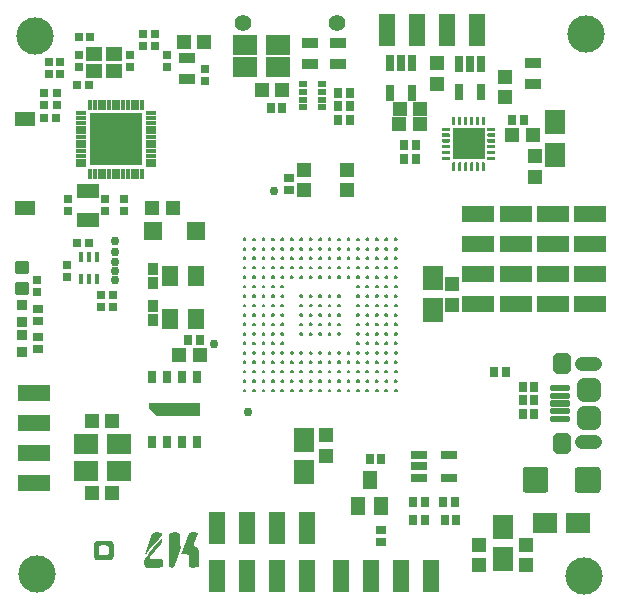
<source format=gbr>
G04 EAGLE Gerber RS-274X export*
G75*
%MOMM*%
%FSLAX34Y34*%
%LPD*%
%INSoldermask Top*%
%IPPOS*%
%AMOC8*
5,1,8,0,0,1.08239X$1,22.5*%
G01*
%ADD10C,3.152400*%
%ADD11R,1.652400X1.152400*%
%ADD12R,0.752400X0.752400*%
%ADD13R,1.232400X1.202400*%
%ADD14R,2.102400X1.652400*%
%ADD15R,1.652400X2.102400*%
%ADD16R,1.202400X1.232400*%
%ADD17R,2.692400X1.422400*%
%ADD18R,1.422400X2.692400*%
%ADD19R,1.552400X1.552400*%
%ADD20C,0.449434*%
%ADD21R,1.352400X0.952400*%
%ADD22R,0.652400X0.502400*%
%ADD23R,1.338800X0.749500*%
%ADD24R,0.675000X1.312500*%
%ADD25R,0.952400X0.952400*%
%ADD26R,0.452400X0.812400*%
%ADD27R,0.752400X0.852400*%
%ADD28R,0.852400X0.752400*%
%ADD29C,1.402400*%
%ADD30R,1.152400X1.552400*%
%ADD31C,0.752400*%
%ADD32C,0.145000*%
%ADD33R,0.652400X1.002400*%
%ADD34R,0.952400X0.382400*%
%ADD35R,0.382400X0.952400*%
%ADD36R,4.452400X4.452400*%
%ADD37R,0.702400X1.352400*%
%ADD38R,1.352400X1.252400*%
%ADD39R,1.952400X1.152400*%
%ADD40R,1.402400X1.752400*%
%ADD41C,0.353534*%
%ADD42C,0.853819*%
%ADD43C,1.108294*%
%ADD44C,1.219200*%
%ADD45R,0.892400X1.077400*%

G36*
X400897Y373067D02*
X400897Y373067D01*
X400892Y373074D01*
X400899Y373080D01*
X400899Y399080D01*
X400863Y399127D01*
X400856Y399122D01*
X400850Y399129D01*
X373850Y399129D01*
X373803Y399093D01*
X373808Y399086D01*
X373801Y399080D01*
X373801Y373080D01*
X373837Y373033D01*
X373844Y373038D01*
X373850Y373031D01*
X400850Y373031D01*
X400897Y373067D01*
G37*
G36*
X452292Y90853D02*
X452292Y90853D01*
X452294Y90851D01*
X452685Y90882D01*
X452689Y90886D01*
X452692Y90883D01*
X453074Y90974D01*
X453078Y90979D01*
X453082Y90977D01*
X453444Y91127D01*
X453447Y91132D01*
X453451Y91130D01*
X453785Y91335D01*
X453787Y91340D01*
X453791Y91340D01*
X454090Y91595D01*
X454091Y91600D01*
X454095Y91600D01*
X454350Y91899D01*
X454351Y91905D01*
X454355Y91905D01*
X454560Y92239D01*
X454559Y92245D01*
X454564Y92246D01*
X454714Y92608D01*
X454713Y92610D01*
X454714Y92610D01*
X454712Y92613D01*
X454712Y92614D01*
X454716Y92616D01*
X454807Y92998D01*
X454805Y93003D01*
X454807Y93004D01*
X454808Y93005D01*
X454839Y93396D01*
X454837Y93399D01*
X454839Y93400D01*
X454808Y110191D01*
X454803Y110198D01*
X454807Y110202D01*
X454716Y110584D01*
X454711Y110588D01*
X454714Y110592D01*
X454564Y110954D01*
X454558Y110957D01*
X454560Y110961D01*
X454355Y111295D01*
X454350Y111297D01*
X454350Y111301D01*
X454095Y111600D01*
X454090Y111601D01*
X454090Y111605D01*
X453791Y111860D01*
X453785Y111861D01*
X453785Y111865D01*
X453451Y112070D01*
X453445Y112069D01*
X453444Y112074D01*
X453082Y112224D01*
X453076Y112222D01*
X453074Y112226D01*
X452692Y112317D01*
X452687Y112315D01*
X452685Y112318D01*
X452294Y112349D01*
X452291Y112347D01*
X452290Y112349D01*
X435590Y112349D01*
X435588Y112347D01*
X435586Y112349D01*
X435195Y112318D01*
X435191Y112314D01*
X435188Y112317D01*
X434806Y112226D01*
X434802Y112221D01*
X434798Y112224D01*
X434436Y112074D01*
X434433Y112068D01*
X434429Y112070D01*
X434095Y111865D01*
X434093Y111860D01*
X434089Y111860D01*
X433790Y111605D01*
X433789Y111600D01*
X433785Y111600D01*
X433530Y111301D01*
X433529Y111295D01*
X433525Y111295D01*
X433320Y110961D01*
X433321Y110955D01*
X433317Y110954D01*
X433167Y110592D01*
X433168Y110586D01*
X433164Y110584D01*
X433073Y110202D01*
X433075Y110197D01*
X433072Y110195D01*
X433041Y109804D01*
X433043Y109801D01*
X433041Y109800D01*
X433072Y93009D01*
X433077Y93002D01*
X433073Y92998D01*
X433164Y92616D01*
X433169Y92612D01*
X433167Y92608D01*
X433317Y92246D01*
X433322Y92243D01*
X433320Y92239D01*
X433525Y91905D01*
X433530Y91903D01*
X433530Y91899D01*
X433785Y91600D01*
X433790Y91599D01*
X433790Y91595D01*
X434089Y91340D01*
X434095Y91339D01*
X434095Y91335D01*
X434429Y91130D01*
X434435Y91131D01*
X434436Y91127D01*
X434798Y90977D01*
X434804Y90978D01*
X434806Y90974D01*
X435188Y90883D01*
X435193Y90885D01*
X435195Y90882D01*
X435586Y90851D01*
X435589Y90853D01*
X435590Y90851D01*
X452290Y90851D01*
X452292Y90853D01*
G37*
G36*
X496592Y90853D02*
X496592Y90853D01*
X496594Y90851D01*
X496985Y90882D01*
X496989Y90886D01*
X496992Y90883D01*
X497374Y90974D01*
X497378Y90979D01*
X497382Y90977D01*
X497744Y91127D01*
X497747Y91132D01*
X497751Y91130D01*
X498085Y91335D01*
X498087Y91340D01*
X498091Y91340D01*
X498390Y91595D01*
X498391Y91600D01*
X498395Y91600D01*
X498650Y91899D01*
X498651Y91905D01*
X498655Y91905D01*
X498860Y92239D01*
X498859Y92245D01*
X498864Y92246D01*
X499014Y92608D01*
X499013Y92610D01*
X499014Y92610D01*
X499012Y92613D01*
X499012Y92614D01*
X499016Y92616D01*
X499107Y92998D01*
X499105Y93003D01*
X499107Y93004D01*
X499108Y93005D01*
X499139Y93396D01*
X499137Y93399D01*
X499139Y93400D01*
X499108Y110191D01*
X499103Y110198D01*
X499107Y110202D01*
X499016Y110584D01*
X499011Y110588D01*
X499014Y110592D01*
X498864Y110954D01*
X498858Y110957D01*
X498860Y110961D01*
X498655Y111295D01*
X498650Y111297D01*
X498650Y111301D01*
X498395Y111600D01*
X498390Y111601D01*
X498390Y111605D01*
X498091Y111860D01*
X498085Y111861D01*
X498085Y111865D01*
X497751Y112070D01*
X497745Y112069D01*
X497744Y112074D01*
X497382Y112224D01*
X497376Y112222D01*
X497374Y112226D01*
X496992Y112317D01*
X496987Y112315D01*
X496985Y112318D01*
X496594Y112349D01*
X496591Y112347D01*
X496590Y112349D01*
X479890Y112349D01*
X479888Y112347D01*
X479886Y112349D01*
X479495Y112318D01*
X479491Y112314D01*
X479488Y112317D01*
X479106Y112226D01*
X479102Y112221D01*
X479098Y112224D01*
X478736Y112074D01*
X478733Y112068D01*
X478729Y112070D01*
X478395Y111865D01*
X478393Y111860D01*
X478389Y111860D01*
X478090Y111605D01*
X478089Y111600D01*
X478085Y111600D01*
X477830Y111301D01*
X477829Y111295D01*
X477825Y111295D01*
X477620Y110961D01*
X477621Y110955D01*
X477617Y110954D01*
X477467Y110592D01*
X477468Y110586D01*
X477464Y110584D01*
X477373Y110202D01*
X477375Y110197D01*
X477372Y110195D01*
X477341Y109804D01*
X477343Y109801D01*
X477341Y109800D01*
X477372Y93009D01*
X477377Y93002D01*
X477373Y92998D01*
X477464Y92616D01*
X477469Y92612D01*
X477467Y92608D01*
X477617Y92246D01*
X477622Y92243D01*
X477620Y92239D01*
X477825Y91905D01*
X477830Y91903D01*
X477830Y91899D01*
X478085Y91600D01*
X478090Y91599D01*
X478090Y91595D01*
X478389Y91340D01*
X478395Y91339D01*
X478395Y91335D01*
X478729Y91130D01*
X478735Y91131D01*
X478736Y91127D01*
X479098Y90977D01*
X479104Y90978D01*
X479106Y90974D01*
X479488Y90883D01*
X479493Y90885D01*
X479495Y90882D01*
X479886Y90851D01*
X479889Y90853D01*
X479890Y90851D01*
X496590Y90851D01*
X496592Y90853D01*
G37*
G36*
X159446Y155746D02*
X159446Y155746D01*
X159463Y155743D01*
X159513Y155765D01*
X159564Y155780D01*
X159575Y155793D01*
X159591Y155800D01*
X159621Y155845D01*
X159656Y155885D01*
X159659Y155902D01*
X159668Y155917D01*
X159679Y155990D01*
X159679Y166590D01*
X159674Y166606D01*
X159677Y166623D01*
X159655Y166673D01*
X159640Y166724D01*
X159627Y166735D01*
X159620Y166751D01*
X159575Y166781D01*
X159535Y166816D01*
X159518Y166819D01*
X159504Y166828D01*
X159430Y166839D01*
X117180Y166839D01*
X117164Y166834D01*
X117147Y166837D01*
X117097Y166815D01*
X117046Y166800D01*
X117035Y166787D01*
X117019Y166780D01*
X116989Y166735D01*
X116954Y166695D01*
X116951Y166678D01*
X116942Y166664D01*
X116931Y166590D01*
X116931Y162490D01*
X116948Y162432D01*
X116960Y162374D01*
X116968Y162362D01*
X116970Y162356D01*
X116978Y162349D01*
X117004Y162314D01*
X123504Y155814D01*
X123556Y155785D01*
X123607Y155752D01*
X123621Y155750D01*
X123626Y155747D01*
X123637Y155747D01*
X123680Y155741D01*
X159430Y155741D01*
X159446Y155746D01*
G37*
G36*
X154671Y27390D02*
X154671Y27390D01*
X154672Y27390D01*
X156365Y27420D01*
X156366Y27421D01*
X156366Y27420D01*
X158058Y27492D01*
X158066Y27498D01*
X158071Y27494D01*
X158601Y27657D01*
X158613Y27673D01*
X158625Y27673D01*
X158970Y28107D01*
X158970Y28126D01*
X158980Y28132D01*
X159045Y28691D01*
X159044Y28694D01*
X159045Y28695D01*
X159070Y29259D01*
X159069Y29260D01*
X159070Y29261D01*
X159098Y30954D01*
X159098Y30955D01*
X159090Y35472D01*
X159063Y38860D01*
X159063Y38861D01*
X159009Y41118D01*
X159008Y41120D01*
X159009Y41121D01*
X158968Y41684D01*
X158965Y41687D01*
X158967Y41689D01*
X158864Y42243D01*
X158859Y42247D01*
X158862Y42251D01*
X158669Y42782D01*
X158667Y42783D01*
X158668Y42785D01*
X158433Y43299D01*
X158430Y43301D01*
X158431Y43303D01*
X158154Y43794D01*
X158150Y43796D01*
X158151Y43799D01*
X157817Y44254D01*
X157810Y44256D01*
X157810Y44262D01*
X157391Y44637D01*
X157384Y44637D01*
X157383Y44642D01*
X156895Y44926D01*
X156892Y44926D01*
X156892Y44928D01*
X156384Y45173D01*
X156381Y45172D01*
X156380Y45174D01*
X155334Y45589D01*
X154852Y45858D01*
X154485Y46251D01*
X154401Y46779D01*
X154497Y47320D01*
X154686Y47847D01*
X154898Y48368D01*
X158045Y55619D01*
X158044Y55623D01*
X158047Y55624D01*
X158210Y56162D01*
X158203Y56179D01*
X158210Y56187D01*
X158089Y56725D01*
X158064Y56746D01*
X158060Y56759D01*
X157549Y56974D01*
X157539Y56972D01*
X157535Y56978D01*
X156974Y57038D01*
X156972Y57036D01*
X156970Y57038D01*
X155842Y57068D01*
X155841Y57067D01*
X155840Y57068D01*
X153017Y57056D01*
X153016Y57056D01*
X151887Y57030D01*
X151880Y57024D01*
X151875Y57028D01*
X151338Y56876D01*
X151327Y56863D01*
X151317Y56864D01*
X150931Y56486D01*
X150931Y56481D01*
X150926Y56480D01*
X150929Y56470D01*
X150928Y56465D01*
X150912Y56460D01*
X150914Y56453D01*
X150907Y56451D01*
X150680Y55948D01*
X150680Y55947D01*
X150679Y55947D01*
X150035Y54380D01*
X147923Y49144D01*
X147034Y47068D01*
X147035Y47066D01*
X147033Y47066D01*
X146061Y44416D01*
X144425Y40206D01*
X144228Y39676D01*
X144229Y39674D01*
X144227Y39673D01*
X144069Y39133D01*
X144081Y39101D01*
X144078Y39088D01*
X144409Y38670D01*
X144435Y38664D01*
X144442Y38652D01*
X145003Y38590D01*
X145005Y38591D01*
X145006Y38590D01*
X145569Y38558D01*
X145570Y38558D01*
X145571Y38557D01*
X148392Y38489D01*
X148949Y38444D01*
X149484Y38325D01*
X149909Y37981D01*
X150265Y37569D01*
X150338Y37032D01*
X150435Y30825D01*
X150435Y30824D01*
X150496Y29131D01*
X150497Y29129D01*
X150496Y29128D01*
X150551Y28566D01*
X150556Y28561D01*
X150553Y28557D01*
X150713Y28019D01*
X150730Y28007D01*
X150730Y27995D01*
X151167Y27649D01*
X151178Y27648D01*
X151180Y27641D01*
X151707Y27444D01*
X151714Y27446D01*
X151716Y27441D01*
X151841Y27421D01*
X151845Y27424D01*
X151847Y27421D01*
X152975Y27385D01*
X152976Y27386D01*
X152977Y27385D01*
X154671Y27390D01*
G37*
G36*
X79689Y33874D02*
X79689Y33874D01*
X82512Y33899D01*
X82513Y33899D01*
X84206Y33934D01*
X84209Y33936D01*
X84211Y33934D01*
X84771Y34000D01*
X84777Y34006D01*
X84782Y34003D01*
X85312Y34187D01*
X85319Y34198D01*
X85327Y34196D01*
X85752Y34546D01*
X85754Y34554D01*
X85755Y34554D01*
X85759Y34568D01*
X85774Y34567D01*
X86155Y34966D01*
X86156Y34973D01*
X86161Y34973D01*
X86471Y35443D01*
X86471Y35453D01*
X86477Y35455D01*
X86644Y35993D01*
X86642Y35998D01*
X86645Y36001D01*
X86725Y36560D01*
X86723Y36562D01*
X86725Y36563D01*
X86766Y37126D01*
X86766Y37127D01*
X86767Y37128D01*
X86802Y38256D01*
X86801Y38257D01*
X86802Y38258D01*
X86817Y41645D01*
X86817Y41646D01*
X86798Y45034D01*
X86797Y45034D01*
X86798Y45034D01*
X86777Y46163D01*
X86777Y46164D01*
X86732Y47293D01*
X86731Y47294D01*
X86732Y47295D01*
X86686Y47857D01*
X86681Y47863D01*
X86685Y47867D01*
X86525Y48406D01*
X86517Y48411D01*
X86520Y48417D01*
X86224Y48897D01*
X86218Y48899D01*
X86219Y48904D01*
X85847Y49328D01*
X85844Y49329D01*
X85844Y49332D01*
X85431Y49717D01*
X85422Y49717D01*
X85422Y49723D01*
X84933Y50000D01*
X84921Y49998D01*
X84917Y50005D01*
X84362Y50099D01*
X84358Y50097D01*
X84356Y50099D01*
X83793Y50129D01*
X83791Y50128D01*
X83791Y50129D01*
X79839Y50185D01*
X79838Y50184D01*
X79838Y50185D01*
X76450Y50187D01*
X76450Y50186D01*
X76450Y50187D01*
X74756Y50169D01*
X74754Y50167D01*
X74753Y50169D01*
X71967Y49945D01*
X71954Y49933D01*
X71943Y49937D01*
X71475Y49624D01*
X71473Y49617D01*
X71468Y49618D01*
X71067Y49221D01*
X71066Y49216D01*
X71062Y49216D01*
X70724Y48764D01*
X70724Y48759D01*
X70721Y48758D01*
X70445Y48266D01*
X70447Y48255D01*
X70440Y48252D01*
X70329Y47713D01*
X70332Y47706D01*
X70328Y47703D01*
X70298Y43186D01*
X70292Y39233D01*
X70293Y39233D01*
X70292Y39232D01*
X70339Y36975D01*
X70339Y36974D01*
X70339Y36973D01*
X70369Y36409D01*
X70371Y36407D01*
X70369Y36406D01*
X70437Y35846D01*
X70442Y35841D01*
X70439Y35836D01*
X70615Y35301D01*
X70623Y35296D01*
X70621Y35290D01*
X70928Y34818D01*
X70935Y34816D01*
X70934Y34811D01*
X71330Y34409D01*
X71337Y34408D01*
X71337Y34403D01*
X71797Y34082D01*
X71811Y34082D01*
X71815Y34074D01*
X72366Y33958D01*
X72371Y33961D01*
X72374Y33957D01*
X73502Y33906D01*
X73502Y33907D01*
X73502Y33906D01*
X74041Y33892D01*
X74042Y33893D01*
X74042Y33892D01*
X76300Y33871D01*
X76301Y33871D01*
X79689Y33874D01*
G37*
G36*
X136148Y27298D02*
X136148Y27298D01*
X136152Y27295D01*
X136710Y27374D01*
X136716Y27380D01*
X136720Y27377D01*
X137247Y27574D01*
X137258Y27591D01*
X137270Y27591D01*
X137590Y28025D01*
X137590Y28035D01*
X137596Y28036D01*
X140942Y36428D01*
X144234Y44841D01*
X144229Y44862D01*
X144231Y44864D01*
X144236Y44872D01*
X144114Y45334D01*
X144099Y45346D01*
X144100Y45357D01*
X143284Y46135D01*
X142913Y46535D01*
X142877Y47076D01*
X142814Y52721D01*
X142814Y52722D01*
X142734Y55544D01*
X142731Y55547D01*
X142733Y55549D01*
X142658Y56107D01*
X142649Y56116D01*
X142653Y56125D01*
X142381Y56609D01*
X142362Y56617D01*
X142361Y56629D01*
X141874Y56883D01*
X141855Y56879D01*
X141846Y56879D01*
X141838Y56896D01*
X141299Y57004D01*
X141294Y57001D01*
X141291Y57005D01*
X139598Y57043D01*
X139597Y57042D01*
X139596Y57043D01*
X137338Y57046D01*
X137337Y57045D01*
X137337Y57046D01*
X136208Y57030D01*
X136207Y57030D01*
X135643Y57013D01*
X135641Y57012D01*
X135640Y57013D01*
X135079Y56959D01*
X135069Y56950D01*
X135061Y56954D01*
X134567Y56689D01*
X134561Y56676D01*
X134551Y56676D01*
X134203Y56237D01*
X134202Y56225D01*
X134198Y56221D01*
X134194Y56220D01*
X134047Y55679D01*
X134048Y55677D01*
X134047Y55676D01*
X134049Y55673D01*
X134050Y55670D01*
X134045Y55666D01*
X134019Y51714D01*
X134011Y34775D01*
X134020Y31952D01*
X134020Y31951D01*
X134062Y29128D01*
X134063Y29127D01*
X134062Y29126D01*
X134094Y28562D01*
X134098Y28558D01*
X134095Y28556D01*
X134206Y28005D01*
X134222Y27991D01*
X134221Y27978D01*
X134629Y27606D01*
X134643Y27605D01*
X134645Y27596D01*
X135174Y27401D01*
X135179Y27403D01*
X135181Y27399D01*
X135571Y27316D01*
X135577Y27319D01*
X135580Y27315D01*
X136143Y27295D01*
X136148Y27298D01*
G37*
G36*
X120887Y27347D02*
X120887Y27347D01*
X124840Y27373D01*
X124840Y27374D01*
X124840Y27373D01*
X127098Y27412D01*
X127105Y27417D01*
X127110Y27413D01*
X127653Y27553D01*
X127661Y27564D01*
X127670Y27562D01*
X128118Y27898D01*
X128122Y27912D01*
X128131Y27913D01*
X128413Y28398D01*
X128411Y28410D01*
X128418Y28415D01*
X128417Y28416D01*
X128419Y28417D01*
X128479Y28977D01*
X128477Y28980D01*
X128479Y28982D01*
X128503Y31241D01*
X128502Y31241D01*
X128503Y31242D01*
X128486Y32935D01*
X128484Y32938D01*
X128486Y32939D01*
X128434Y33501D01*
X128428Y33507D01*
X128432Y33512D01*
X128249Y34043D01*
X128234Y34053D01*
X128234Y34065D01*
X127811Y34422D01*
X127794Y34423D01*
X127790Y34433D01*
X127240Y34552D01*
X127234Y34549D01*
X127231Y34553D01*
X126667Y34572D01*
X126666Y34571D01*
X126666Y34572D01*
X122149Y34631D01*
X118200Y34661D01*
X117688Y34731D01*
X117362Y35140D01*
X117344Y35670D01*
X117621Y36135D01*
X125869Y46161D01*
X125869Y46162D01*
X125870Y46162D01*
X126557Y47058D01*
X126557Y47060D01*
X126558Y47060D01*
X126879Y47525D01*
X126879Y47528D01*
X126881Y47528D01*
X127160Y48018D01*
X127160Y48023D01*
X127163Y48024D01*
X127374Y48548D01*
X127373Y48551D01*
X127376Y48552D01*
X127534Y49094D01*
X127533Y49097D01*
X127535Y49098D01*
X127646Y49652D01*
X127644Y49656D01*
X127646Y49657D01*
X127700Y50218D01*
X127697Y50222D01*
X127700Y50225D01*
X127671Y51042D01*
X127659Y51056D01*
X127663Y51067D01*
X127392Y51489D01*
X127392Y51498D01*
X127383Y51508D01*
X127384Y51521D01*
X127371Y51522D01*
X127352Y51543D01*
X127343Y51534D01*
X127334Y51534D01*
X127326Y51529D01*
X127323Y51530D01*
X127322Y51526D01*
X127306Y51527D01*
X120205Y43645D01*
X120204Y43641D01*
X120202Y43641D01*
X117058Y39470D01*
X115868Y38055D01*
X115867Y38055D01*
X114067Y35880D01*
X114066Y35880D01*
X113008Y34558D01*
X113008Y34552D01*
X113004Y34552D01*
X112721Y34064D01*
X112722Y34059D01*
X112719Y34056D01*
X112720Y34055D01*
X112717Y34054D01*
X112550Y33516D01*
X112550Y33515D01*
X112551Y33513D01*
X112552Y33510D01*
X112548Y33507D01*
X112477Y32948D01*
X112479Y32944D01*
X112477Y32942D01*
X112477Y32378D01*
X112479Y32375D01*
X112478Y32373D01*
X112529Y31811D01*
X112530Y31810D01*
X112529Y31809D01*
X112611Y31250D01*
X112613Y31248D01*
X112612Y31247D01*
X112721Y30694D01*
X112723Y30692D01*
X112722Y30691D01*
X112864Y30144D01*
X112866Y30143D01*
X112865Y30142D01*
X113038Y29605D01*
X113040Y29603D01*
X113039Y29602D01*
X113247Y29077D01*
X113249Y29075D01*
X113248Y29074D01*
X113490Y28564D01*
X113491Y28563D01*
X113491Y28561D01*
X113758Y28064D01*
X113763Y28062D01*
X113762Y28058D01*
X114101Y27609D01*
X114118Y27604D01*
X114121Y27593D01*
X114658Y27371D01*
X114671Y27375D01*
X114676Y27368D01*
X116934Y27345D01*
X116935Y27345D01*
X120887Y27347D01*
G37*
G36*
X114125Y38904D02*
X114125Y38904D01*
X114136Y38900D01*
X114148Y38933D01*
X114169Y38960D01*
X114168Y38964D01*
X114207Y38943D01*
X114216Y38959D01*
X114234Y38956D01*
X114898Y39603D01*
X114899Y39611D01*
X114905Y39612D01*
X115207Y40078D01*
X115436Y40328D01*
X115436Y40329D01*
X115437Y40329D01*
X116923Y42030D01*
X122056Y48042D01*
X124962Y51501D01*
X126038Y52810D01*
X127092Y54136D01*
X127092Y54139D01*
X127094Y54140D01*
X127408Y54608D01*
X127408Y54617D01*
X127414Y54619D01*
X127595Y55153D01*
X127592Y55162D01*
X127597Y55166D01*
X127631Y55727D01*
X127625Y55736D01*
X127629Y55743D01*
X127482Y56284D01*
X127470Y56293D01*
X127473Y56302D01*
X127121Y56738D01*
X127104Y56742D01*
X127102Y56752D01*
X126587Y56965D01*
X126577Y56963D01*
X126573Y56969D01*
X126012Y57028D01*
X126010Y57026D01*
X126009Y57028D01*
X124880Y57065D01*
X124879Y57064D01*
X124878Y57065D01*
X122055Y57056D01*
X122054Y57056D01*
X120925Y57027D01*
X120919Y57022D01*
X120917Y57022D01*
X120913Y57025D01*
X120376Y56872D01*
X120363Y56854D01*
X120350Y56854D01*
X120021Y56407D01*
X120021Y56399D01*
X120019Y56398D01*
X120015Y56397D01*
X119595Y55348D01*
X119595Y55347D01*
X119594Y55347D01*
X116013Y45836D01*
X115033Y43188D01*
X115033Y43187D01*
X114097Y40524D01*
X114097Y40522D01*
X114096Y40522D01*
X113774Y39440D01*
X113785Y39412D01*
X113780Y39399D01*
X114080Y38921D01*
X114102Y38913D01*
X114120Y38898D01*
X114125Y38904D01*
G37*
%LPC*%
G36*
X78465Y37928D02*
X78465Y37928D01*
X78460Y37924D01*
X78457Y37929D01*
X76777Y37936D01*
X76220Y37975D01*
X75683Y38105D01*
X75201Y38366D01*
X74822Y38764D01*
X74535Y39241D01*
X74291Y39735D01*
X74277Y40286D01*
X74280Y42543D01*
X74321Y44229D01*
X74486Y44754D01*
X74756Y45235D01*
X75139Y45628D01*
X75613Y45914D01*
X76121Y46107D01*
X77240Y46163D01*
X77804Y46171D01*
X78932Y46175D01*
X80059Y46154D01*
X80618Y46118D01*
X81161Y46007D01*
X81657Y45769D01*
X82075Y45412D01*
X82384Y44952D01*
X82640Y44459D01*
X82758Y43935D01*
X82758Y39998D01*
X82563Y39492D01*
X82294Y39005D01*
X81955Y38567D01*
X81519Y38234D01*
X81008Y38027D01*
X80722Y37981D01*
X79597Y37943D01*
X78481Y37929D01*
X78471Y37921D01*
X78465Y37928D01*
G37*
%LPD*%
G36*
X409303Y397233D02*
X409303Y397233D01*
X409304Y397231D01*
X409414Y397240D01*
X409418Y397244D01*
X409421Y397241D01*
X409527Y397266D01*
X409531Y397271D01*
X409535Y397268D01*
X409637Y397310D01*
X409640Y397316D01*
X409644Y397314D01*
X409737Y397372D01*
X409739Y397377D01*
X409743Y397376D01*
X409827Y397447D01*
X409828Y397453D01*
X409833Y397453D01*
X409904Y397537D01*
X409904Y397543D01*
X409908Y397543D01*
X409966Y397636D01*
X409965Y397642D01*
X409970Y397643D01*
X410012Y397745D01*
X410010Y397751D01*
X410014Y397753D01*
X410039Y397859D01*
X410037Y397864D01*
X410040Y397866D01*
X410049Y397976D01*
X410047Y397979D01*
X410049Y397980D01*
X410040Y399290D01*
X410035Y399297D01*
X410039Y399301D01*
X410014Y399407D01*
X410009Y399411D01*
X410012Y399415D01*
X409970Y399517D01*
X409964Y399520D01*
X409966Y399524D01*
X409908Y399617D01*
X409903Y399619D01*
X409904Y399623D01*
X409833Y399707D01*
X409827Y399708D01*
X409827Y399713D01*
X409743Y399784D01*
X409737Y399784D01*
X409737Y399788D01*
X409644Y399846D01*
X409638Y399845D01*
X409637Y399850D01*
X409535Y399892D01*
X409529Y399890D01*
X409527Y399894D01*
X409421Y399919D01*
X409416Y399917D01*
X409414Y399920D01*
X409304Y399929D01*
X409301Y399927D01*
X409300Y399929D01*
X403800Y399929D01*
X403798Y399927D01*
X403796Y399929D01*
X403686Y399920D01*
X403682Y399916D01*
X403679Y399919D01*
X403573Y399894D01*
X403569Y399889D01*
X403565Y399892D01*
X403463Y399850D01*
X403460Y399844D01*
X403456Y399846D01*
X403363Y399788D01*
X403361Y399783D01*
X403357Y399784D01*
X403273Y399713D01*
X403272Y399707D01*
X403267Y399707D01*
X403196Y399623D01*
X403196Y399617D01*
X403192Y399617D01*
X403134Y399524D01*
X403135Y399518D01*
X403130Y399517D01*
X403088Y399415D01*
X403089Y399412D01*
X403087Y399411D01*
X403089Y399409D01*
X403086Y399407D01*
X403061Y399301D01*
X403063Y399296D01*
X403060Y399294D01*
X403051Y399184D01*
X403053Y399181D01*
X403051Y399180D01*
X403060Y397870D01*
X403065Y397863D01*
X403061Y397859D01*
X403086Y397753D01*
X403091Y397749D01*
X403088Y397745D01*
X403130Y397643D01*
X403136Y397640D01*
X403134Y397636D01*
X403192Y397543D01*
X403197Y397541D01*
X403196Y397537D01*
X403267Y397453D01*
X403273Y397452D01*
X403273Y397447D01*
X403357Y397376D01*
X403363Y397376D01*
X403363Y397372D01*
X403456Y397314D01*
X403462Y397315D01*
X403463Y397310D01*
X403565Y397268D01*
X403571Y397270D01*
X403573Y397266D01*
X403679Y397241D01*
X403684Y397243D01*
X403686Y397240D01*
X403796Y397231D01*
X403799Y397233D01*
X403800Y397231D01*
X409300Y397231D01*
X409303Y397233D01*
G37*
G36*
X370903Y397233D02*
X370903Y397233D01*
X370904Y397231D01*
X371014Y397240D01*
X371018Y397244D01*
X371021Y397241D01*
X371127Y397266D01*
X371131Y397271D01*
X371135Y397268D01*
X371237Y397310D01*
X371240Y397316D01*
X371244Y397314D01*
X371337Y397372D01*
X371339Y397377D01*
X371343Y397376D01*
X371427Y397447D01*
X371428Y397453D01*
X371433Y397453D01*
X371504Y397537D01*
X371504Y397543D01*
X371508Y397543D01*
X371566Y397636D01*
X371565Y397642D01*
X371570Y397643D01*
X371612Y397745D01*
X371610Y397751D01*
X371614Y397753D01*
X371639Y397859D01*
X371637Y397864D01*
X371640Y397866D01*
X371649Y397976D01*
X371647Y397979D01*
X371649Y397980D01*
X371640Y399290D01*
X371635Y399297D01*
X371639Y399301D01*
X371614Y399407D01*
X371609Y399411D01*
X371612Y399415D01*
X371570Y399517D01*
X371564Y399520D01*
X371566Y399524D01*
X371508Y399617D01*
X371503Y399619D01*
X371504Y399623D01*
X371433Y399707D01*
X371427Y399708D01*
X371427Y399713D01*
X371343Y399784D01*
X371337Y399784D01*
X371337Y399788D01*
X371244Y399846D01*
X371238Y399845D01*
X371237Y399850D01*
X371135Y399892D01*
X371129Y399890D01*
X371127Y399894D01*
X371021Y399919D01*
X371016Y399917D01*
X371014Y399920D01*
X370904Y399929D01*
X370901Y399927D01*
X370900Y399929D01*
X365400Y399929D01*
X365398Y399927D01*
X365396Y399929D01*
X365286Y399920D01*
X365282Y399916D01*
X365279Y399919D01*
X365173Y399894D01*
X365169Y399889D01*
X365165Y399892D01*
X365063Y399850D01*
X365060Y399844D01*
X365056Y399846D01*
X364963Y399788D01*
X364961Y399783D01*
X364957Y399784D01*
X364873Y399713D01*
X364872Y399707D01*
X364867Y399707D01*
X364796Y399623D01*
X364796Y399617D01*
X364792Y399617D01*
X364734Y399524D01*
X364735Y399518D01*
X364730Y399517D01*
X364688Y399415D01*
X364689Y399412D01*
X364687Y399411D01*
X364689Y399409D01*
X364686Y399407D01*
X364661Y399301D01*
X364663Y399296D01*
X364660Y399294D01*
X364651Y399184D01*
X364653Y399181D01*
X364651Y399180D01*
X364660Y397870D01*
X364665Y397863D01*
X364661Y397859D01*
X364686Y397753D01*
X364691Y397749D01*
X364688Y397745D01*
X364730Y397643D01*
X364736Y397640D01*
X364734Y397636D01*
X364792Y397543D01*
X364797Y397541D01*
X364796Y397537D01*
X364867Y397453D01*
X364873Y397452D01*
X364873Y397447D01*
X364957Y397376D01*
X364963Y397376D01*
X364963Y397372D01*
X365056Y397314D01*
X365062Y397315D01*
X365063Y397310D01*
X365165Y397268D01*
X365171Y397270D01*
X365173Y397266D01*
X365279Y397241D01*
X365284Y397243D01*
X365286Y397240D01*
X365396Y397231D01*
X365399Y397233D01*
X365400Y397231D01*
X370900Y397231D01*
X370903Y397233D01*
G37*
G36*
X370903Y382233D02*
X370903Y382233D01*
X370904Y382231D01*
X371014Y382240D01*
X371018Y382244D01*
X371021Y382241D01*
X371127Y382266D01*
X371131Y382271D01*
X371135Y382268D01*
X371237Y382310D01*
X371240Y382316D01*
X371244Y382314D01*
X371337Y382372D01*
X371339Y382377D01*
X371343Y382376D01*
X371427Y382447D01*
X371428Y382453D01*
X371433Y382453D01*
X371504Y382537D01*
X371504Y382543D01*
X371508Y382543D01*
X371566Y382636D01*
X371565Y382642D01*
X371570Y382643D01*
X371612Y382745D01*
X371610Y382751D01*
X371614Y382753D01*
X371639Y382859D01*
X371637Y382864D01*
X371640Y382866D01*
X371649Y382976D01*
X371647Y382979D01*
X371649Y382980D01*
X371640Y384290D01*
X371635Y384297D01*
X371639Y384301D01*
X371614Y384407D01*
X371609Y384411D01*
X371612Y384415D01*
X371570Y384517D01*
X371564Y384520D01*
X371566Y384524D01*
X371508Y384617D01*
X371503Y384619D01*
X371504Y384623D01*
X371433Y384707D01*
X371427Y384708D01*
X371427Y384713D01*
X371343Y384784D01*
X371337Y384784D01*
X371337Y384788D01*
X371244Y384846D01*
X371238Y384845D01*
X371237Y384850D01*
X371135Y384892D01*
X371129Y384890D01*
X371127Y384894D01*
X371021Y384919D01*
X371016Y384917D01*
X371014Y384920D01*
X370904Y384929D01*
X370901Y384927D01*
X370900Y384929D01*
X365400Y384929D01*
X365398Y384927D01*
X365396Y384929D01*
X365286Y384920D01*
X365282Y384916D01*
X365279Y384919D01*
X365173Y384894D01*
X365169Y384889D01*
X365165Y384892D01*
X365063Y384850D01*
X365060Y384844D01*
X365056Y384846D01*
X364963Y384788D01*
X364961Y384783D01*
X364957Y384784D01*
X364873Y384713D01*
X364872Y384707D01*
X364867Y384707D01*
X364796Y384623D01*
X364796Y384617D01*
X364792Y384617D01*
X364734Y384524D01*
X364735Y384518D01*
X364730Y384517D01*
X364688Y384415D01*
X364689Y384412D01*
X364687Y384411D01*
X364689Y384409D01*
X364686Y384407D01*
X364661Y384301D01*
X364663Y384296D01*
X364660Y384294D01*
X364651Y384184D01*
X364653Y384181D01*
X364651Y384180D01*
X364660Y382870D01*
X364665Y382863D01*
X364661Y382859D01*
X364686Y382753D01*
X364691Y382749D01*
X364688Y382745D01*
X364730Y382643D01*
X364736Y382640D01*
X364734Y382636D01*
X364792Y382543D01*
X364797Y382541D01*
X364796Y382537D01*
X364867Y382453D01*
X364873Y382452D01*
X364873Y382447D01*
X364957Y382376D01*
X364963Y382376D01*
X364963Y382372D01*
X365056Y382314D01*
X365062Y382315D01*
X365063Y382310D01*
X365165Y382268D01*
X365171Y382270D01*
X365173Y382266D01*
X365279Y382241D01*
X365284Y382243D01*
X365286Y382240D01*
X365396Y382231D01*
X365399Y382233D01*
X365400Y382231D01*
X370900Y382231D01*
X370903Y382233D01*
G37*
G36*
X409303Y392233D02*
X409303Y392233D01*
X409304Y392231D01*
X409414Y392240D01*
X409418Y392244D01*
X409421Y392241D01*
X409527Y392266D01*
X409531Y392271D01*
X409535Y392268D01*
X409637Y392310D01*
X409640Y392316D01*
X409644Y392314D01*
X409737Y392372D01*
X409739Y392377D01*
X409743Y392376D01*
X409827Y392447D01*
X409828Y392453D01*
X409833Y392453D01*
X409904Y392537D01*
X409904Y392543D01*
X409908Y392543D01*
X409966Y392636D01*
X409965Y392642D01*
X409970Y392643D01*
X410012Y392745D01*
X410010Y392751D01*
X410014Y392753D01*
X410039Y392859D01*
X410037Y392864D01*
X410040Y392866D01*
X410049Y392976D01*
X410047Y392979D01*
X410049Y392980D01*
X410040Y394290D01*
X410035Y394297D01*
X410039Y394301D01*
X410014Y394407D01*
X410009Y394411D01*
X410012Y394415D01*
X409970Y394517D01*
X409964Y394520D01*
X409966Y394524D01*
X409908Y394617D01*
X409903Y394619D01*
X409904Y394623D01*
X409833Y394707D01*
X409827Y394708D01*
X409827Y394713D01*
X409743Y394784D01*
X409737Y394784D01*
X409737Y394788D01*
X409644Y394846D01*
X409638Y394845D01*
X409637Y394850D01*
X409535Y394892D01*
X409529Y394890D01*
X409527Y394894D01*
X409421Y394919D01*
X409416Y394917D01*
X409414Y394920D01*
X409304Y394929D01*
X409301Y394927D01*
X409300Y394929D01*
X403800Y394929D01*
X403798Y394927D01*
X403796Y394929D01*
X403686Y394920D01*
X403682Y394916D01*
X403679Y394919D01*
X403573Y394894D01*
X403569Y394889D01*
X403565Y394892D01*
X403463Y394850D01*
X403460Y394844D01*
X403456Y394846D01*
X403363Y394788D01*
X403361Y394783D01*
X403357Y394784D01*
X403273Y394713D01*
X403272Y394707D01*
X403267Y394707D01*
X403196Y394623D01*
X403196Y394617D01*
X403192Y394617D01*
X403134Y394524D01*
X403135Y394518D01*
X403130Y394517D01*
X403088Y394415D01*
X403089Y394412D01*
X403087Y394411D01*
X403089Y394409D01*
X403086Y394407D01*
X403061Y394301D01*
X403063Y394296D01*
X403060Y394294D01*
X403051Y394184D01*
X403053Y394181D01*
X403051Y394180D01*
X403060Y392870D01*
X403065Y392863D01*
X403061Y392859D01*
X403086Y392753D01*
X403091Y392749D01*
X403088Y392745D01*
X403130Y392643D01*
X403136Y392640D01*
X403134Y392636D01*
X403192Y392543D01*
X403197Y392541D01*
X403196Y392537D01*
X403267Y392453D01*
X403273Y392452D01*
X403273Y392447D01*
X403357Y392376D01*
X403363Y392376D01*
X403363Y392372D01*
X403456Y392314D01*
X403462Y392315D01*
X403463Y392310D01*
X403565Y392268D01*
X403571Y392270D01*
X403573Y392266D01*
X403679Y392241D01*
X403684Y392243D01*
X403686Y392240D01*
X403796Y392231D01*
X403799Y392233D01*
X403800Y392231D01*
X409300Y392231D01*
X409303Y392233D01*
G37*
G36*
X370903Y392233D02*
X370903Y392233D01*
X370904Y392231D01*
X371014Y392240D01*
X371018Y392244D01*
X371021Y392241D01*
X371127Y392266D01*
X371131Y392271D01*
X371135Y392268D01*
X371237Y392310D01*
X371240Y392316D01*
X371244Y392314D01*
X371337Y392372D01*
X371339Y392377D01*
X371343Y392376D01*
X371427Y392447D01*
X371428Y392453D01*
X371433Y392453D01*
X371504Y392537D01*
X371504Y392543D01*
X371508Y392543D01*
X371566Y392636D01*
X371565Y392642D01*
X371570Y392643D01*
X371612Y392745D01*
X371610Y392751D01*
X371614Y392753D01*
X371639Y392859D01*
X371637Y392864D01*
X371640Y392866D01*
X371649Y392976D01*
X371647Y392979D01*
X371649Y392980D01*
X371640Y394290D01*
X371635Y394297D01*
X371639Y394301D01*
X371614Y394407D01*
X371609Y394411D01*
X371612Y394415D01*
X371570Y394517D01*
X371564Y394520D01*
X371566Y394524D01*
X371508Y394617D01*
X371503Y394619D01*
X371504Y394623D01*
X371433Y394707D01*
X371427Y394708D01*
X371427Y394713D01*
X371343Y394784D01*
X371337Y394784D01*
X371337Y394788D01*
X371244Y394846D01*
X371238Y394845D01*
X371237Y394850D01*
X371135Y394892D01*
X371129Y394890D01*
X371127Y394894D01*
X371021Y394919D01*
X371016Y394917D01*
X371014Y394920D01*
X370904Y394929D01*
X370901Y394927D01*
X370900Y394929D01*
X365400Y394929D01*
X365398Y394927D01*
X365396Y394929D01*
X365286Y394920D01*
X365282Y394916D01*
X365279Y394919D01*
X365173Y394894D01*
X365169Y394889D01*
X365165Y394892D01*
X365063Y394850D01*
X365060Y394844D01*
X365056Y394846D01*
X364963Y394788D01*
X364961Y394783D01*
X364957Y394784D01*
X364873Y394713D01*
X364872Y394707D01*
X364867Y394707D01*
X364796Y394623D01*
X364796Y394617D01*
X364792Y394617D01*
X364734Y394524D01*
X364735Y394518D01*
X364730Y394517D01*
X364688Y394415D01*
X364689Y394412D01*
X364687Y394411D01*
X364689Y394409D01*
X364686Y394407D01*
X364661Y394301D01*
X364663Y394296D01*
X364660Y394294D01*
X364651Y394184D01*
X364653Y394181D01*
X364651Y394180D01*
X364660Y392870D01*
X364665Y392863D01*
X364661Y392859D01*
X364686Y392753D01*
X364691Y392749D01*
X364688Y392745D01*
X364730Y392643D01*
X364736Y392640D01*
X364734Y392636D01*
X364792Y392543D01*
X364797Y392541D01*
X364796Y392537D01*
X364867Y392453D01*
X364873Y392452D01*
X364873Y392447D01*
X364957Y392376D01*
X364963Y392376D01*
X364963Y392372D01*
X365056Y392314D01*
X365062Y392315D01*
X365063Y392310D01*
X365165Y392268D01*
X365171Y392270D01*
X365173Y392266D01*
X365279Y392241D01*
X365284Y392243D01*
X365286Y392240D01*
X365396Y392231D01*
X365399Y392233D01*
X365400Y392231D01*
X370900Y392231D01*
X370903Y392233D01*
G37*
G36*
X370903Y387233D02*
X370903Y387233D01*
X370904Y387231D01*
X371014Y387240D01*
X371018Y387244D01*
X371021Y387241D01*
X371127Y387266D01*
X371131Y387271D01*
X371135Y387268D01*
X371237Y387310D01*
X371240Y387316D01*
X371244Y387314D01*
X371337Y387372D01*
X371339Y387377D01*
X371343Y387376D01*
X371427Y387447D01*
X371428Y387453D01*
X371433Y387453D01*
X371504Y387537D01*
X371504Y387543D01*
X371508Y387543D01*
X371566Y387636D01*
X371565Y387642D01*
X371570Y387643D01*
X371612Y387745D01*
X371610Y387751D01*
X371614Y387753D01*
X371639Y387859D01*
X371637Y387864D01*
X371640Y387866D01*
X371649Y387976D01*
X371647Y387979D01*
X371649Y387980D01*
X371640Y389290D01*
X371635Y389297D01*
X371639Y389301D01*
X371614Y389407D01*
X371609Y389411D01*
X371612Y389415D01*
X371570Y389517D01*
X371564Y389520D01*
X371566Y389524D01*
X371508Y389617D01*
X371503Y389619D01*
X371504Y389623D01*
X371433Y389707D01*
X371427Y389708D01*
X371427Y389713D01*
X371343Y389784D01*
X371337Y389784D01*
X371337Y389788D01*
X371244Y389846D01*
X371238Y389845D01*
X371237Y389850D01*
X371135Y389892D01*
X371129Y389890D01*
X371127Y389894D01*
X371021Y389919D01*
X371016Y389917D01*
X371014Y389920D01*
X370904Y389929D01*
X370901Y389927D01*
X370900Y389929D01*
X365400Y389929D01*
X365398Y389927D01*
X365396Y389929D01*
X365286Y389920D01*
X365282Y389916D01*
X365279Y389919D01*
X365173Y389894D01*
X365169Y389889D01*
X365165Y389892D01*
X365063Y389850D01*
X365060Y389844D01*
X365056Y389846D01*
X364963Y389788D01*
X364961Y389783D01*
X364957Y389784D01*
X364873Y389713D01*
X364872Y389707D01*
X364867Y389707D01*
X364796Y389623D01*
X364796Y389617D01*
X364792Y389617D01*
X364734Y389524D01*
X364735Y389518D01*
X364730Y389517D01*
X364688Y389415D01*
X364689Y389412D01*
X364687Y389411D01*
X364689Y389409D01*
X364686Y389407D01*
X364661Y389301D01*
X364663Y389296D01*
X364660Y389294D01*
X364651Y389184D01*
X364653Y389181D01*
X364651Y389180D01*
X364660Y387870D01*
X364665Y387863D01*
X364661Y387859D01*
X364686Y387753D01*
X364691Y387749D01*
X364688Y387745D01*
X364730Y387643D01*
X364736Y387640D01*
X364734Y387636D01*
X364792Y387543D01*
X364797Y387541D01*
X364796Y387537D01*
X364867Y387453D01*
X364873Y387452D01*
X364873Y387447D01*
X364957Y387376D01*
X364963Y387376D01*
X364963Y387372D01*
X365056Y387314D01*
X365062Y387315D01*
X365063Y387310D01*
X365165Y387268D01*
X365171Y387270D01*
X365173Y387266D01*
X365279Y387241D01*
X365284Y387243D01*
X365286Y387240D01*
X365396Y387231D01*
X365399Y387233D01*
X365400Y387231D01*
X370900Y387231D01*
X370903Y387233D01*
G37*
G36*
X409303Y387233D02*
X409303Y387233D01*
X409304Y387231D01*
X409414Y387240D01*
X409418Y387244D01*
X409421Y387241D01*
X409527Y387266D01*
X409531Y387271D01*
X409535Y387268D01*
X409637Y387310D01*
X409640Y387316D01*
X409644Y387314D01*
X409737Y387372D01*
X409739Y387377D01*
X409743Y387376D01*
X409827Y387447D01*
X409828Y387453D01*
X409833Y387453D01*
X409904Y387537D01*
X409904Y387543D01*
X409908Y387543D01*
X409966Y387636D01*
X409965Y387642D01*
X409970Y387643D01*
X410012Y387745D01*
X410010Y387751D01*
X410014Y387753D01*
X410039Y387859D01*
X410037Y387864D01*
X410040Y387866D01*
X410049Y387976D01*
X410047Y387979D01*
X410049Y387980D01*
X410040Y389290D01*
X410035Y389297D01*
X410039Y389301D01*
X410014Y389407D01*
X410009Y389411D01*
X410012Y389415D01*
X409970Y389517D01*
X409964Y389520D01*
X409966Y389524D01*
X409908Y389617D01*
X409903Y389619D01*
X409904Y389623D01*
X409833Y389707D01*
X409827Y389708D01*
X409827Y389713D01*
X409743Y389784D01*
X409737Y389784D01*
X409737Y389788D01*
X409644Y389846D01*
X409638Y389845D01*
X409637Y389850D01*
X409535Y389892D01*
X409529Y389890D01*
X409527Y389894D01*
X409421Y389919D01*
X409416Y389917D01*
X409414Y389920D01*
X409304Y389929D01*
X409301Y389927D01*
X409300Y389929D01*
X403800Y389929D01*
X403798Y389927D01*
X403796Y389929D01*
X403686Y389920D01*
X403682Y389916D01*
X403679Y389919D01*
X403573Y389894D01*
X403569Y389889D01*
X403565Y389892D01*
X403463Y389850D01*
X403460Y389844D01*
X403456Y389846D01*
X403363Y389788D01*
X403361Y389783D01*
X403357Y389784D01*
X403273Y389713D01*
X403272Y389707D01*
X403267Y389707D01*
X403196Y389623D01*
X403196Y389617D01*
X403192Y389617D01*
X403134Y389524D01*
X403135Y389518D01*
X403130Y389517D01*
X403088Y389415D01*
X403089Y389412D01*
X403087Y389411D01*
X403089Y389409D01*
X403086Y389407D01*
X403061Y389301D01*
X403063Y389296D01*
X403060Y389294D01*
X403051Y389184D01*
X403053Y389181D01*
X403051Y389180D01*
X403060Y387870D01*
X403065Y387863D01*
X403061Y387859D01*
X403086Y387753D01*
X403091Y387749D01*
X403088Y387745D01*
X403130Y387643D01*
X403136Y387640D01*
X403134Y387636D01*
X403192Y387543D01*
X403197Y387541D01*
X403196Y387537D01*
X403267Y387453D01*
X403273Y387452D01*
X403273Y387447D01*
X403357Y387376D01*
X403363Y387376D01*
X403363Y387372D01*
X403456Y387314D01*
X403462Y387315D01*
X403463Y387310D01*
X403565Y387268D01*
X403571Y387270D01*
X403573Y387266D01*
X403679Y387241D01*
X403684Y387243D01*
X403686Y387240D01*
X403796Y387231D01*
X403799Y387233D01*
X403800Y387231D01*
X409300Y387231D01*
X409303Y387233D01*
G37*
G36*
X409303Y382233D02*
X409303Y382233D01*
X409304Y382231D01*
X409414Y382240D01*
X409418Y382244D01*
X409421Y382241D01*
X409527Y382266D01*
X409531Y382271D01*
X409535Y382268D01*
X409637Y382310D01*
X409640Y382316D01*
X409644Y382314D01*
X409737Y382372D01*
X409739Y382377D01*
X409743Y382376D01*
X409827Y382447D01*
X409828Y382453D01*
X409833Y382453D01*
X409904Y382537D01*
X409904Y382543D01*
X409908Y382543D01*
X409966Y382636D01*
X409965Y382642D01*
X409970Y382643D01*
X410012Y382745D01*
X410010Y382751D01*
X410014Y382753D01*
X410039Y382859D01*
X410037Y382864D01*
X410040Y382866D01*
X410049Y382976D01*
X410047Y382979D01*
X410049Y382980D01*
X410040Y384290D01*
X410035Y384297D01*
X410039Y384301D01*
X410014Y384407D01*
X410009Y384411D01*
X410012Y384415D01*
X409970Y384517D01*
X409964Y384520D01*
X409966Y384524D01*
X409908Y384617D01*
X409903Y384619D01*
X409904Y384623D01*
X409833Y384707D01*
X409827Y384708D01*
X409827Y384713D01*
X409743Y384784D01*
X409737Y384784D01*
X409737Y384788D01*
X409644Y384846D01*
X409638Y384845D01*
X409637Y384850D01*
X409535Y384892D01*
X409529Y384890D01*
X409527Y384894D01*
X409421Y384919D01*
X409416Y384917D01*
X409414Y384920D01*
X409304Y384929D01*
X409301Y384927D01*
X409300Y384929D01*
X403800Y384929D01*
X403798Y384927D01*
X403796Y384929D01*
X403686Y384920D01*
X403682Y384916D01*
X403679Y384919D01*
X403573Y384894D01*
X403569Y384889D01*
X403565Y384892D01*
X403463Y384850D01*
X403460Y384844D01*
X403456Y384846D01*
X403363Y384788D01*
X403361Y384783D01*
X403357Y384784D01*
X403273Y384713D01*
X403272Y384707D01*
X403267Y384707D01*
X403196Y384623D01*
X403196Y384617D01*
X403192Y384617D01*
X403134Y384524D01*
X403135Y384518D01*
X403130Y384517D01*
X403088Y384415D01*
X403089Y384412D01*
X403087Y384411D01*
X403089Y384409D01*
X403086Y384407D01*
X403061Y384301D01*
X403063Y384296D01*
X403060Y384294D01*
X403051Y384184D01*
X403053Y384181D01*
X403051Y384180D01*
X403060Y382870D01*
X403065Y382863D01*
X403061Y382859D01*
X403086Y382753D01*
X403091Y382749D01*
X403088Y382745D01*
X403130Y382643D01*
X403136Y382640D01*
X403134Y382636D01*
X403192Y382543D01*
X403197Y382541D01*
X403196Y382537D01*
X403267Y382453D01*
X403273Y382452D01*
X403273Y382447D01*
X403357Y382376D01*
X403363Y382376D01*
X403363Y382372D01*
X403456Y382314D01*
X403462Y382315D01*
X403463Y382310D01*
X403565Y382268D01*
X403571Y382270D01*
X403573Y382266D01*
X403679Y382241D01*
X403684Y382243D01*
X403686Y382240D01*
X403796Y382231D01*
X403799Y382233D01*
X403800Y382231D01*
X409300Y382231D01*
X409303Y382233D01*
G37*
G36*
X409303Y377233D02*
X409303Y377233D01*
X409304Y377231D01*
X409414Y377240D01*
X409418Y377244D01*
X409421Y377241D01*
X409527Y377266D01*
X409531Y377271D01*
X409535Y377268D01*
X409637Y377310D01*
X409640Y377316D01*
X409644Y377314D01*
X409737Y377372D01*
X409739Y377377D01*
X409743Y377376D01*
X409827Y377447D01*
X409828Y377453D01*
X409833Y377453D01*
X409904Y377537D01*
X409904Y377543D01*
X409908Y377543D01*
X409966Y377636D01*
X409965Y377642D01*
X409970Y377643D01*
X410012Y377745D01*
X410010Y377751D01*
X410014Y377753D01*
X410039Y377859D01*
X410037Y377864D01*
X410040Y377866D01*
X410049Y377976D01*
X410047Y377979D01*
X410049Y377980D01*
X410040Y379290D01*
X410035Y379297D01*
X410039Y379301D01*
X410014Y379407D01*
X410009Y379411D01*
X410012Y379415D01*
X409970Y379517D01*
X409964Y379520D01*
X409966Y379524D01*
X409908Y379617D01*
X409903Y379619D01*
X409904Y379623D01*
X409833Y379707D01*
X409827Y379708D01*
X409827Y379713D01*
X409743Y379784D01*
X409737Y379784D01*
X409737Y379788D01*
X409644Y379846D01*
X409638Y379845D01*
X409637Y379850D01*
X409535Y379892D01*
X409529Y379890D01*
X409527Y379894D01*
X409421Y379919D01*
X409416Y379917D01*
X409414Y379920D01*
X409304Y379929D01*
X409301Y379927D01*
X409300Y379929D01*
X403800Y379929D01*
X403798Y379927D01*
X403796Y379929D01*
X403686Y379920D01*
X403682Y379916D01*
X403679Y379919D01*
X403573Y379894D01*
X403569Y379889D01*
X403565Y379892D01*
X403463Y379850D01*
X403460Y379844D01*
X403456Y379846D01*
X403363Y379788D01*
X403361Y379783D01*
X403357Y379784D01*
X403273Y379713D01*
X403272Y379707D01*
X403267Y379707D01*
X403196Y379623D01*
X403196Y379617D01*
X403192Y379617D01*
X403134Y379524D01*
X403135Y379518D01*
X403130Y379517D01*
X403088Y379415D01*
X403089Y379412D01*
X403087Y379411D01*
X403089Y379409D01*
X403086Y379407D01*
X403061Y379301D01*
X403063Y379296D01*
X403060Y379294D01*
X403051Y379184D01*
X403053Y379181D01*
X403051Y379180D01*
X403060Y377870D01*
X403065Y377863D01*
X403061Y377859D01*
X403086Y377753D01*
X403091Y377749D01*
X403088Y377745D01*
X403130Y377643D01*
X403136Y377640D01*
X403134Y377636D01*
X403192Y377543D01*
X403197Y377541D01*
X403196Y377537D01*
X403267Y377453D01*
X403273Y377452D01*
X403273Y377447D01*
X403357Y377376D01*
X403363Y377376D01*
X403363Y377372D01*
X403456Y377314D01*
X403462Y377315D01*
X403463Y377310D01*
X403565Y377268D01*
X403571Y377270D01*
X403573Y377266D01*
X403679Y377241D01*
X403684Y377243D01*
X403686Y377240D01*
X403796Y377231D01*
X403799Y377233D01*
X403800Y377231D01*
X409300Y377231D01*
X409303Y377233D01*
G37*
G36*
X370903Y377233D02*
X370903Y377233D01*
X370904Y377231D01*
X371014Y377240D01*
X371018Y377244D01*
X371021Y377241D01*
X371127Y377266D01*
X371131Y377271D01*
X371135Y377268D01*
X371237Y377310D01*
X371240Y377316D01*
X371244Y377314D01*
X371337Y377372D01*
X371339Y377377D01*
X371343Y377376D01*
X371427Y377447D01*
X371428Y377453D01*
X371433Y377453D01*
X371504Y377537D01*
X371504Y377543D01*
X371508Y377543D01*
X371566Y377636D01*
X371565Y377642D01*
X371570Y377643D01*
X371612Y377745D01*
X371610Y377751D01*
X371614Y377753D01*
X371639Y377859D01*
X371637Y377864D01*
X371640Y377866D01*
X371649Y377976D01*
X371647Y377979D01*
X371649Y377980D01*
X371640Y379290D01*
X371635Y379297D01*
X371639Y379301D01*
X371614Y379407D01*
X371609Y379411D01*
X371612Y379415D01*
X371570Y379517D01*
X371564Y379520D01*
X371566Y379524D01*
X371508Y379617D01*
X371503Y379619D01*
X371504Y379623D01*
X371433Y379707D01*
X371427Y379708D01*
X371427Y379713D01*
X371343Y379784D01*
X371337Y379784D01*
X371337Y379788D01*
X371244Y379846D01*
X371238Y379845D01*
X371237Y379850D01*
X371135Y379892D01*
X371129Y379890D01*
X371127Y379894D01*
X371021Y379919D01*
X371016Y379917D01*
X371014Y379920D01*
X370904Y379929D01*
X370901Y379927D01*
X370900Y379929D01*
X365400Y379929D01*
X365398Y379927D01*
X365396Y379929D01*
X365286Y379920D01*
X365282Y379916D01*
X365279Y379919D01*
X365173Y379894D01*
X365169Y379889D01*
X365165Y379892D01*
X365063Y379850D01*
X365060Y379844D01*
X365056Y379846D01*
X364963Y379788D01*
X364961Y379783D01*
X364957Y379784D01*
X364873Y379713D01*
X364872Y379707D01*
X364867Y379707D01*
X364796Y379623D01*
X364796Y379617D01*
X364792Y379617D01*
X364734Y379524D01*
X364735Y379518D01*
X364730Y379517D01*
X364688Y379415D01*
X364689Y379412D01*
X364687Y379411D01*
X364689Y379409D01*
X364686Y379407D01*
X364661Y379301D01*
X364663Y379296D01*
X364660Y379294D01*
X364651Y379184D01*
X364653Y379181D01*
X364651Y379180D01*
X364660Y377870D01*
X364665Y377863D01*
X364661Y377859D01*
X364686Y377753D01*
X364691Y377749D01*
X364688Y377745D01*
X364730Y377643D01*
X364736Y377640D01*
X364734Y377636D01*
X364792Y377543D01*
X364797Y377541D01*
X364796Y377537D01*
X364867Y377453D01*
X364873Y377452D01*
X364873Y377447D01*
X364957Y377376D01*
X364963Y377376D01*
X364963Y377372D01*
X365056Y377314D01*
X365062Y377315D01*
X365063Y377310D01*
X365165Y377268D01*
X365171Y377270D01*
X365173Y377266D01*
X365279Y377241D01*
X365284Y377243D01*
X365286Y377240D01*
X365396Y377231D01*
X365399Y377233D01*
X365400Y377231D01*
X370900Y377231D01*
X370903Y377233D01*
G37*
G36*
X370903Y372233D02*
X370903Y372233D01*
X370904Y372231D01*
X371014Y372240D01*
X371018Y372244D01*
X371021Y372241D01*
X371127Y372266D01*
X371131Y372271D01*
X371135Y372268D01*
X371237Y372310D01*
X371240Y372316D01*
X371244Y372314D01*
X371337Y372372D01*
X371339Y372377D01*
X371343Y372376D01*
X371427Y372447D01*
X371428Y372453D01*
X371433Y372453D01*
X371504Y372537D01*
X371504Y372543D01*
X371508Y372543D01*
X371566Y372636D01*
X371565Y372642D01*
X371570Y372643D01*
X371612Y372745D01*
X371610Y372751D01*
X371614Y372753D01*
X371639Y372859D01*
X371637Y372864D01*
X371640Y372866D01*
X371649Y372976D01*
X371647Y372979D01*
X371649Y372980D01*
X371640Y374290D01*
X371635Y374297D01*
X371639Y374301D01*
X371614Y374407D01*
X371609Y374411D01*
X371612Y374415D01*
X371570Y374517D01*
X371564Y374520D01*
X371566Y374524D01*
X371508Y374617D01*
X371503Y374619D01*
X371504Y374623D01*
X371433Y374707D01*
X371427Y374708D01*
X371427Y374713D01*
X371343Y374784D01*
X371337Y374784D01*
X371337Y374788D01*
X371244Y374846D01*
X371238Y374845D01*
X371237Y374850D01*
X371135Y374892D01*
X371129Y374890D01*
X371127Y374894D01*
X371021Y374919D01*
X371016Y374917D01*
X371014Y374920D01*
X370904Y374929D01*
X370901Y374927D01*
X370900Y374929D01*
X365400Y374929D01*
X365398Y374927D01*
X365396Y374929D01*
X365286Y374920D01*
X365282Y374916D01*
X365279Y374919D01*
X365173Y374894D01*
X365169Y374889D01*
X365165Y374892D01*
X365063Y374850D01*
X365060Y374844D01*
X365056Y374846D01*
X364963Y374788D01*
X364961Y374783D01*
X364957Y374784D01*
X364873Y374713D01*
X364872Y374707D01*
X364867Y374707D01*
X364796Y374623D01*
X364796Y374617D01*
X364792Y374617D01*
X364734Y374524D01*
X364735Y374518D01*
X364730Y374517D01*
X364688Y374415D01*
X364689Y374412D01*
X364687Y374411D01*
X364689Y374409D01*
X364686Y374407D01*
X364661Y374301D01*
X364663Y374296D01*
X364660Y374294D01*
X364651Y374184D01*
X364653Y374181D01*
X364651Y374180D01*
X364660Y372870D01*
X364665Y372863D01*
X364661Y372859D01*
X364686Y372753D01*
X364691Y372749D01*
X364688Y372745D01*
X364730Y372643D01*
X364736Y372640D01*
X364734Y372636D01*
X364792Y372543D01*
X364797Y372541D01*
X364796Y372537D01*
X364867Y372453D01*
X364873Y372452D01*
X364873Y372447D01*
X364957Y372376D01*
X364963Y372376D01*
X364963Y372372D01*
X365056Y372314D01*
X365062Y372315D01*
X365063Y372310D01*
X365165Y372268D01*
X365171Y372270D01*
X365173Y372266D01*
X365279Y372241D01*
X365284Y372243D01*
X365286Y372240D01*
X365396Y372231D01*
X365399Y372233D01*
X365400Y372231D01*
X370900Y372231D01*
X370903Y372233D01*
G37*
G36*
X409303Y372233D02*
X409303Y372233D01*
X409304Y372231D01*
X409414Y372240D01*
X409418Y372244D01*
X409421Y372241D01*
X409527Y372266D01*
X409531Y372271D01*
X409535Y372268D01*
X409637Y372310D01*
X409640Y372316D01*
X409644Y372314D01*
X409737Y372372D01*
X409739Y372377D01*
X409743Y372376D01*
X409827Y372447D01*
X409828Y372453D01*
X409833Y372453D01*
X409904Y372537D01*
X409904Y372543D01*
X409908Y372543D01*
X409966Y372636D01*
X409965Y372642D01*
X409970Y372643D01*
X410012Y372745D01*
X410010Y372751D01*
X410014Y372753D01*
X410039Y372859D01*
X410037Y372864D01*
X410040Y372866D01*
X410049Y372976D01*
X410047Y372979D01*
X410049Y372980D01*
X410040Y374290D01*
X410035Y374297D01*
X410039Y374301D01*
X410014Y374407D01*
X410009Y374411D01*
X410012Y374415D01*
X409970Y374517D01*
X409964Y374520D01*
X409966Y374524D01*
X409908Y374617D01*
X409903Y374619D01*
X409904Y374623D01*
X409833Y374707D01*
X409827Y374708D01*
X409827Y374713D01*
X409743Y374784D01*
X409737Y374784D01*
X409737Y374788D01*
X409644Y374846D01*
X409638Y374845D01*
X409637Y374850D01*
X409535Y374892D01*
X409529Y374890D01*
X409527Y374894D01*
X409421Y374919D01*
X409416Y374917D01*
X409414Y374920D01*
X409304Y374929D01*
X409301Y374927D01*
X409300Y374929D01*
X403800Y374929D01*
X403798Y374927D01*
X403796Y374929D01*
X403686Y374920D01*
X403682Y374916D01*
X403679Y374919D01*
X403573Y374894D01*
X403569Y374889D01*
X403565Y374892D01*
X403463Y374850D01*
X403460Y374844D01*
X403456Y374846D01*
X403363Y374788D01*
X403361Y374783D01*
X403357Y374784D01*
X403273Y374713D01*
X403272Y374707D01*
X403267Y374707D01*
X403196Y374623D01*
X403196Y374617D01*
X403192Y374617D01*
X403134Y374524D01*
X403135Y374518D01*
X403130Y374517D01*
X403088Y374415D01*
X403089Y374412D01*
X403087Y374411D01*
X403089Y374409D01*
X403086Y374407D01*
X403061Y374301D01*
X403063Y374296D01*
X403060Y374294D01*
X403051Y374184D01*
X403053Y374181D01*
X403051Y374180D01*
X403060Y372870D01*
X403065Y372863D01*
X403061Y372859D01*
X403086Y372753D01*
X403091Y372749D01*
X403088Y372745D01*
X403130Y372643D01*
X403136Y372640D01*
X403134Y372636D01*
X403192Y372543D01*
X403197Y372541D01*
X403196Y372537D01*
X403267Y372453D01*
X403273Y372452D01*
X403273Y372447D01*
X403357Y372376D01*
X403363Y372376D01*
X403363Y372372D01*
X403456Y372314D01*
X403462Y372315D01*
X403463Y372310D01*
X403565Y372268D01*
X403571Y372270D01*
X403573Y372266D01*
X403679Y372241D01*
X403684Y372243D01*
X403686Y372240D01*
X403796Y372231D01*
X403799Y372233D01*
X403800Y372231D01*
X409300Y372231D01*
X409303Y372233D01*
G37*
G36*
X400560Y401790D02*
X400560Y401790D01*
X400567Y401795D01*
X400571Y401791D01*
X400677Y401816D01*
X400681Y401821D01*
X400685Y401818D01*
X400787Y401860D01*
X400790Y401866D01*
X400794Y401864D01*
X400887Y401922D01*
X400889Y401927D01*
X400893Y401926D01*
X400977Y401997D01*
X400978Y402003D01*
X400983Y402003D01*
X401054Y402087D01*
X401054Y402093D01*
X401058Y402093D01*
X401116Y402186D01*
X401115Y402192D01*
X401120Y402193D01*
X401162Y402295D01*
X401160Y402301D01*
X401164Y402303D01*
X401189Y402409D01*
X401187Y402414D01*
X401190Y402416D01*
X401199Y402526D01*
X401197Y402529D01*
X401199Y402530D01*
X401199Y408030D01*
X401197Y408033D01*
X401199Y408034D01*
X401190Y408144D01*
X401186Y408148D01*
X401189Y408151D01*
X401164Y408257D01*
X401159Y408261D01*
X401162Y408265D01*
X401120Y408367D01*
X401114Y408370D01*
X401116Y408374D01*
X401058Y408467D01*
X401053Y408469D01*
X401054Y408473D01*
X400983Y408557D01*
X400977Y408558D01*
X400977Y408563D01*
X400893Y408634D01*
X400887Y408634D01*
X400887Y408638D01*
X400794Y408696D01*
X400788Y408695D01*
X400787Y408700D01*
X400685Y408742D01*
X400679Y408740D01*
X400677Y408744D01*
X400571Y408769D01*
X400566Y408767D01*
X400564Y408770D01*
X400454Y408779D01*
X400451Y408777D01*
X400450Y408779D01*
X399140Y408770D01*
X399133Y408765D01*
X399129Y408769D01*
X399023Y408744D01*
X399019Y408739D01*
X399015Y408742D01*
X398913Y408700D01*
X398910Y408694D01*
X398906Y408696D01*
X398813Y408638D01*
X398811Y408633D01*
X398807Y408634D01*
X398723Y408563D01*
X398722Y408557D01*
X398717Y408557D01*
X398646Y408473D01*
X398646Y408467D01*
X398642Y408467D01*
X398584Y408374D01*
X398585Y408368D01*
X398580Y408367D01*
X398538Y408265D01*
X398540Y408259D01*
X398536Y408257D01*
X398511Y408151D01*
X398512Y408148D01*
X398511Y408147D01*
X398512Y408146D01*
X398510Y408144D01*
X398501Y408034D01*
X398503Y408031D01*
X398501Y408030D01*
X398501Y402530D01*
X398503Y402528D01*
X398501Y402526D01*
X398510Y402416D01*
X398514Y402412D01*
X398511Y402409D01*
X398536Y402303D01*
X398541Y402299D01*
X398538Y402295D01*
X398580Y402193D01*
X398586Y402190D01*
X398584Y402186D01*
X398642Y402093D01*
X398647Y402091D01*
X398646Y402087D01*
X398717Y402003D01*
X398723Y402002D01*
X398723Y401997D01*
X398807Y401926D01*
X398813Y401926D01*
X398813Y401922D01*
X398906Y401864D01*
X398912Y401865D01*
X398913Y401860D01*
X399015Y401818D01*
X399021Y401820D01*
X399023Y401816D01*
X399129Y401791D01*
X399134Y401793D01*
X399136Y401790D01*
X399246Y401781D01*
X399249Y401783D01*
X399250Y401781D01*
X400560Y401790D01*
G37*
G36*
X375560Y401790D02*
X375560Y401790D01*
X375567Y401795D01*
X375571Y401791D01*
X375677Y401816D01*
X375681Y401821D01*
X375685Y401818D01*
X375787Y401860D01*
X375790Y401866D01*
X375794Y401864D01*
X375887Y401922D01*
X375889Y401927D01*
X375893Y401926D01*
X375977Y401997D01*
X375978Y402003D01*
X375983Y402003D01*
X376054Y402087D01*
X376054Y402093D01*
X376058Y402093D01*
X376116Y402186D01*
X376115Y402192D01*
X376120Y402193D01*
X376162Y402295D01*
X376160Y402301D01*
X376164Y402303D01*
X376189Y402409D01*
X376187Y402414D01*
X376190Y402416D01*
X376199Y402526D01*
X376197Y402529D01*
X376199Y402530D01*
X376199Y408030D01*
X376197Y408033D01*
X376199Y408034D01*
X376190Y408144D01*
X376186Y408148D01*
X376189Y408151D01*
X376164Y408257D01*
X376159Y408261D01*
X376162Y408265D01*
X376120Y408367D01*
X376114Y408370D01*
X376116Y408374D01*
X376058Y408467D01*
X376053Y408469D01*
X376054Y408473D01*
X375983Y408557D01*
X375977Y408558D01*
X375977Y408563D01*
X375893Y408634D01*
X375887Y408634D01*
X375887Y408638D01*
X375794Y408696D01*
X375788Y408695D01*
X375787Y408700D01*
X375685Y408742D01*
X375679Y408740D01*
X375677Y408744D01*
X375571Y408769D01*
X375566Y408767D01*
X375564Y408770D01*
X375454Y408779D01*
X375451Y408777D01*
X375450Y408779D01*
X374140Y408770D01*
X374133Y408765D01*
X374129Y408769D01*
X374023Y408744D01*
X374019Y408739D01*
X374015Y408742D01*
X373913Y408700D01*
X373910Y408694D01*
X373906Y408696D01*
X373813Y408638D01*
X373811Y408633D01*
X373807Y408634D01*
X373723Y408563D01*
X373722Y408557D01*
X373717Y408557D01*
X373646Y408473D01*
X373646Y408467D01*
X373642Y408467D01*
X373584Y408374D01*
X373585Y408368D01*
X373580Y408367D01*
X373538Y408265D01*
X373540Y408259D01*
X373536Y408257D01*
X373511Y408151D01*
X373512Y408148D01*
X373511Y408147D01*
X373512Y408146D01*
X373510Y408144D01*
X373501Y408034D01*
X373503Y408031D01*
X373501Y408030D01*
X373501Y402530D01*
X373503Y402528D01*
X373501Y402526D01*
X373510Y402416D01*
X373514Y402412D01*
X373511Y402409D01*
X373536Y402303D01*
X373541Y402299D01*
X373538Y402295D01*
X373580Y402193D01*
X373586Y402190D01*
X373584Y402186D01*
X373642Y402093D01*
X373647Y402091D01*
X373646Y402087D01*
X373717Y402003D01*
X373723Y402002D01*
X373723Y401997D01*
X373807Y401926D01*
X373813Y401926D01*
X373813Y401922D01*
X373906Y401864D01*
X373912Y401865D01*
X373913Y401860D01*
X374015Y401818D01*
X374021Y401820D01*
X374023Y401816D01*
X374129Y401791D01*
X374134Y401793D01*
X374136Y401790D01*
X374246Y401781D01*
X374249Y401783D01*
X374250Y401781D01*
X375560Y401790D01*
G37*
G36*
X385560Y401790D02*
X385560Y401790D01*
X385567Y401795D01*
X385571Y401791D01*
X385677Y401816D01*
X385681Y401821D01*
X385685Y401818D01*
X385787Y401860D01*
X385790Y401866D01*
X385794Y401864D01*
X385887Y401922D01*
X385889Y401927D01*
X385893Y401926D01*
X385977Y401997D01*
X385978Y402003D01*
X385983Y402003D01*
X386054Y402087D01*
X386054Y402093D01*
X386058Y402093D01*
X386116Y402186D01*
X386115Y402192D01*
X386120Y402193D01*
X386162Y402295D01*
X386160Y402301D01*
X386164Y402303D01*
X386189Y402409D01*
X386187Y402414D01*
X386190Y402416D01*
X386199Y402526D01*
X386197Y402529D01*
X386199Y402530D01*
X386199Y408030D01*
X386197Y408033D01*
X386199Y408034D01*
X386190Y408144D01*
X386186Y408148D01*
X386189Y408151D01*
X386164Y408257D01*
X386159Y408261D01*
X386162Y408265D01*
X386120Y408367D01*
X386114Y408370D01*
X386116Y408374D01*
X386058Y408467D01*
X386053Y408469D01*
X386054Y408473D01*
X385983Y408557D01*
X385977Y408558D01*
X385977Y408563D01*
X385893Y408634D01*
X385887Y408634D01*
X385887Y408638D01*
X385794Y408696D01*
X385788Y408695D01*
X385787Y408700D01*
X385685Y408742D01*
X385679Y408740D01*
X385677Y408744D01*
X385571Y408769D01*
X385566Y408767D01*
X385564Y408770D01*
X385454Y408779D01*
X385451Y408777D01*
X385450Y408779D01*
X384140Y408770D01*
X384133Y408765D01*
X384129Y408769D01*
X384023Y408744D01*
X384019Y408739D01*
X384015Y408742D01*
X383913Y408700D01*
X383910Y408694D01*
X383906Y408696D01*
X383813Y408638D01*
X383811Y408633D01*
X383807Y408634D01*
X383723Y408563D01*
X383722Y408557D01*
X383717Y408557D01*
X383646Y408473D01*
X383646Y408467D01*
X383642Y408467D01*
X383584Y408374D01*
X383585Y408368D01*
X383580Y408367D01*
X383538Y408265D01*
X383540Y408259D01*
X383536Y408257D01*
X383511Y408151D01*
X383512Y408148D01*
X383511Y408147D01*
X383512Y408146D01*
X383510Y408144D01*
X383501Y408034D01*
X383503Y408031D01*
X383501Y408030D01*
X383501Y402530D01*
X383503Y402528D01*
X383501Y402526D01*
X383510Y402416D01*
X383514Y402412D01*
X383511Y402409D01*
X383536Y402303D01*
X383541Y402299D01*
X383538Y402295D01*
X383580Y402193D01*
X383586Y402190D01*
X383584Y402186D01*
X383642Y402093D01*
X383647Y402091D01*
X383646Y402087D01*
X383717Y402003D01*
X383723Y402002D01*
X383723Y401997D01*
X383807Y401926D01*
X383813Y401926D01*
X383813Y401922D01*
X383906Y401864D01*
X383912Y401865D01*
X383913Y401860D01*
X384015Y401818D01*
X384021Y401820D01*
X384023Y401816D01*
X384129Y401791D01*
X384134Y401793D01*
X384136Y401790D01*
X384246Y401781D01*
X384249Y401783D01*
X384250Y401781D01*
X385560Y401790D01*
G37*
G36*
X380560Y401790D02*
X380560Y401790D01*
X380567Y401795D01*
X380571Y401791D01*
X380677Y401816D01*
X380681Y401821D01*
X380685Y401818D01*
X380787Y401860D01*
X380790Y401866D01*
X380794Y401864D01*
X380887Y401922D01*
X380889Y401927D01*
X380893Y401926D01*
X380977Y401997D01*
X380978Y402003D01*
X380983Y402003D01*
X381054Y402087D01*
X381054Y402093D01*
X381058Y402093D01*
X381116Y402186D01*
X381115Y402192D01*
X381120Y402193D01*
X381162Y402295D01*
X381160Y402301D01*
X381164Y402303D01*
X381189Y402409D01*
X381187Y402414D01*
X381190Y402416D01*
X381199Y402526D01*
X381197Y402529D01*
X381199Y402530D01*
X381199Y408030D01*
X381197Y408033D01*
X381199Y408034D01*
X381190Y408144D01*
X381186Y408148D01*
X381189Y408151D01*
X381164Y408257D01*
X381159Y408261D01*
X381162Y408265D01*
X381120Y408367D01*
X381114Y408370D01*
X381116Y408374D01*
X381058Y408467D01*
X381053Y408469D01*
X381054Y408473D01*
X380983Y408557D01*
X380977Y408558D01*
X380977Y408563D01*
X380893Y408634D01*
X380887Y408634D01*
X380887Y408638D01*
X380794Y408696D01*
X380788Y408695D01*
X380787Y408700D01*
X380685Y408742D01*
X380679Y408740D01*
X380677Y408744D01*
X380571Y408769D01*
X380566Y408767D01*
X380564Y408770D01*
X380454Y408779D01*
X380451Y408777D01*
X380450Y408779D01*
X379140Y408770D01*
X379133Y408765D01*
X379129Y408769D01*
X379023Y408744D01*
X379019Y408739D01*
X379015Y408742D01*
X378913Y408700D01*
X378910Y408694D01*
X378906Y408696D01*
X378813Y408638D01*
X378811Y408633D01*
X378807Y408634D01*
X378723Y408563D01*
X378722Y408557D01*
X378717Y408557D01*
X378646Y408473D01*
X378646Y408467D01*
X378642Y408467D01*
X378584Y408374D01*
X378585Y408368D01*
X378580Y408367D01*
X378538Y408265D01*
X378540Y408259D01*
X378536Y408257D01*
X378511Y408151D01*
X378512Y408148D01*
X378511Y408147D01*
X378512Y408146D01*
X378510Y408144D01*
X378501Y408034D01*
X378503Y408031D01*
X378501Y408030D01*
X378501Y402530D01*
X378503Y402528D01*
X378501Y402526D01*
X378510Y402416D01*
X378514Y402412D01*
X378511Y402409D01*
X378536Y402303D01*
X378541Y402299D01*
X378538Y402295D01*
X378580Y402193D01*
X378586Y402190D01*
X378584Y402186D01*
X378642Y402093D01*
X378647Y402091D01*
X378646Y402087D01*
X378717Y402003D01*
X378723Y402002D01*
X378723Y401997D01*
X378807Y401926D01*
X378813Y401926D01*
X378813Y401922D01*
X378906Y401864D01*
X378912Y401865D01*
X378913Y401860D01*
X379015Y401818D01*
X379021Y401820D01*
X379023Y401816D01*
X379129Y401791D01*
X379134Y401793D01*
X379136Y401790D01*
X379246Y401781D01*
X379249Y401783D01*
X379250Y401781D01*
X380560Y401790D01*
G37*
G36*
X390560Y363390D02*
X390560Y363390D01*
X390567Y363395D01*
X390571Y363391D01*
X390677Y363416D01*
X390681Y363421D01*
X390685Y363418D01*
X390787Y363460D01*
X390790Y363466D01*
X390794Y363464D01*
X390887Y363522D01*
X390889Y363527D01*
X390893Y363526D01*
X390977Y363597D01*
X390978Y363603D01*
X390983Y363603D01*
X391054Y363687D01*
X391054Y363693D01*
X391058Y363693D01*
X391116Y363786D01*
X391115Y363792D01*
X391120Y363793D01*
X391162Y363895D01*
X391160Y363901D01*
X391164Y363903D01*
X391189Y364009D01*
X391187Y364014D01*
X391190Y364016D01*
X391199Y364126D01*
X391197Y364129D01*
X391199Y364130D01*
X391199Y369630D01*
X391197Y369633D01*
X391199Y369634D01*
X391190Y369744D01*
X391186Y369748D01*
X391189Y369751D01*
X391164Y369857D01*
X391159Y369861D01*
X391162Y369865D01*
X391120Y369967D01*
X391114Y369970D01*
X391116Y369974D01*
X391058Y370067D01*
X391053Y370069D01*
X391054Y370073D01*
X390983Y370157D01*
X390977Y370158D01*
X390977Y370163D01*
X390893Y370234D01*
X390887Y370234D01*
X390887Y370238D01*
X390794Y370296D01*
X390788Y370295D01*
X390787Y370300D01*
X390685Y370342D01*
X390679Y370340D01*
X390677Y370344D01*
X390571Y370369D01*
X390566Y370367D01*
X390564Y370370D01*
X390454Y370379D01*
X390451Y370377D01*
X390450Y370379D01*
X389140Y370370D01*
X389133Y370365D01*
X389129Y370369D01*
X389023Y370344D01*
X389019Y370339D01*
X389015Y370342D01*
X388913Y370300D01*
X388910Y370294D01*
X388906Y370296D01*
X388813Y370238D01*
X388811Y370233D01*
X388807Y370234D01*
X388723Y370163D01*
X388722Y370157D01*
X388717Y370157D01*
X388646Y370073D01*
X388646Y370067D01*
X388642Y370067D01*
X388584Y369974D01*
X388585Y369968D01*
X388580Y369967D01*
X388538Y369865D01*
X388540Y369859D01*
X388536Y369857D01*
X388511Y369751D01*
X388512Y369748D01*
X388511Y369747D01*
X388512Y369746D01*
X388510Y369744D01*
X388501Y369634D01*
X388503Y369631D01*
X388501Y369630D01*
X388501Y364130D01*
X388503Y364128D01*
X388501Y364126D01*
X388510Y364016D01*
X388514Y364012D01*
X388511Y364009D01*
X388536Y363903D01*
X388541Y363899D01*
X388538Y363895D01*
X388580Y363793D01*
X388586Y363790D01*
X388584Y363786D01*
X388642Y363693D01*
X388647Y363691D01*
X388646Y363687D01*
X388717Y363603D01*
X388723Y363602D01*
X388723Y363597D01*
X388807Y363526D01*
X388813Y363526D01*
X388813Y363522D01*
X388906Y363464D01*
X388912Y363465D01*
X388913Y363460D01*
X389015Y363418D01*
X389021Y363420D01*
X389023Y363416D01*
X389129Y363391D01*
X389134Y363393D01*
X389136Y363390D01*
X389246Y363381D01*
X389249Y363383D01*
X389250Y363381D01*
X390560Y363390D01*
G37*
G36*
X375560Y363390D02*
X375560Y363390D01*
X375567Y363395D01*
X375571Y363391D01*
X375677Y363416D01*
X375681Y363421D01*
X375685Y363418D01*
X375787Y363460D01*
X375790Y363466D01*
X375794Y363464D01*
X375887Y363522D01*
X375889Y363527D01*
X375893Y363526D01*
X375977Y363597D01*
X375978Y363603D01*
X375983Y363603D01*
X376054Y363687D01*
X376054Y363693D01*
X376058Y363693D01*
X376116Y363786D01*
X376115Y363792D01*
X376120Y363793D01*
X376162Y363895D01*
X376160Y363901D01*
X376164Y363903D01*
X376189Y364009D01*
X376187Y364014D01*
X376190Y364016D01*
X376199Y364126D01*
X376197Y364129D01*
X376199Y364130D01*
X376199Y369630D01*
X376197Y369633D01*
X376199Y369634D01*
X376190Y369744D01*
X376186Y369748D01*
X376189Y369751D01*
X376164Y369857D01*
X376159Y369861D01*
X376162Y369865D01*
X376120Y369967D01*
X376114Y369970D01*
X376116Y369974D01*
X376058Y370067D01*
X376053Y370069D01*
X376054Y370073D01*
X375983Y370157D01*
X375977Y370158D01*
X375977Y370163D01*
X375893Y370234D01*
X375887Y370234D01*
X375887Y370238D01*
X375794Y370296D01*
X375788Y370295D01*
X375787Y370300D01*
X375685Y370342D01*
X375679Y370340D01*
X375677Y370344D01*
X375571Y370369D01*
X375566Y370367D01*
X375564Y370370D01*
X375454Y370379D01*
X375451Y370377D01*
X375450Y370379D01*
X374140Y370370D01*
X374133Y370365D01*
X374129Y370369D01*
X374023Y370344D01*
X374019Y370339D01*
X374015Y370342D01*
X373913Y370300D01*
X373910Y370294D01*
X373906Y370296D01*
X373813Y370238D01*
X373811Y370233D01*
X373807Y370234D01*
X373723Y370163D01*
X373722Y370157D01*
X373717Y370157D01*
X373646Y370073D01*
X373646Y370067D01*
X373642Y370067D01*
X373584Y369974D01*
X373585Y369968D01*
X373580Y369967D01*
X373538Y369865D01*
X373540Y369859D01*
X373536Y369857D01*
X373511Y369751D01*
X373512Y369748D01*
X373511Y369747D01*
X373512Y369746D01*
X373510Y369744D01*
X373501Y369634D01*
X373503Y369631D01*
X373501Y369630D01*
X373501Y364130D01*
X373503Y364128D01*
X373501Y364126D01*
X373510Y364016D01*
X373514Y364012D01*
X373511Y364009D01*
X373536Y363903D01*
X373541Y363899D01*
X373538Y363895D01*
X373580Y363793D01*
X373586Y363790D01*
X373584Y363786D01*
X373642Y363693D01*
X373647Y363691D01*
X373646Y363687D01*
X373717Y363603D01*
X373723Y363602D01*
X373723Y363597D01*
X373807Y363526D01*
X373813Y363526D01*
X373813Y363522D01*
X373906Y363464D01*
X373912Y363465D01*
X373913Y363460D01*
X374015Y363418D01*
X374021Y363420D01*
X374023Y363416D01*
X374129Y363391D01*
X374134Y363393D01*
X374136Y363390D01*
X374246Y363381D01*
X374249Y363383D01*
X374250Y363381D01*
X375560Y363390D01*
G37*
G36*
X395560Y363390D02*
X395560Y363390D01*
X395567Y363395D01*
X395571Y363391D01*
X395677Y363416D01*
X395681Y363421D01*
X395685Y363418D01*
X395787Y363460D01*
X395790Y363466D01*
X395794Y363464D01*
X395887Y363522D01*
X395889Y363527D01*
X395893Y363526D01*
X395977Y363597D01*
X395978Y363603D01*
X395983Y363603D01*
X396054Y363687D01*
X396054Y363693D01*
X396058Y363693D01*
X396116Y363786D01*
X396115Y363792D01*
X396120Y363793D01*
X396162Y363895D01*
X396160Y363901D01*
X396164Y363903D01*
X396189Y364009D01*
X396187Y364014D01*
X396190Y364016D01*
X396199Y364126D01*
X396197Y364129D01*
X396199Y364130D01*
X396199Y369630D01*
X396197Y369633D01*
X396199Y369634D01*
X396190Y369744D01*
X396186Y369748D01*
X396189Y369751D01*
X396164Y369857D01*
X396159Y369861D01*
X396162Y369865D01*
X396120Y369967D01*
X396114Y369970D01*
X396116Y369974D01*
X396058Y370067D01*
X396053Y370069D01*
X396054Y370073D01*
X395983Y370157D01*
X395977Y370158D01*
X395977Y370163D01*
X395893Y370234D01*
X395887Y370234D01*
X395887Y370238D01*
X395794Y370296D01*
X395788Y370295D01*
X395787Y370300D01*
X395685Y370342D01*
X395679Y370340D01*
X395677Y370344D01*
X395571Y370369D01*
X395566Y370367D01*
X395564Y370370D01*
X395454Y370379D01*
X395451Y370377D01*
X395450Y370379D01*
X394140Y370370D01*
X394133Y370365D01*
X394129Y370369D01*
X394023Y370344D01*
X394019Y370339D01*
X394015Y370342D01*
X393913Y370300D01*
X393910Y370294D01*
X393906Y370296D01*
X393813Y370238D01*
X393811Y370233D01*
X393807Y370234D01*
X393723Y370163D01*
X393722Y370157D01*
X393717Y370157D01*
X393646Y370073D01*
X393646Y370067D01*
X393642Y370067D01*
X393584Y369974D01*
X393585Y369968D01*
X393580Y369967D01*
X393538Y369865D01*
X393540Y369859D01*
X393536Y369857D01*
X393511Y369751D01*
X393512Y369748D01*
X393511Y369747D01*
X393512Y369746D01*
X393510Y369744D01*
X393501Y369634D01*
X393503Y369631D01*
X393501Y369630D01*
X393501Y364130D01*
X393503Y364128D01*
X393501Y364126D01*
X393510Y364016D01*
X393514Y364012D01*
X393511Y364009D01*
X393536Y363903D01*
X393541Y363899D01*
X393538Y363895D01*
X393580Y363793D01*
X393586Y363790D01*
X393584Y363786D01*
X393642Y363693D01*
X393647Y363691D01*
X393646Y363687D01*
X393717Y363603D01*
X393723Y363602D01*
X393723Y363597D01*
X393807Y363526D01*
X393813Y363526D01*
X393813Y363522D01*
X393906Y363464D01*
X393912Y363465D01*
X393913Y363460D01*
X394015Y363418D01*
X394021Y363420D01*
X394023Y363416D01*
X394129Y363391D01*
X394134Y363393D01*
X394136Y363390D01*
X394246Y363381D01*
X394249Y363383D01*
X394250Y363381D01*
X395560Y363390D01*
G37*
G36*
X380560Y363390D02*
X380560Y363390D01*
X380567Y363395D01*
X380571Y363391D01*
X380677Y363416D01*
X380681Y363421D01*
X380685Y363418D01*
X380787Y363460D01*
X380790Y363466D01*
X380794Y363464D01*
X380887Y363522D01*
X380889Y363527D01*
X380893Y363526D01*
X380977Y363597D01*
X380978Y363603D01*
X380983Y363603D01*
X381054Y363687D01*
X381054Y363693D01*
X381058Y363693D01*
X381116Y363786D01*
X381115Y363792D01*
X381120Y363793D01*
X381162Y363895D01*
X381160Y363901D01*
X381164Y363903D01*
X381189Y364009D01*
X381187Y364014D01*
X381190Y364016D01*
X381199Y364126D01*
X381197Y364129D01*
X381199Y364130D01*
X381199Y369630D01*
X381197Y369633D01*
X381199Y369634D01*
X381190Y369744D01*
X381186Y369748D01*
X381189Y369751D01*
X381164Y369857D01*
X381159Y369861D01*
X381162Y369865D01*
X381120Y369967D01*
X381114Y369970D01*
X381116Y369974D01*
X381058Y370067D01*
X381053Y370069D01*
X381054Y370073D01*
X380983Y370157D01*
X380977Y370158D01*
X380977Y370163D01*
X380893Y370234D01*
X380887Y370234D01*
X380887Y370238D01*
X380794Y370296D01*
X380788Y370295D01*
X380787Y370300D01*
X380685Y370342D01*
X380679Y370340D01*
X380677Y370344D01*
X380571Y370369D01*
X380566Y370367D01*
X380564Y370370D01*
X380454Y370379D01*
X380451Y370377D01*
X380450Y370379D01*
X379140Y370370D01*
X379133Y370365D01*
X379129Y370369D01*
X379023Y370344D01*
X379019Y370339D01*
X379015Y370342D01*
X378913Y370300D01*
X378910Y370294D01*
X378906Y370296D01*
X378813Y370238D01*
X378811Y370233D01*
X378807Y370234D01*
X378723Y370163D01*
X378722Y370157D01*
X378717Y370157D01*
X378646Y370073D01*
X378646Y370067D01*
X378642Y370067D01*
X378584Y369974D01*
X378585Y369968D01*
X378580Y369967D01*
X378538Y369865D01*
X378540Y369859D01*
X378536Y369857D01*
X378511Y369751D01*
X378512Y369748D01*
X378511Y369747D01*
X378512Y369746D01*
X378510Y369744D01*
X378501Y369634D01*
X378503Y369631D01*
X378501Y369630D01*
X378501Y364130D01*
X378503Y364128D01*
X378501Y364126D01*
X378510Y364016D01*
X378514Y364012D01*
X378511Y364009D01*
X378536Y363903D01*
X378541Y363899D01*
X378538Y363895D01*
X378580Y363793D01*
X378586Y363790D01*
X378584Y363786D01*
X378642Y363693D01*
X378647Y363691D01*
X378646Y363687D01*
X378717Y363603D01*
X378723Y363602D01*
X378723Y363597D01*
X378807Y363526D01*
X378813Y363526D01*
X378813Y363522D01*
X378906Y363464D01*
X378912Y363465D01*
X378913Y363460D01*
X379015Y363418D01*
X379021Y363420D01*
X379023Y363416D01*
X379129Y363391D01*
X379134Y363393D01*
X379136Y363390D01*
X379246Y363381D01*
X379249Y363383D01*
X379250Y363381D01*
X380560Y363390D01*
G37*
G36*
X385560Y363390D02*
X385560Y363390D01*
X385567Y363395D01*
X385571Y363391D01*
X385677Y363416D01*
X385681Y363421D01*
X385685Y363418D01*
X385787Y363460D01*
X385790Y363466D01*
X385794Y363464D01*
X385887Y363522D01*
X385889Y363527D01*
X385893Y363526D01*
X385977Y363597D01*
X385978Y363603D01*
X385983Y363603D01*
X386054Y363687D01*
X386054Y363693D01*
X386058Y363693D01*
X386116Y363786D01*
X386115Y363792D01*
X386120Y363793D01*
X386162Y363895D01*
X386160Y363901D01*
X386164Y363903D01*
X386189Y364009D01*
X386187Y364014D01*
X386190Y364016D01*
X386199Y364126D01*
X386197Y364129D01*
X386199Y364130D01*
X386199Y369630D01*
X386197Y369633D01*
X386199Y369634D01*
X386190Y369744D01*
X386186Y369748D01*
X386189Y369751D01*
X386164Y369857D01*
X386159Y369861D01*
X386162Y369865D01*
X386120Y369967D01*
X386114Y369970D01*
X386116Y369974D01*
X386058Y370067D01*
X386053Y370069D01*
X386054Y370073D01*
X385983Y370157D01*
X385977Y370158D01*
X385977Y370163D01*
X385893Y370234D01*
X385887Y370234D01*
X385887Y370238D01*
X385794Y370296D01*
X385788Y370295D01*
X385787Y370300D01*
X385685Y370342D01*
X385679Y370340D01*
X385677Y370344D01*
X385571Y370369D01*
X385566Y370367D01*
X385564Y370370D01*
X385454Y370379D01*
X385451Y370377D01*
X385450Y370379D01*
X384140Y370370D01*
X384133Y370365D01*
X384129Y370369D01*
X384023Y370344D01*
X384019Y370339D01*
X384015Y370342D01*
X383913Y370300D01*
X383910Y370294D01*
X383906Y370296D01*
X383813Y370238D01*
X383811Y370233D01*
X383807Y370234D01*
X383723Y370163D01*
X383722Y370157D01*
X383717Y370157D01*
X383646Y370073D01*
X383646Y370067D01*
X383642Y370067D01*
X383584Y369974D01*
X383585Y369968D01*
X383580Y369967D01*
X383538Y369865D01*
X383540Y369859D01*
X383536Y369857D01*
X383511Y369751D01*
X383512Y369748D01*
X383511Y369747D01*
X383512Y369746D01*
X383510Y369744D01*
X383501Y369634D01*
X383503Y369631D01*
X383501Y369630D01*
X383501Y364130D01*
X383503Y364128D01*
X383501Y364126D01*
X383510Y364016D01*
X383514Y364012D01*
X383511Y364009D01*
X383536Y363903D01*
X383541Y363899D01*
X383538Y363895D01*
X383580Y363793D01*
X383586Y363790D01*
X383584Y363786D01*
X383642Y363693D01*
X383647Y363691D01*
X383646Y363687D01*
X383717Y363603D01*
X383723Y363602D01*
X383723Y363597D01*
X383807Y363526D01*
X383813Y363526D01*
X383813Y363522D01*
X383906Y363464D01*
X383912Y363465D01*
X383913Y363460D01*
X384015Y363418D01*
X384021Y363420D01*
X384023Y363416D01*
X384129Y363391D01*
X384134Y363393D01*
X384136Y363390D01*
X384246Y363381D01*
X384249Y363383D01*
X384250Y363381D01*
X385560Y363390D01*
G37*
G36*
X400560Y363390D02*
X400560Y363390D01*
X400567Y363395D01*
X400571Y363391D01*
X400677Y363416D01*
X400681Y363421D01*
X400685Y363418D01*
X400787Y363460D01*
X400790Y363466D01*
X400794Y363464D01*
X400887Y363522D01*
X400889Y363527D01*
X400893Y363526D01*
X400977Y363597D01*
X400978Y363603D01*
X400983Y363603D01*
X401054Y363687D01*
X401054Y363693D01*
X401058Y363693D01*
X401116Y363786D01*
X401115Y363792D01*
X401120Y363793D01*
X401162Y363895D01*
X401160Y363901D01*
X401164Y363903D01*
X401189Y364009D01*
X401187Y364014D01*
X401190Y364016D01*
X401199Y364126D01*
X401197Y364129D01*
X401199Y364130D01*
X401199Y369630D01*
X401197Y369633D01*
X401199Y369634D01*
X401190Y369744D01*
X401186Y369748D01*
X401189Y369751D01*
X401164Y369857D01*
X401159Y369861D01*
X401162Y369865D01*
X401120Y369967D01*
X401114Y369970D01*
X401116Y369974D01*
X401058Y370067D01*
X401053Y370069D01*
X401054Y370073D01*
X400983Y370157D01*
X400977Y370158D01*
X400977Y370163D01*
X400893Y370234D01*
X400887Y370234D01*
X400887Y370238D01*
X400794Y370296D01*
X400788Y370295D01*
X400787Y370300D01*
X400685Y370342D01*
X400679Y370340D01*
X400677Y370344D01*
X400571Y370369D01*
X400566Y370367D01*
X400564Y370370D01*
X400454Y370379D01*
X400451Y370377D01*
X400450Y370379D01*
X399140Y370370D01*
X399133Y370365D01*
X399129Y370369D01*
X399023Y370344D01*
X399019Y370339D01*
X399015Y370342D01*
X398913Y370300D01*
X398910Y370294D01*
X398906Y370296D01*
X398813Y370238D01*
X398811Y370233D01*
X398807Y370234D01*
X398723Y370163D01*
X398722Y370157D01*
X398717Y370157D01*
X398646Y370073D01*
X398646Y370067D01*
X398642Y370067D01*
X398584Y369974D01*
X398585Y369968D01*
X398580Y369967D01*
X398538Y369865D01*
X398540Y369859D01*
X398536Y369857D01*
X398511Y369751D01*
X398512Y369748D01*
X398511Y369747D01*
X398512Y369746D01*
X398510Y369744D01*
X398501Y369634D01*
X398503Y369631D01*
X398501Y369630D01*
X398501Y364130D01*
X398503Y364128D01*
X398501Y364126D01*
X398510Y364016D01*
X398514Y364012D01*
X398511Y364009D01*
X398536Y363903D01*
X398541Y363899D01*
X398538Y363895D01*
X398580Y363793D01*
X398586Y363790D01*
X398584Y363786D01*
X398642Y363693D01*
X398647Y363691D01*
X398646Y363687D01*
X398717Y363603D01*
X398723Y363602D01*
X398723Y363597D01*
X398807Y363526D01*
X398813Y363526D01*
X398813Y363522D01*
X398906Y363464D01*
X398912Y363465D01*
X398913Y363460D01*
X399015Y363418D01*
X399021Y363420D01*
X399023Y363416D01*
X399129Y363391D01*
X399134Y363393D01*
X399136Y363390D01*
X399246Y363381D01*
X399249Y363383D01*
X399250Y363381D01*
X400560Y363390D01*
G37*
G36*
X390560Y401790D02*
X390560Y401790D01*
X390567Y401795D01*
X390571Y401791D01*
X390677Y401816D01*
X390681Y401821D01*
X390685Y401818D01*
X390787Y401860D01*
X390790Y401866D01*
X390794Y401864D01*
X390887Y401922D01*
X390889Y401927D01*
X390893Y401926D01*
X390977Y401997D01*
X390978Y402003D01*
X390983Y402003D01*
X391054Y402087D01*
X391054Y402093D01*
X391058Y402093D01*
X391116Y402186D01*
X391115Y402192D01*
X391120Y402193D01*
X391162Y402295D01*
X391160Y402301D01*
X391164Y402303D01*
X391189Y402409D01*
X391187Y402414D01*
X391190Y402416D01*
X391199Y402526D01*
X391197Y402529D01*
X391199Y402530D01*
X391199Y408030D01*
X391197Y408033D01*
X391199Y408034D01*
X391190Y408144D01*
X391186Y408148D01*
X391189Y408151D01*
X391164Y408257D01*
X391159Y408261D01*
X391162Y408265D01*
X391120Y408367D01*
X391114Y408370D01*
X391116Y408374D01*
X391058Y408467D01*
X391053Y408469D01*
X391054Y408473D01*
X390983Y408557D01*
X390977Y408558D01*
X390977Y408563D01*
X390893Y408634D01*
X390887Y408634D01*
X390887Y408638D01*
X390794Y408696D01*
X390788Y408695D01*
X390787Y408700D01*
X390685Y408742D01*
X390679Y408740D01*
X390677Y408744D01*
X390571Y408769D01*
X390566Y408767D01*
X390564Y408770D01*
X390454Y408779D01*
X390451Y408777D01*
X390450Y408779D01*
X389140Y408770D01*
X389133Y408765D01*
X389129Y408769D01*
X389023Y408744D01*
X389019Y408739D01*
X389015Y408742D01*
X388913Y408700D01*
X388910Y408694D01*
X388906Y408696D01*
X388813Y408638D01*
X388811Y408633D01*
X388807Y408634D01*
X388723Y408563D01*
X388722Y408557D01*
X388717Y408557D01*
X388646Y408473D01*
X388646Y408467D01*
X388642Y408467D01*
X388584Y408374D01*
X388585Y408368D01*
X388580Y408367D01*
X388538Y408265D01*
X388540Y408259D01*
X388536Y408257D01*
X388511Y408151D01*
X388512Y408148D01*
X388511Y408147D01*
X388512Y408146D01*
X388510Y408144D01*
X388501Y408034D01*
X388503Y408031D01*
X388501Y408030D01*
X388501Y402530D01*
X388503Y402528D01*
X388501Y402526D01*
X388510Y402416D01*
X388514Y402412D01*
X388511Y402409D01*
X388536Y402303D01*
X388541Y402299D01*
X388538Y402295D01*
X388580Y402193D01*
X388586Y402190D01*
X388584Y402186D01*
X388642Y402093D01*
X388647Y402091D01*
X388646Y402087D01*
X388717Y402003D01*
X388723Y402002D01*
X388723Y401997D01*
X388807Y401926D01*
X388813Y401926D01*
X388813Y401922D01*
X388906Y401864D01*
X388912Y401865D01*
X388913Y401860D01*
X389015Y401818D01*
X389021Y401820D01*
X389023Y401816D01*
X389129Y401791D01*
X389134Y401793D01*
X389136Y401790D01*
X389246Y401781D01*
X389249Y401783D01*
X389250Y401781D01*
X390560Y401790D01*
G37*
G36*
X395560Y401790D02*
X395560Y401790D01*
X395567Y401795D01*
X395571Y401791D01*
X395677Y401816D01*
X395681Y401821D01*
X395685Y401818D01*
X395787Y401860D01*
X395790Y401866D01*
X395794Y401864D01*
X395887Y401922D01*
X395889Y401927D01*
X395893Y401926D01*
X395977Y401997D01*
X395978Y402003D01*
X395983Y402003D01*
X396054Y402087D01*
X396054Y402093D01*
X396058Y402093D01*
X396116Y402186D01*
X396115Y402192D01*
X396120Y402193D01*
X396162Y402295D01*
X396160Y402301D01*
X396164Y402303D01*
X396189Y402409D01*
X396187Y402414D01*
X396190Y402416D01*
X396199Y402526D01*
X396197Y402529D01*
X396199Y402530D01*
X396199Y408030D01*
X396197Y408033D01*
X396199Y408034D01*
X396190Y408144D01*
X396186Y408148D01*
X396189Y408151D01*
X396164Y408257D01*
X396159Y408261D01*
X396162Y408265D01*
X396120Y408367D01*
X396114Y408370D01*
X396116Y408374D01*
X396058Y408467D01*
X396053Y408469D01*
X396054Y408473D01*
X395983Y408557D01*
X395977Y408558D01*
X395977Y408563D01*
X395893Y408634D01*
X395887Y408634D01*
X395887Y408638D01*
X395794Y408696D01*
X395788Y408695D01*
X395787Y408700D01*
X395685Y408742D01*
X395679Y408740D01*
X395677Y408744D01*
X395571Y408769D01*
X395566Y408767D01*
X395564Y408770D01*
X395454Y408779D01*
X395451Y408777D01*
X395450Y408779D01*
X394140Y408770D01*
X394133Y408765D01*
X394129Y408769D01*
X394023Y408744D01*
X394019Y408739D01*
X394015Y408742D01*
X393913Y408700D01*
X393910Y408694D01*
X393906Y408696D01*
X393813Y408638D01*
X393811Y408633D01*
X393807Y408634D01*
X393723Y408563D01*
X393722Y408557D01*
X393717Y408557D01*
X393646Y408473D01*
X393646Y408467D01*
X393642Y408467D01*
X393584Y408374D01*
X393585Y408368D01*
X393580Y408367D01*
X393538Y408265D01*
X393540Y408259D01*
X393536Y408257D01*
X393511Y408151D01*
X393512Y408148D01*
X393511Y408147D01*
X393512Y408146D01*
X393510Y408144D01*
X393501Y408034D01*
X393503Y408031D01*
X393501Y408030D01*
X393501Y402530D01*
X393503Y402528D01*
X393501Y402526D01*
X393510Y402416D01*
X393514Y402412D01*
X393511Y402409D01*
X393536Y402303D01*
X393541Y402299D01*
X393538Y402295D01*
X393580Y402193D01*
X393586Y402190D01*
X393584Y402186D01*
X393642Y402093D01*
X393647Y402091D01*
X393646Y402087D01*
X393717Y402003D01*
X393723Y402002D01*
X393723Y401997D01*
X393807Y401926D01*
X393813Y401926D01*
X393813Y401922D01*
X393906Y401864D01*
X393912Y401865D01*
X393913Y401860D01*
X394015Y401818D01*
X394021Y401820D01*
X394023Y401816D01*
X394129Y401791D01*
X394134Y401793D01*
X394136Y401790D01*
X394246Y401781D01*
X394249Y401783D01*
X394250Y401781D01*
X395560Y401790D01*
G37*
%LPC*%
G36*
X86429Y47769D02*
X86429Y47769D01*
X86426Y47773D01*
X86428Y47775D01*
X86357Y48104D01*
X86407Y47986D01*
X86473Y47434D01*
X86498Y46976D01*
X86429Y47769D01*
G37*
%LPD*%
%LPC*%
G36*
X114532Y27652D02*
X114532Y27652D01*
X114451Y27714D01*
X114851Y27625D01*
X114532Y27652D01*
G37*
%LPD*%
%LPC*%
G36*
X120337Y56496D02*
X120337Y56496D01*
X120553Y56613D01*
X120296Y56404D01*
X120337Y56496D01*
G37*
%LPD*%
%LPC*%
G36*
X127586Y34204D02*
X127586Y34204D01*
X127605Y34198D01*
X127822Y34129D01*
X127878Y34050D01*
X127586Y34204D01*
G37*
%LPD*%
%LPC*%
G36*
X126925Y34313D02*
X126925Y34313D01*
X126923Y34311D01*
X126922Y34313D01*
X126689Y34325D01*
X126754Y34324D01*
X127310Y34291D01*
X127403Y34262D01*
X126925Y34313D01*
G37*
%LPD*%
%LPC*%
G36*
X119916Y55470D02*
X119916Y55470D01*
X120116Y55997D01*
X120219Y56230D01*
X119868Y55343D01*
X119916Y55470D01*
G37*
%LPD*%
%LPC*%
G36*
X71645Y34462D02*
X71645Y34462D01*
X71405Y34681D01*
X71724Y34428D01*
X71645Y34462D01*
G37*
%LPD*%
%LPC*%
G36*
X128220Y28828D02*
X128220Y28828D01*
X128211Y28662D01*
X128171Y28571D01*
X128220Y28828D01*
G37*
%LPD*%
%LPC*%
G36*
X115075Y27607D02*
X115075Y27607D01*
X114880Y27623D01*
X115427Y27606D01*
X115075Y27607D01*
G37*
%LPD*%
%LPC*%
G36*
X82917Y44408D02*
X82917Y44408D01*
X82952Y44345D01*
X82955Y44226D01*
X82917Y44408D01*
G37*
%LPD*%
%LPC*%
G36*
X128091Y33749D02*
X128091Y33749D01*
X128125Y33700D01*
X128142Y33608D01*
X128091Y33749D01*
G37*
%LPD*%
%LPC*%
G36*
X84099Y34190D02*
X84099Y34190D01*
X83982Y34179D01*
X83873Y34176D01*
X84099Y34190D01*
G37*
%LPD*%
%LPC*%
G36*
X70713Y35793D02*
X70713Y35793D01*
X70681Y36001D01*
X70673Y36052D01*
X70718Y35781D01*
X70713Y35793D01*
G37*
%LPD*%
%LPC*%
G36*
X72145Y34249D02*
X72145Y34249D01*
X72001Y34310D01*
X72160Y34247D01*
X72145Y34249D01*
G37*
%LPD*%
%LPC*%
G36*
X157942Y56311D02*
X157942Y56311D01*
X157958Y56289D01*
X157951Y56261D01*
X157942Y56311D01*
G37*
%LPD*%
%LPC*%
G36*
X126834Y56597D02*
X126834Y56597D01*
X126923Y56569D01*
X126930Y56560D01*
X126834Y56597D01*
G37*
%LPD*%
%LPC*%
G36*
X85203Y34424D02*
X85203Y34424D01*
X85183Y34408D01*
X85181Y34408D01*
X85151Y34398D01*
X85203Y34424D01*
G37*
%LPD*%
%LPC*%
G36*
X127210Y56217D02*
X127210Y56217D01*
X127260Y56157D01*
X127262Y56148D01*
X127210Y56217D01*
G37*
%LPD*%
%LPC*%
G36*
X144333Y39087D02*
X144333Y39087D01*
X144335Y39094D01*
X144364Y39071D01*
X144333Y39087D01*
G37*
%LPD*%
%LPC*%
G36*
X127324Y55122D02*
X127324Y55122D01*
X127320Y55090D01*
X127311Y55071D01*
X127324Y55122D01*
G37*
%LPD*%
%LPC*%
G36*
X86279Y35653D02*
X86279Y35653D01*
X86273Y35628D01*
X86259Y35605D01*
X86279Y35653D01*
G37*
%LPD*%
%LPC*%
G36*
X137304Y27967D02*
X137304Y27967D01*
X137299Y27956D01*
X137289Y27950D01*
X137304Y27967D01*
G37*
%LPD*%
%LPC*%
G36*
X85026Y49681D02*
X85026Y49681D01*
X85045Y49676D01*
X85054Y49669D01*
X85026Y49681D01*
G37*
%LPD*%
%LPC*%
G36*
X120293Y56397D02*
X120293Y56397D01*
X120290Y56385D01*
X120288Y56385D01*
X120293Y56397D01*
G37*
%LPD*%
%LPC*%
G36*
X114856Y27625D02*
X114856Y27625D01*
X114861Y27627D01*
X114863Y27624D01*
X114856Y27625D01*
G37*
%LPD*%
%LPC*%
G36*
X71238Y34833D02*
X71238Y34833D01*
X71232Y34842D01*
X71243Y34829D01*
X71238Y34833D01*
G37*
%LPD*%
%LPC*%
G36*
X85997Y35161D02*
X85997Y35161D01*
X85993Y35155D01*
X85987Y35149D01*
X85997Y35161D01*
G37*
%LPD*%
%LPC*%
G36*
X114113Y27971D02*
X114113Y27971D01*
X114113Y27972D01*
X114113Y27971D01*
X114113Y27971D01*
G37*
%LPD*%
D10*
X20320Y477520D03*
X21590Y21590D03*
X486410Y478790D03*
X485140Y20320D03*
D11*
X11430Y407070D03*
X11430Y332070D03*
D12*
X38735Y419180D03*
X38735Y429180D03*
D13*
X396240Y46850D03*
X396240Y29350D03*
D14*
X452340Y64770D03*
X479840Y64770D03*
D15*
X416560Y62010D03*
X416560Y34510D03*
D14*
X63720Y132080D03*
X91220Y132080D03*
D12*
X132080Y450930D03*
X132080Y460930D03*
X65960Y435610D03*
X55960Y435610D03*
X163830Y439500D03*
X163830Y449500D03*
X95885Y339010D03*
X95885Y329010D03*
X79375Y329010D03*
X79375Y339010D03*
X31830Y455295D03*
X41830Y455295D03*
X57150Y460930D03*
X57150Y450930D03*
D13*
X360680Y437020D03*
X360680Y454520D03*
D16*
X68085Y151765D03*
X85585Y151765D03*
D12*
X100330Y450930D03*
X100330Y460930D03*
D16*
X142380Y207010D03*
X159880Y207010D03*
X346570Y415925D03*
X329070Y415925D03*
D13*
X417830Y425590D03*
X417830Y443090D03*
X443230Y375780D03*
X443230Y358280D03*
D15*
X460375Y404275D03*
X460375Y376775D03*
D13*
X266700Y139560D03*
X266700Y122060D03*
X373380Y267195D03*
X373380Y249695D03*
D12*
X67230Y476250D03*
X57230Y476250D03*
D14*
X63720Y109220D03*
X91220Y109220D03*
X225840Y469900D03*
X198340Y469900D03*
D15*
X357505Y272830D03*
X357505Y245330D03*
D13*
X248285Y346850D03*
X248285Y364350D03*
D15*
X247650Y135670D03*
X247650Y108170D03*
D16*
X119520Y331470D03*
X137020Y331470D03*
X328435Y402590D03*
X345935Y402590D03*
X424320Y393700D03*
X441820Y393700D03*
D14*
X225840Y450850D03*
X198340Y450850D03*
D13*
X284480Y346850D03*
X284480Y364350D03*
D16*
X229730Y431800D03*
X212230Y431800D03*
D13*
X435610Y46850D03*
X435610Y29350D03*
D12*
X27940Y419180D03*
X27940Y429180D03*
X48260Y329010D03*
X48260Y339010D03*
D17*
X395605Y275590D03*
X395605Y300990D03*
X395605Y326390D03*
X395605Y250190D03*
D18*
X343535Y482600D03*
X368935Y482600D03*
X394335Y482600D03*
X318135Y482600D03*
D17*
X19050Y124460D03*
X19050Y149860D03*
X19050Y175260D03*
X19050Y99060D03*
D18*
X199390Y20320D03*
X224790Y20320D03*
X250190Y20320D03*
X173990Y20320D03*
D17*
X490220Y300990D03*
X490220Y275590D03*
X490220Y250190D03*
X490220Y326390D03*
X458470Y275590D03*
X458470Y300990D03*
X458470Y326390D03*
X458470Y250190D03*
D18*
X199390Y60960D03*
X224790Y60960D03*
X250190Y60960D03*
X173990Y60960D03*
D17*
X427355Y275590D03*
X427355Y300990D03*
X427355Y326390D03*
X427355Y250190D03*
D18*
X304800Y20320D03*
X330200Y20320D03*
X355600Y20320D03*
X279400Y20320D03*
D19*
X120380Y312420D03*
X156480Y312420D03*
D20*
X12405Y267795D02*
X5375Y267795D01*
X12405Y267795D02*
X12405Y260765D01*
X5375Y260765D01*
X5375Y267795D01*
X5375Y265034D02*
X12405Y265034D01*
X12405Y285335D02*
X5375Y285335D01*
X12405Y285335D02*
X12405Y278305D01*
X5375Y278305D01*
X5375Y285335D01*
X5375Y282574D02*
X12405Y282574D01*
D21*
X441960Y436770D03*
X441960Y454770D03*
X252730Y471280D03*
X252730Y453280D03*
X276860Y453280D03*
X276860Y471280D03*
X148590Y458580D03*
X148590Y440580D03*
D22*
X263270Y436470D03*
X263270Y429970D03*
X263270Y423470D03*
X263270Y416970D03*
X247270Y416970D03*
X247270Y423470D03*
X247270Y429970D03*
X247270Y436470D03*
D23*
X345496Y122530D03*
X345496Y113030D03*
X345496Y103530D03*
X370784Y103530D03*
X370784Y122530D03*
D24*
X398120Y453523D03*
X388620Y453523D03*
X379120Y453523D03*
X379120Y430398D03*
X398120Y430398D03*
D12*
X28020Y407670D03*
X38020Y407670D03*
D25*
X8890Y235070D03*
X8890Y250070D03*
X8890Y224670D03*
X8890Y209670D03*
D26*
X59540Y271470D03*
X66040Y289870D03*
X72540Y289870D03*
X59540Y289870D03*
X66040Y271470D03*
X72540Y271470D03*
D12*
X86360Y257730D03*
X86360Y247730D03*
D27*
X350440Y67310D03*
X340440Y67310D03*
X367110Y67310D03*
X377110Y67310D03*
X375840Y82550D03*
X365840Y82550D03*
X419020Y193040D03*
X409020Y193040D03*
D12*
X46990Y283130D03*
X46990Y273130D03*
X55960Y302260D03*
X65960Y302260D03*
X41830Y445135D03*
X31830Y445135D03*
D28*
X235585Y346790D03*
X235585Y356790D03*
X313055Y58975D03*
X313055Y48975D03*
D27*
X149940Y219710D03*
X159940Y219710D03*
X332820Y384810D03*
X342820Y384810D03*
X332820Y373380D03*
X342820Y373380D03*
X424260Y406400D03*
X434260Y406400D03*
X443150Y168910D03*
X433150Y168910D03*
X443150Y157480D03*
X433150Y157480D03*
X286940Y429260D03*
X276940Y429260D03*
X286940Y417830D03*
X276940Y417830D03*
X340440Y82550D03*
X350440Y82550D03*
X286940Y406400D03*
X276940Y406400D03*
X219790Y416560D03*
X229790Y416560D03*
X313610Y119380D03*
X303610Y119380D03*
D28*
X22860Y246300D03*
X22860Y236300D03*
X22860Y212170D03*
X22860Y222170D03*
D12*
X111760Y478710D03*
X111760Y468710D03*
X121920Y478710D03*
X121920Y468710D03*
X22225Y261065D03*
X22225Y271065D03*
X76200Y257730D03*
X76200Y247730D03*
D29*
X276110Y488430D03*
X196110Y488430D03*
D30*
X303530Y101170D03*
X313030Y79170D03*
X294030Y79170D03*
D31*
X87630Y294640D03*
X87630Y285750D03*
X87630Y303530D03*
X87630Y278130D03*
D32*
X260895Y241300D02*
X260897Y241354D01*
X260903Y241407D01*
X260913Y241459D01*
X260926Y241511D01*
X260944Y241562D01*
X260965Y241611D01*
X260990Y241659D01*
X261018Y241704D01*
X261050Y241748D01*
X261084Y241788D01*
X261122Y241827D01*
X261162Y241862D01*
X261205Y241894D01*
X261250Y241923D01*
X261297Y241949D01*
X261346Y241971D01*
X261396Y241990D01*
X261447Y242004D01*
X261500Y242015D01*
X261553Y242022D01*
X261607Y242025D01*
X261660Y242024D01*
X261714Y242019D01*
X261766Y242010D01*
X261818Y241997D01*
X261869Y241981D01*
X261919Y241960D01*
X261967Y241937D01*
X262013Y241909D01*
X262057Y241879D01*
X262098Y241845D01*
X262137Y241808D01*
X262173Y241768D01*
X262207Y241726D01*
X262236Y241682D01*
X262263Y241635D01*
X262286Y241587D01*
X262305Y241537D01*
X262321Y241485D01*
X262333Y241433D01*
X262341Y241380D01*
X262345Y241327D01*
X262345Y241273D01*
X262341Y241220D01*
X262333Y241167D01*
X262321Y241115D01*
X262305Y241063D01*
X262286Y241013D01*
X262263Y240965D01*
X262236Y240918D01*
X262207Y240874D01*
X262173Y240832D01*
X262137Y240792D01*
X262098Y240755D01*
X262057Y240721D01*
X262013Y240691D01*
X261967Y240663D01*
X261919Y240640D01*
X261869Y240619D01*
X261818Y240603D01*
X261766Y240590D01*
X261714Y240581D01*
X261660Y240576D01*
X261607Y240575D01*
X261553Y240578D01*
X261500Y240585D01*
X261447Y240596D01*
X261396Y240610D01*
X261346Y240629D01*
X261297Y240651D01*
X261250Y240677D01*
X261205Y240706D01*
X261162Y240738D01*
X261122Y240773D01*
X261084Y240812D01*
X261050Y240852D01*
X261018Y240896D01*
X260990Y240941D01*
X260965Y240989D01*
X260944Y241038D01*
X260926Y241089D01*
X260913Y241141D01*
X260903Y241193D01*
X260897Y241246D01*
X260895Y241300D01*
X252895Y241300D02*
X252897Y241354D01*
X252903Y241407D01*
X252913Y241459D01*
X252926Y241511D01*
X252944Y241562D01*
X252965Y241611D01*
X252990Y241659D01*
X253018Y241704D01*
X253050Y241748D01*
X253084Y241788D01*
X253122Y241827D01*
X253162Y241862D01*
X253205Y241894D01*
X253250Y241923D01*
X253297Y241949D01*
X253346Y241971D01*
X253396Y241990D01*
X253447Y242004D01*
X253500Y242015D01*
X253553Y242022D01*
X253607Y242025D01*
X253660Y242024D01*
X253714Y242019D01*
X253766Y242010D01*
X253818Y241997D01*
X253869Y241981D01*
X253919Y241960D01*
X253967Y241937D01*
X254013Y241909D01*
X254057Y241879D01*
X254098Y241845D01*
X254137Y241808D01*
X254173Y241768D01*
X254207Y241726D01*
X254236Y241682D01*
X254263Y241635D01*
X254286Y241587D01*
X254305Y241537D01*
X254321Y241485D01*
X254333Y241433D01*
X254341Y241380D01*
X254345Y241327D01*
X254345Y241273D01*
X254341Y241220D01*
X254333Y241167D01*
X254321Y241115D01*
X254305Y241063D01*
X254286Y241013D01*
X254263Y240965D01*
X254236Y240918D01*
X254207Y240874D01*
X254173Y240832D01*
X254137Y240792D01*
X254098Y240755D01*
X254057Y240721D01*
X254013Y240691D01*
X253967Y240663D01*
X253919Y240640D01*
X253869Y240619D01*
X253818Y240603D01*
X253766Y240590D01*
X253714Y240581D01*
X253660Y240576D01*
X253607Y240575D01*
X253553Y240578D01*
X253500Y240585D01*
X253447Y240596D01*
X253396Y240610D01*
X253346Y240629D01*
X253297Y240651D01*
X253250Y240677D01*
X253205Y240706D01*
X253162Y240738D01*
X253122Y240773D01*
X253084Y240812D01*
X253050Y240852D01*
X253018Y240896D01*
X252990Y240941D01*
X252965Y240989D01*
X252944Y241038D01*
X252926Y241089D01*
X252913Y241141D01*
X252903Y241193D01*
X252897Y241246D01*
X252895Y241300D01*
X244895Y241300D02*
X244897Y241354D01*
X244903Y241407D01*
X244913Y241459D01*
X244926Y241511D01*
X244944Y241562D01*
X244965Y241611D01*
X244990Y241659D01*
X245018Y241704D01*
X245050Y241748D01*
X245084Y241788D01*
X245122Y241827D01*
X245162Y241862D01*
X245205Y241894D01*
X245250Y241923D01*
X245297Y241949D01*
X245346Y241971D01*
X245396Y241990D01*
X245447Y242004D01*
X245500Y242015D01*
X245553Y242022D01*
X245607Y242025D01*
X245660Y242024D01*
X245714Y242019D01*
X245766Y242010D01*
X245818Y241997D01*
X245869Y241981D01*
X245919Y241960D01*
X245967Y241937D01*
X246013Y241909D01*
X246057Y241879D01*
X246098Y241845D01*
X246137Y241808D01*
X246173Y241768D01*
X246207Y241726D01*
X246236Y241682D01*
X246263Y241635D01*
X246286Y241587D01*
X246305Y241537D01*
X246321Y241485D01*
X246333Y241433D01*
X246341Y241380D01*
X246345Y241327D01*
X246345Y241273D01*
X246341Y241220D01*
X246333Y241167D01*
X246321Y241115D01*
X246305Y241063D01*
X246286Y241013D01*
X246263Y240965D01*
X246236Y240918D01*
X246207Y240874D01*
X246173Y240832D01*
X246137Y240792D01*
X246098Y240755D01*
X246057Y240721D01*
X246013Y240691D01*
X245967Y240663D01*
X245919Y240640D01*
X245869Y240619D01*
X245818Y240603D01*
X245766Y240590D01*
X245714Y240581D01*
X245660Y240576D01*
X245607Y240575D01*
X245553Y240578D01*
X245500Y240585D01*
X245447Y240596D01*
X245396Y240610D01*
X245346Y240629D01*
X245297Y240651D01*
X245250Y240677D01*
X245205Y240706D01*
X245162Y240738D01*
X245122Y240773D01*
X245084Y240812D01*
X245050Y240852D01*
X245018Y240896D01*
X244990Y240941D01*
X244965Y240989D01*
X244944Y241038D01*
X244926Y241089D01*
X244913Y241141D01*
X244903Y241193D01*
X244897Y241246D01*
X244895Y241300D01*
X228895Y241300D02*
X228897Y241354D01*
X228903Y241407D01*
X228913Y241459D01*
X228926Y241511D01*
X228944Y241562D01*
X228965Y241611D01*
X228990Y241659D01*
X229018Y241704D01*
X229050Y241748D01*
X229084Y241788D01*
X229122Y241827D01*
X229162Y241862D01*
X229205Y241894D01*
X229250Y241923D01*
X229297Y241949D01*
X229346Y241971D01*
X229396Y241990D01*
X229447Y242004D01*
X229500Y242015D01*
X229553Y242022D01*
X229607Y242025D01*
X229660Y242024D01*
X229714Y242019D01*
X229766Y242010D01*
X229818Y241997D01*
X229869Y241981D01*
X229919Y241960D01*
X229967Y241937D01*
X230013Y241909D01*
X230057Y241879D01*
X230098Y241845D01*
X230137Y241808D01*
X230173Y241768D01*
X230207Y241726D01*
X230236Y241682D01*
X230263Y241635D01*
X230286Y241587D01*
X230305Y241537D01*
X230321Y241485D01*
X230333Y241433D01*
X230341Y241380D01*
X230345Y241327D01*
X230345Y241273D01*
X230341Y241220D01*
X230333Y241167D01*
X230321Y241115D01*
X230305Y241063D01*
X230286Y241013D01*
X230263Y240965D01*
X230236Y240918D01*
X230207Y240874D01*
X230173Y240832D01*
X230137Y240792D01*
X230098Y240755D01*
X230057Y240721D01*
X230013Y240691D01*
X229967Y240663D01*
X229919Y240640D01*
X229869Y240619D01*
X229818Y240603D01*
X229766Y240590D01*
X229714Y240581D01*
X229660Y240576D01*
X229607Y240575D01*
X229553Y240578D01*
X229500Y240585D01*
X229447Y240596D01*
X229396Y240610D01*
X229346Y240629D01*
X229297Y240651D01*
X229250Y240677D01*
X229205Y240706D01*
X229162Y240738D01*
X229122Y240773D01*
X229084Y240812D01*
X229050Y240852D01*
X229018Y240896D01*
X228990Y240941D01*
X228965Y240989D01*
X228944Y241038D01*
X228926Y241089D01*
X228913Y241141D01*
X228903Y241193D01*
X228897Y241246D01*
X228895Y241300D01*
X220895Y241300D02*
X220897Y241354D01*
X220903Y241407D01*
X220913Y241459D01*
X220926Y241511D01*
X220944Y241562D01*
X220965Y241611D01*
X220990Y241659D01*
X221018Y241704D01*
X221050Y241748D01*
X221084Y241788D01*
X221122Y241827D01*
X221162Y241862D01*
X221205Y241894D01*
X221250Y241923D01*
X221297Y241949D01*
X221346Y241971D01*
X221396Y241990D01*
X221447Y242004D01*
X221500Y242015D01*
X221553Y242022D01*
X221607Y242025D01*
X221660Y242024D01*
X221714Y242019D01*
X221766Y242010D01*
X221818Y241997D01*
X221869Y241981D01*
X221919Y241960D01*
X221967Y241937D01*
X222013Y241909D01*
X222057Y241879D01*
X222098Y241845D01*
X222137Y241808D01*
X222173Y241768D01*
X222207Y241726D01*
X222236Y241682D01*
X222263Y241635D01*
X222286Y241587D01*
X222305Y241537D01*
X222321Y241485D01*
X222333Y241433D01*
X222341Y241380D01*
X222345Y241327D01*
X222345Y241273D01*
X222341Y241220D01*
X222333Y241167D01*
X222321Y241115D01*
X222305Y241063D01*
X222286Y241013D01*
X222263Y240965D01*
X222236Y240918D01*
X222207Y240874D01*
X222173Y240832D01*
X222137Y240792D01*
X222098Y240755D01*
X222057Y240721D01*
X222013Y240691D01*
X221967Y240663D01*
X221919Y240640D01*
X221869Y240619D01*
X221818Y240603D01*
X221766Y240590D01*
X221714Y240581D01*
X221660Y240576D01*
X221607Y240575D01*
X221553Y240578D01*
X221500Y240585D01*
X221447Y240596D01*
X221396Y240610D01*
X221346Y240629D01*
X221297Y240651D01*
X221250Y240677D01*
X221205Y240706D01*
X221162Y240738D01*
X221122Y240773D01*
X221084Y240812D01*
X221050Y240852D01*
X221018Y240896D01*
X220990Y240941D01*
X220965Y240989D01*
X220944Y241038D01*
X220926Y241089D01*
X220913Y241141D01*
X220903Y241193D01*
X220897Y241246D01*
X220895Y241300D01*
X212895Y241300D02*
X212897Y241354D01*
X212903Y241407D01*
X212913Y241459D01*
X212926Y241511D01*
X212944Y241562D01*
X212965Y241611D01*
X212990Y241659D01*
X213018Y241704D01*
X213050Y241748D01*
X213084Y241788D01*
X213122Y241827D01*
X213162Y241862D01*
X213205Y241894D01*
X213250Y241923D01*
X213297Y241949D01*
X213346Y241971D01*
X213396Y241990D01*
X213447Y242004D01*
X213500Y242015D01*
X213553Y242022D01*
X213607Y242025D01*
X213660Y242024D01*
X213714Y242019D01*
X213766Y242010D01*
X213818Y241997D01*
X213869Y241981D01*
X213919Y241960D01*
X213967Y241937D01*
X214013Y241909D01*
X214057Y241879D01*
X214098Y241845D01*
X214137Y241808D01*
X214173Y241768D01*
X214207Y241726D01*
X214236Y241682D01*
X214263Y241635D01*
X214286Y241587D01*
X214305Y241537D01*
X214321Y241485D01*
X214333Y241433D01*
X214341Y241380D01*
X214345Y241327D01*
X214345Y241273D01*
X214341Y241220D01*
X214333Y241167D01*
X214321Y241115D01*
X214305Y241063D01*
X214286Y241013D01*
X214263Y240965D01*
X214236Y240918D01*
X214207Y240874D01*
X214173Y240832D01*
X214137Y240792D01*
X214098Y240755D01*
X214057Y240721D01*
X214013Y240691D01*
X213967Y240663D01*
X213919Y240640D01*
X213869Y240619D01*
X213818Y240603D01*
X213766Y240590D01*
X213714Y240581D01*
X213660Y240576D01*
X213607Y240575D01*
X213553Y240578D01*
X213500Y240585D01*
X213447Y240596D01*
X213396Y240610D01*
X213346Y240629D01*
X213297Y240651D01*
X213250Y240677D01*
X213205Y240706D01*
X213162Y240738D01*
X213122Y240773D01*
X213084Y240812D01*
X213050Y240852D01*
X213018Y240896D01*
X212990Y240941D01*
X212965Y240989D01*
X212944Y241038D01*
X212926Y241089D01*
X212913Y241141D01*
X212903Y241193D01*
X212897Y241246D01*
X212895Y241300D01*
X204895Y241300D02*
X204897Y241354D01*
X204903Y241407D01*
X204913Y241459D01*
X204926Y241511D01*
X204944Y241562D01*
X204965Y241611D01*
X204990Y241659D01*
X205018Y241704D01*
X205050Y241748D01*
X205084Y241788D01*
X205122Y241827D01*
X205162Y241862D01*
X205205Y241894D01*
X205250Y241923D01*
X205297Y241949D01*
X205346Y241971D01*
X205396Y241990D01*
X205447Y242004D01*
X205500Y242015D01*
X205553Y242022D01*
X205607Y242025D01*
X205660Y242024D01*
X205714Y242019D01*
X205766Y242010D01*
X205818Y241997D01*
X205869Y241981D01*
X205919Y241960D01*
X205967Y241937D01*
X206013Y241909D01*
X206057Y241879D01*
X206098Y241845D01*
X206137Y241808D01*
X206173Y241768D01*
X206207Y241726D01*
X206236Y241682D01*
X206263Y241635D01*
X206286Y241587D01*
X206305Y241537D01*
X206321Y241485D01*
X206333Y241433D01*
X206341Y241380D01*
X206345Y241327D01*
X206345Y241273D01*
X206341Y241220D01*
X206333Y241167D01*
X206321Y241115D01*
X206305Y241063D01*
X206286Y241013D01*
X206263Y240965D01*
X206236Y240918D01*
X206207Y240874D01*
X206173Y240832D01*
X206137Y240792D01*
X206098Y240755D01*
X206057Y240721D01*
X206013Y240691D01*
X205967Y240663D01*
X205919Y240640D01*
X205869Y240619D01*
X205818Y240603D01*
X205766Y240590D01*
X205714Y240581D01*
X205660Y240576D01*
X205607Y240575D01*
X205553Y240578D01*
X205500Y240585D01*
X205447Y240596D01*
X205396Y240610D01*
X205346Y240629D01*
X205297Y240651D01*
X205250Y240677D01*
X205205Y240706D01*
X205162Y240738D01*
X205122Y240773D01*
X205084Y240812D01*
X205050Y240852D01*
X205018Y240896D01*
X204990Y240941D01*
X204965Y240989D01*
X204944Y241038D01*
X204926Y241089D01*
X204913Y241141D01*
X204903Y241193D01*
X204897Y241246D01*
X204895Y241300D01*
X196895Y241300D02*
X196897Y241354D01*
X196903Y241407D01*
X196913Y241459D01*
X196926Y241511D01*
X196944Y241562D01*
X196965Y241611D01*
X196990Y241659D01*
X197018Y241704D01*
X197050Y241748D01*
X197084Y241788D01*
X197122Y241827D01*
X197162Y241862D01*
X197205Y241894D01*
X197250Y241923D01*
X197297Y241949D01*
X197346Y241971D01*
X197396Y241990D01*
X197447Y242004D01*
X197500Y242015D01*
X197553Y242022D01*
X197607Y242025D01*
X197660Y242024D01*
X197714Y242019D01*
X197766Y242010D01*
X197818Y241997D01*
X197869Y241981D01*
X197919Y241960D01*
X197967Y241937D01*
X198013Y241909D01*
X198057Y241879D01*
X198098Y241845D01*
X198137Y241808D01*
X198173Y241768D01*
X198207Y241726D01*
X198236Y241682D01*
X198263Y241635D01*
X198286Y241587D01*
X198305Y241537D01*
X198321Y241485D01*
X198333Y241433D01*
X198341Y241380D01*
X198345Y241327D01*
X198345Y241273D01*
X198341Y241220D01*
X198333Y241167D01*
X198321Y241115D01*
X198305Y241063D01*
X198286Y241013D01*
X198263Y240965D01*
X198236Y240918D01*
X198207Y240874D01*
X198173Y240832D01*
X198137Y240792D01*
X198098Y240755D01*
X198057Y240721D01*
X198013Y240691D01*
X197967Y240663D01*
X197919Y240640D01*
X197869Y240619D01*
X197818Y240603D01*
X197766Y240590D01*
X197714Y240581D01*
X197660Y240576D01*
X197607Y240575D01*
X197553Y240578D01*
X197500Y240585D01*
X197447Y240596D01*
X197396Y240610D01*
X197346Y240629D01*
X197297Y240651D01*
X197250Y240677D01*
X197205Y240706D01*
X197162Y240738D01*
X197122Y240773D01*
X197084Y240812D01*
X197050Y240852D01*
X197018Y240896D01*
X196990Y240941D01*
X196965Y240989D01*
X196944Y241038D01*
X196926Y241089D01*
X196913Y241141D01*
X196903Y241193D01*
X196897Y241246D01*
X196895Y241300D01*
X268895Y241300D02*
X268897Y241354D01*
X268903Y241407D01*
X268913Y241459D01*
X268926Y241511D01*
X268944Y241562D01*
X268965Y241611D01*
X268990Y241659D01*
X269018Y241704D01*
X269050Y241748D01*
X269084Y241788D01*
X269122Y241827D01*
X269162Y241862D01*
X269205Y241894D01*
X269250Y241923D01*
X269297Y241949D01*
X269346Y241971D01*
X269396Y241990D01*
X269447Y242004D01*
X269500Y242015D01*
X269553Y242022D01*
X269607Y242025D01*
X269660Y242024D01*
X269714Y242019D01*
X269766Y242010D01*
X269818Y241997D01*
X269869Y241981D01*
X269919Y241960D01*
X269967Y241937D01*
X270013Y241909D01*
X270057Y241879D01*
X270098Y241845D01*
X270137Y241808D01*
X270173Y241768D01*
X270207Y241726D01*
X270236Y241682D01*
X270263Y241635D01*
X270286Y241587D01*
X270305Y241537D01*
X270321Y241485D01*
X270333Y241433D01*
X270341Y241380D01*
X270345Y241327D01*
X270345Y241273D01*
X270341Y241220D01*
X270333Y241167D01*
X270321Y241115D01*
X270305Y241063D01*
X270286Y241013D01*
X270263Y240965D01*
X270236Y240918D01*
X270207Y240874D01*
X270173Y240832D01*
X270137Y240792D01*
X270098Y240755D01*
X270057Y240721D01*
X270013Y240691D01*
X269967Y240663D01*
X269919Y240640D01*
X269869Y240619D01*
X269818Y240603D01*
X269766Y240590D01*
X269714Y240581D01*
X269660Y240576D01*
X269607Y240575D01*
X269553Y240578D01*
X269500Y240585D01*
X269447Y240596D01*
X269396Y240610D01*
X269346Y240629D01*
X269297Y240651D01*
X269250Y240677D01*
X269205Y240706D01*
X269162Y240738D01*
X269122Y240773D01*
X269084Y240812D01*
X269050Y240852D01*
X269018Y240896D01*
X268990Y240941D01*
X268965Y240989D01*
X268944Y241038D01*
X268926Y241089D01*
X268913Y241141D01*
X268903Y241193D01*
X268897Y241246D01*
X268895Y241300D01*
X276895Y241300D02*
X276897Y241354D01*
X276903Y241407D01*
X276913Y241459D01*
X276926Y241511D01*
X276944Y241562D01*
X276965Y241611D01*
X276990Y241659D01*
X277018Y241704D01*
X277050Y241748D01*
X277084Y241788D01*
X277122Y241827D01*
X277162Y241862D01*
X277205Y241894D01*
X277250Y241923D01*
X277297Y241949D01*
X277346Y241971D01*
X277396Y241990D01*
X277447Y242004D01*
X277500Y242015D01*
X277553Y242022D01*
X277607Y242025D01*
X277660Y242024D01*
X277714Y242019D01*
X277766Y242010D01*
X277818Y241997D01*
X277869Y241981D01*
X277919Y241960D01*
X277967Y241937D01*
X278013Y241909D01*
X278057Y241879D01*
X278098Y241845D01*
X278137Y241808D01*
X278173Y241768D01*
X278207Y241726D01*
X278236Y241682D01*
X278263Y241635D01*
X278286Y241587D01*
X278305Y241537D01*
X278321Y241485D01*
X278333Y241433D01*
X278341Y241380D01*
X278345Y241327D01*
X278345Y241273D01*
X278341Y241220D01*
X278333Y241167D01*
X278321Y241115D01*
X278305Y241063D01*
X278286Y241013D01*
X278263Y240965D01*
X278236Y240918D01*
X278207Y240874D01*
X278173Y240832D01*
X278137Y240792D01*
X278098Y240755D01*
X278057Y240721D01*
X278013Y240691D01*
X277967Y240663D01*
X277919Y240640D01*
X277869Y240619D01*
X277818Y240603D01*
X277766Y240590D01*
X277714Y240581D01*
X277660Y240576D01*
X277607Y240575D01*
X277553Y240578D01*
X277500Y240585D01*
X277447Y240596D01*
X277396Y240610D01*
X277346Y240629D01*
X277297Y240651D01*
X277250Y240677D01*
X277205Y240706D01*
X277162Y240738D01*
X277122Y240773D01*
X277084Y240812D01*
X277050Y240852D01*
X277018Y240896D01*
X276990Y240941D01*
X276965Y240989D01*
X276944Y241038D01*
X276926Y241089D01*
X276913Y241141D01*
X276903Y241193D01*
X276897Y241246D01*
X276895Y241300D01*
X292895Y241300D02*
X292897Y241354D01*
X292903Y241407D01*
X292913Y241459D01*
X292926Y241511D01*
X292944Y241562D01*
X292965Y241611D01*
X292990Y241659D01*
X293018Y241704D01*
X293050Y241748D01*
X293084Y241788D01*
X293122Y241827D01*
X293162Y241862D01*
X293205Y241894D01*
X293250Y241923D01*
X293297Y241949D01*
X293346Y241971D01*
X293396Y241990D01*
X293447Y242004D01*
X293500Y242015D01*
X293553Y242022D01*
X293607Y242025D01*
X293660Y242024D01*
X293714Y242019D01*
X293766Y242010D01*
X293818Y241997D01*
X293869Y241981D01*
X293919Y241960D01*
X293967Y241937D01*
X294013Y241909D01*
X294057Y241879D01*
X294098Y241845D01*
X294137Y241808D01*
X294173Y241768D01*
X294207Y241726D01*
X294236Y241682D01*
X294263Y241635D01*
X294286Y241587D01*
X294305Y241537D01*
X294321Y241485D01*
X294333Y241433D01*
X294341Y241380D01*
X294345Y241327D01*
X294345Y241273D01*
X294341Y241220D01*
X294333Y241167D01*
X294321Y241115D01*
X294305Y241063D01*
X294286Y241013D01*
X294263Y240965D01*
X294236Y240918D01*
X294207Y240874D01*
X294173Y240832D01*
X294137Y240792D01*
X294098Y240755D01*
X294057Y240721D01*
X294013Y240691D01*
X293967Y240663D01*
X293919Y240640D01*
X293869Y240619D01*
X293818Y240603D01*
X293766Y240590D01*
X293714Y240581D01*
X293660Y240576D01*
X293607Y240575D01*
X293553Y240578D01*
X293500Y240585D01*
X293447Y240596D01*
X293396Y240610D01*
X293346Y240629D01*
X293297Y240651D01*
X293250Y240677D01*
X293205Y240706D01*
X293162Y240738D01*
X293122Y240773D01*
X293084Y240812D01*
X293050Y240852D01*
X293018Y240896D01*
X292990Y240941D01*
X292965Y240989D01*
X292944Y241038D01*
X292926Y241089D01*
X292913Y241141D01*
X292903Y241193D01*
X292897Y241246D01*
X292895Y241300D01*
X300895Y241300D02*
X300897Y241354D01*
X300903Y241407D01*
X300913Y241459D01*
X300926Y241511D01*
X300944Y241562D01*
X300965Y241611D01*
X300990Y241659D01*
X301018Y241704D01*
X301050Y241748D01*
X301084Y241788D01*
X301122Y241827D01*
X301162Y241862D01*
X301205Y241894D01*
X301250Y241923D01*
X301297Y241949D01*
X301346Y241971D01*
X301396Y241990D01*
X301447Y242004D01*
X301500Y242015D01*
X301553Y242022D01*
X301607Y242025D01*
X301660Y242024D01*
X301714Y242019D01*
X301766Y242010D01*
X301818Y241997D01*
X301869Y241981D01*
X301919Y241960D01*
X301967Y241937D01*
X302013Y241909D01*
X302057Y241879D01*
X302098Y241845D01*
X302137Y241808D01*
X302173Y241768D01*
X302207Y241726D01*
X302236Y241682D01*
X302263Y241635D01*
X302286Y241587D01*
X302305Y241537D01*
X302321Y241485D01*
X302333Y241433D01*
X302341Y241380D01*
X302345Y241327D01*
X302345Y241273D01*
X302341Y241220D01*
X302333Y241167D01*
X302321Y241115D01*
X302305Y241063D01*
X302286Y241013D01*
X302263Y240965D01*
X302236Y240918D01*
X302207Y240874D01*
X302173Y240832D01*
X302137Y240792D01*
X302098Y240755D01*
X302057Y240721D01*
X302013Y240691D01*
X301967Y240663D01*
X301919Y240640D01*
X301869Y240619D01*
X301818Y240603D01*
X301766Y240590D01*
X301714Y240581D01*
X301660Y240576D01*
X301607Y240575D01*
X301553Y240578D01*
X301500Y240585D01*
X301447Y240596D01*
X301396Y240610D01*
X301346Y240629D01*
X301297Y240651D01*
X301250Y240677D01*
X301205Y240706D01*
X301162Y240738D01*
X301122Y240773D01*
X301084Y240812D01*
X301050Y240852D01*
X301018Y240896D01*
X300990Y240941D01*
X300965Y240989D01*
X300944Y241038D01*
X300926Y241089D01*
X300913Y241141D01*
X300903Y241193D01*
X300897Y241246D01*
X300895Y241300D01*
X308895Y241300D02*
X308897Y241354D01*
X308903Y241407D01*
X308913Y241459D01*
X308926Y241511D01*
X308944Y241562D01*
X308965Y241611D01*
X308990Y241659D01*
X309018Y241704D01*
X309050Y241748D01*
X309084Y241788D01*
X309122Y241827D01*
X309162Y241862D01*
X309205Y241894D01*
X309250Y241923D01*
X309297Y241949D01*
X309346Y241971D01*
X309396Y241990D01*
X309447Y242004D01*
X309500Y242015D01*
X309553Y242022D01*
X309607Y242025D01*
X309660Y242024D01*
X309714Y242019D01*
X309766Y242010D01*
X309818Y241997D01*
X309869Y241981D01*
X309919Y241960D01*
X309967Y241937D01*
X310013Y241909D01*
X310057Y241879D01*
X310098Y241845D01*
X310137Y241808D01*
X310173Y241768D01*
X310207Y241726D01*
X310236Y241682D01*
X310263Y241635D01*
X310286Y241587D01*
X310305Y241537D01*
X310321Y241485D01*
X310333Y241433D01*
X310341Y241380D01*
X310345Y241327D01*
X310345Y241273D01*
X310341Y241220D01*
X310333Y241167D01*
X310321Y241115D01*
X310305Y241063D01*
X310286Y241013D01*
X310263Y240965D01*
X310236Y240918D01*
X310207Y240874D01*
X310173Y240832D01*
X310137Y240792D01*
X310098Y240755D01*
X310057Y240721D01*
X310013Y240691D01*
X309967Y240663D01*
X309919Y240640D01*
X309869Y240619D01*
X309818Y240603D01*
X309766Y240590D01*
X309714Y240581D01*
X309660Y240576D01*
X309607Y240575D01*
X309553Y240578D01*
X309500Y240585D01*
X309447Y240596D01*
X309396Y240610D01*
X309346Y240629D01*
X309297Y240651D01*
X309250Y240677D01*
X309205Y240706D01*
X309162Y240738D01*
X309122Y240773D01*
X309084Y240812D01*
X309050Y240852D01*
X309018Y240896D01*
X308990Y240941D01*
X308965Y240989D01*
X308944Y241038D01*
X308926Y241089D01*
X308913Y241141D01*
X308903Y241193D01*
X308897Y241246D01*
X308895Y241300D01*
X316895Y241300D02*
X316897Y241354D01*
X316903Y241407D01*
X316913Y241459D01*
X316926Y241511D01*
X316944Y241562D01*
X316965Y241611D01*
X316990Y241659D01*
X317018Y241704D01*
X317050Y241748D01*
X317084Y241788D01*
X317122Y241827D01*
X317162Y241862D01*
X317205Y241894D01*
X317250Y241923D01*
X317297Y241949D01*
X317346Y241971D01*
X317396Y241990D01*
X317447Y242004D01*
X317500Y242015D01*
X317553Y242022D01*
X317607Y242025D01*
X317660Y242024D01*
X317714Y242019D01*
X317766Y242010D01*
X317818Y241997D01*
X317869Y241981D01*
X317919Y241960D01*
X317967Y241937D01*
X318013Y241909D01*
X318057Y241879D01*
X318098Y241845D01*
X318137Y241808D01*
X318173Y241768D01*
X318207Y241726D01*
X318236Y241682D01*
X318263Y241635D01*
X318286Y241587D01*
X318305Y241537D01*
X318321Y241485D01*
X318333Y241433D01*
X318341Y241380D01*
X318345Y241327D01*
X318345Y241273D01*
X318341Y241220D01*
X318333Y241167D01*
X318321Y241115D01*
X318305Y241063D01*
X318286Y241013D01*
X318263Y240965D01*
X318236Y240918D01*
X318207Y240874D01*
X318173Y240832D01*
X318137Y240792D01*
X318098Y240755D01*
X318057Y240721D01*
X318013Y240691D01*
X317967Y240663D01*
X317919Y240640D01*
X317869Y240619D01*
X317818Y240603D01*
X317766Y240590D01*
X317714Y240581D01*
X317660Y240576D01*
X317607Y240575D01*
X317553Y240578D01*
X317500Y240585D01*
X317447Y240596D01*
X317396Y240610D01*
X317346Y240629D01*
X317297Y240651D01*
X317250Y240677D01*
X317205Y240706D01*
X317162Y240738D01*
X317122Y240773D01*
X317084Y240812D01*
X317050Y240852D01*
X317018Y240896D01*
X316990Y240941D01*
X316965Y240989D01*
X316944Y241038D01*
X316926Y241089D01*
X316913Y241141D01*
X316903Y241193D01*
X316897Y241246D01*
X316895Y241300D01*
X324895Y241300D02*
X324897Y241354D01*
X324903Y241407D01*
X324913Y241459D01*
X324926Y241511D01*
X324944Y241562D01*
X324965Y241611D01*
X324990Y241659D01*
X325018Y241704D01*
X325050Y241748D01*
X325084Y241788D01*
X325122Y241827D01*
X325162Y241862D01*
X325205Y241894D01*
X325250Y241923D01*
X325297Y241949D01*
X325346Y241971D01*
X325396Y241990D01*
X325447Y242004D01*
X325500Y242015D01*
X325553Y242022D01*
X325607Y242025D01*
X325660Y242024D01*
X325714Y242019D01*
X325766Y242010D01*
X325818Y241997D01*
X325869Y241981D01*
X325919Y241960D01*
X325967Y241937D01*
X326013Y241909D01*
X326057Y241879D01*
X326098Y241845D01*
X326137Y241808D01*
X326173Y241768D01*
X326207Y241726D01*
X326236Y241682D01*
X326263Y241635D01*
X326286Y241587D01*
X326305Y241537D01*
X326321Y241485D01*
X326333Y241433D01*
X326341Y241380D01*
X326345Y241327D01*
X326345Y241273D01*
X326341Y241220D01*
X326333Y241167D01*
X326321Y241115D01*
X326305Y241063D01*
X326286Y241013D01*
X326263Y240965D01*
X326236Y240918D01*
X326207Y240874D01*
X326173Y240832D01*
X326137Y240792D01*
X326098Y240755D01*
X326057Y240721D01*
X326013Y240691D01*
X325967Y240663D01*
X325919Y240640D01*
X325869Y240619D01*
X325818Y240603D01*
X325766Y240590D01*
X325714Y240581D01*
X325660Y240576D01*
X325607Y240575D01*
X325553Y240578D01*
X325500Y240585D01*
X325447Y240596D01*
X325396Y240610D01*
X325346Y240629D01*
X325297Y240651D01*
X325250Y240677D01*
X325205Y240706D01*
X325162Y240738D01*
X325122Y240773D01*
X325084Y240812D01*
X325050Y240852D01*
X325018Y240896D01*
X324990Y240941D01*
X324965Y240989D01*
X324944Y241038D01*
X324926Y241089D01*
X324913Y241141D01*
X324903Y241193D01*
X324897Y241246D01*
X324895Y241300D01*
X260895Y249300D02*
X260897Y249354D01*
X260903Y249407D01*
X260913Y249459D01*
X260926Y249511D01*
X260944Y249562D01*
X260965Y249611D01*
X260990Y249659D01*
X261018Y249704D01*
X261050Y249748D01*
X261084Y249788D01*
X261122Y249827D01*
X261162Y249862D01*
X261205Y249894D01*
X261250Y249923D01*
X261297Y249949D01*
X261346Y249971D01*
X261396Y249990D01*
X261447Y250004D01*
X261500Y250015D01*
X261553Y250022D01*
X261607Y250025D01*
X261660Y250024D01*
X261714Y250019D01*
X261766Y250010D01*
X261818Y249997D01*
X261869Y249981D01*
X261919Y249960D01*
X261967Y249937D01*
X262013Y249909D01*
X262057Y249879D01*
X262098Y249845D01*
X262137Y249808D01*
X262173Y249768D01*
X262207Y249726D01*
X262236Y249682D01*
X262263Y249635D01*
X262286Y249587D01*
X262305Y249537D01*
X262321Y249485D01*
X262333Y249433D01*
X262341Y249380D01*
X262345Y249327D01*
X262345Y249273D01*
X262341Y249220D01*
X262333Y249167D01*
X262321Y249115D01*
X262305Y249063D01*
X262286Y249013D01*
X262263Y248965D01*
X262236Y248918D01*
X262207Y248874D01*
X262173Y248832D01*
X262137Y248792D01*
X262098Y248755D01*
X262057Y248721D01*
X262013Y248691D01*
X261967Y248663D01*
X261919Y248640D01*
X261869Y248619D01*
X261818Y248603D01*
X261766Y248590D01*
X261714Y248581D01*
X261660Y248576D01*
X261607Y248575D01*
X261553Y248578D01*
X261500Y248585D01*
X261447Y248596D01*
X261396Y248610D01*
X261346Y248629D01*
X261297Y248651D01*
X261250Y248677D01*
X261205Y248706D01*
X261162Y248738D01*
X261122Y248773D01*
X261084Y248812D01*
X261050Y248852D01*
X261018Y248896D01*
X260990Y248941D01*
X260965Y248989D01*
X260944Y249038D01*
X260926Y249089D01*
X260913Y249141D01*
X260903Y249193D01*
X260897Y249246D01*
X260895Y249300D01*
X252895Y249300D02*
X252897Y249354D01*
X252903Y249407D01*
X252913Y249459D01*
X252926Y249511D01*
X252944Y249562D01*
X252965Y249611D01*
X252990Y249659D01*
X253018Y249704D01*
X253050Y249748D01*
X253084Y249788D01*
X253122Y249827D01*
X253162Y249862D01*
X253205Y249894D01*
X253250Y249923D01*
X253297Y249949D01*
X253346Y249971D01*
X253396Y249990D01*
X253447Y250004D01*
X253500Y250015D01*
X253553Y250022D01*
X253607Y250025D01*
X253660Y250024D01*
X253714Y250019D01*
X253766Y250010D01*
X253818Y249997D01*
X253869Y249981D01*
X253919Y249960D01*
X253967Y249937D01*
X254013Y249909D01*
X254057Y249879D01*
X254098Y249845D01*
X254137Y249808D01*
X254173Y249768D01*
X254207Y249726D01*
X254236Y249682D01*
X254263Y249635D01*
X254286Y249587D01*
X254305Y249537D01*
X254321Y249485D01*
X254333Y249433D01*
X254341Y249380D01*
X254345Y249327D01*
X254345Y249273D01*
X254341Y249220D01*
X254333Y249167D01*
X254321Y249115D01*
X254305Y249063D01*
X254286Y249013D01*
X254263Y248965D01*
X254236Y248918D01*
X254207Y248874D01*
X254173Y248832D01*
X254137Y248792D01*
X254098Y248755D01*
X254057Y248721D01*
X254013Y248691D01*
X253967Y248663D01*
X253919Y248640D01*
X253869Y248619D01*
X253818Y248603D01*
X253766Y248590D01*
X253714Y248581D01*
X253660Y248576D01*
X253607Y248575D01*
X253553Y248578D01*
X253500Y248585D01*
X253447Y248596D01*
X253396Y248610D01*
X253346Y248629D01*
X253297Y248651D01*
X253250Y248677D01*
X253205Y248706D01*
X253162Y248738D01*
X253122Y248773D01*
X253084Y248812D01*
X253050Y248852D01*
X253018Y248896D01*
X252990Y248941D01*
X252965Y248989D01*
X252944Y249038D01*
X252926Y249089D01*
X252913Y249141D01*
X252903Y249193D01*
X252897Y249246D01*
X252895Y249300D01*
X244895Y249300D02*
X244897Y249354D01*
X244903Y249407D01*
X244913Y249459D01*
X244926Y249511D01*
X244944Y249562D01*
X244965Y249611D01*
X244990Y249659D01*
X245018Y249704D01*
X245050Y249748D01*
X245084Y249788D01*
X245122Y249827D01*
X245162Y249862D01*
X245205Y249894D01*
X245250Y249923D01*
X245297Y249949D01*
X245346Y249971D01*
X245396Y249990D01*
X245447Y250004D01*
X245500Y250015D01*
X245553Y250022D01*
X245607Y250025D01*
X245660Y250024D01*
X245714Y250019D01*
X245766Y250010D01*
X245818Y249997D01*
X245869Y249981D01*
X245919Y249960D01*
X245967Y249937D01*
X246013Y249909D01*
X246057Y249879D01*
X246098Y249845D01*
X246137Y249808D01*
X246173Y249768D01*
X246207Y249726D01*
X246236Y249682D01*
X246263Y249635D01*
X246286Y249587D01*
X246305Y249537D01*
X246321Y249485D01*
X246333Y249433D01*
X246341Y249380D01*
X246345Y249327D01*
X246345Y249273D01*
X246341Y249220D01*
X246333Y249167D01*
X246321Y249115D01*
X246305Y249063D01*
X246286Y249013D01*
X246263Y248965D01*
X246236Y248918D01*
X246207Y248874D01*
X246173Y248832D01*
X246137Y248792D01*
X246098Y248755D01*
X246057Y248721D01*
X246013Y248691D01*
X245967Y248663D01*
X245919Y248640D01*
X245869Y248619D01*
X245818Y248603D01*
X245766Y248590D01*
X245714Y248581D01*
X245660Y248576D01*
X245607Y248575D01*
X245553Y248578D01*
X245500Y248585D01*
X245447Y248596D01*
X245396Y248610D01*
X245346Y248629D01*
X245297Y248651D01*
X245250Y248677D01*
X245205Y248706D01*
X245162Y248738D01*
X245122Y248773D01*
X245084Y248812D01*
X245050Y248852D01*
X245018Y248896D01*
X244990Y248941D01*
X244965Y248989D01*
X244944Y249038D01*
X244926Y249089D01*
X244913Y249141D01*
X244903Y249193D01*
X244897Y249246D01*
X244895Y249300D01*
X228895Y249300D02*
X228897Y249354D01*
X228903Y249407D01*
X228913Y249459D01*
X228926Y249511D01*
X228944Y249562D01*
X228965Y249611D01*
X228990Y249659D01*
X229018Y249704D01*
X229050Y249748D01*
X229084Y249788D01*
X229122Y249827D01*
X229162Y249862D01*
X229205Y249894D01*
X229250Y249923D01*
X229297Y249949D01*
X229346Y249971D01*
X229396Y249990D01*
X229447Y250004D01*
X229500Y250015D01*
X229553Y250022D01*
X229607Y250025D01*
X229660Y250024D01*
X229714Y250019D01*
X229766Y250010D01*
X229818Y249997D01*
X229869Y249981D01*
X229919Y249960D01*
X229967Y249937D01*
X230013Y249909D01*
X230057Y249879D01*
X230098Y249845D01*
X230137Y249808D01*
X230173Y249768D01*
X230207Y249726D01*
X230236Y249682D01*
X230263Y249635D01*
X230286Y249587D01*
X230305Y249537D01*
X230321Y249485D01*
X230333Y249433D01*
X230341Y249380D01*
X230345Y249327D01*
X230345Y249273D01*
X230341Y249220D01*
X230333Y249167D01*
X230321Y249115D01*
X230305Y249063D01*
X230286Y249013D01*
X230263Y248965D01*
X230236Y248918D01*
X230207Y248874D01*
X230173Y248832D01*
X230137Y248792D01*
X230098Y248755D01*
X230057Y248721D01*
X230013Y248691D01*
X229967Y248663D01*
X229919Y248640D01*
X229869Y248619D01*
X229818Y248603D01*
X229766Y248590D01*
X229714Y248581D01*
X229660Y248576D01*
X229607Y248575D01*
X229553Y248578D01*
X229500Y248585D01*
X229447Y248596D01*
X229396Y248610D01*
X229346Y248629D01*
X229297Y248651D01*
X229250Y248677D01*
X229205Y248706D01*
X229162Y248738D01*
X229122Y248773D01*
X229084Y248812D01*
X229050Y248852D01*
X229018Y248896D01*
X228990Y248941D01*
X228965Y248989D01*
X228944Y249038D01*
X228926Y249089D01*
X228913Y249141D01*
X228903Y249193D01*
X228897Y249246D01*
X228895Y249300D01*
X220895Y249300D02*
X220897Y249354D01*
X220903Y249407D01*
X220913Y249459D01*
X220926Y249511D01*
X220944Y249562D01*
X220965Y249611D01*
X220990Y249659D01*
X221018Y249704D01*
X221050Y249748D01*
X221084Y249788D01*
X221122Y249827D01*
X221162Y249862D01*
X221205Y249894D01*
X221250Y249923D01*
X221297Y249949D01*
X221346Y249971D01*
X221396Y249990D01*
X221447Y250004D01*
X221500Y250015D01*
X221553Y250022D01*
X221607Y250025D01*
X221660Y250024D01*
X221714Y250019D01*
X221766Y250010D01*
X221818Y249997D01*
X221869Y249981D01*
X221919Y249960D01*
X221967Y249937D01*
X222013Y249909D01*
X222057Y249879D01*
X222098Y249845D01*
X222137Y249808D01*
X222173Y249768D01*
X222207Y249726D01*
X222236Y249682D01*
X222263Y249635D01*
X222286Y249587D01*
X222305Y249537D01*
X222321Y249485D01*
X222333Y249433D01*
X222341Y249380D01*
X222345Y249327D01*
X222345Y249273D01*
X222341Y249220D01*
X222333Y249167D01*
X222321Y249115D01*
X222305Y249063D01*
X222286Y249013D01*
X222263Y248965D01*
X222236Y248918D01*
X222207Y248874D01*
X222173Y248832D01*
X222137Y248792D01*
X222098Y248755D01*
X222057Y248721D01*
X222013Y248691D01*
X221967Y248663D01*
X221919Y248640D01*
X221869Y248619D01*
X221818Y248603D01*
X221766Y248590D01*
X221714Y248581D01*
X221660Y248576D01*
X221607Y248575D01*
X221553Y248578D01*
X221500Y248585D01*
X221447Y248596D01*
X221396Y248610D01*
X221346Y248629D01*
X221297Y248651D01*
X221250Y248677D01*
X221205Y248706D01*
X221162Y248738D01*
X221122Y248773D01*
X221084Y248812D01*
X221050Y248852D01*
X221018Y248896D01*
X220990Y248941D01*
X220965Y248989D01*
X220944Y249038D01*
X220926Y249089D01*
X220913Y249141D01*
X220903Y249193D01*
X220897Y249246D01*
X220895Y249300D01*
X212895Y249300D02*
X212897Y249354D01*
X212903Y249407D01*
X212913Y249459D01*
X212926Y249511D01*
X212944Y249562D01*
X212965Y249611D01*
X212990Y249659D01*
X213018Y249704D01*
X213050Y249748D01*
X213084Y249788D01*
X213122Y249827D01*
X213162Y249862D01*
X213205Y249894D01*
X213250Y249923D01*
X213297Y249949D01*
X213346Y249971D01*
X213396Y249990D01*
X213447Y250004D01*
X213500Y250015D01*
X213553Y250022D01*
X213607Y250025D01*
X213660Y250024D01*
X213714Y250019D01*
X213766Y250010D01*
X213818Y249997D01*
X213869Y249981D01*
X213919Y249960D01*
X213967Y249937D01*
X214013Y249909D01*
X214057Y249879D01*
X214098Y249845D01*
X214137Y249808D01*
X214173Y249768D01*
X214207Y249726D01*
X214236Y249682D01*
X214263Y249635D01*
X214286Y249587D01*
X214305Y249537D01*
X214321Y249485D01*
X214333Y249433D01*
X214341Y249380D01*
X214345Y249327D01*
X214345Y249273D01*
X214341Y249220D01*
X214333Y249167D01*
X214321Y249115D01*
X214305Y249063D01*
X214286Y249013D01*
X214263Y248965D01*
X214236Y248918D01*
X214207Y248874D01*
X214173Y248832D01*
X214137Y248792D01*
X214098Y248755D01*
X214057Y248721D01*
X214013Y248691D01*
X213967Y248663D01*
X213919Y248640D01*
X213869Y248619D01*
X213818Y248603D01*
X213766Y248590D01*
X213714Y248581D01*
X213660Y248576D01*
X213607Y248575D01*
X213553Y248578D01*
X213500Y248585D01*
X213447Y248596D01*
X213396Y248610D01*
X213346Y248629D01*
X213297Y248651D01*
X213250Y248677D01*
X213205Y248706D01*
X213162Y248738D01*
X213122Y248773D01*
X213084Y248812D01*
X213050Y248852D01*
X213018Y248896D01*
X212990Y248941D01*
X212965Y248989D01*
X212944Y249038D01*
X212926Y249089D01*
X212913Y249141D01*
X212903Y249193D01*
X212897Y249246D01*
X212895Y249300D01*
X204895Y249300D02*
X204897Y249354D01*
X204903Y249407D01*
X204913Y249459D01*
X204926Y249511D01*
X204944Y249562D01*
X204965Y249611D01*
X204990Y249659D01*
X205018Y249704D01*
X205050Y249748D01*
X205084Y249788D01*
X205122Y249827D01*
X205162Y249862D01*
X205205Y249894D01*
X205250Y249923D01*
X205297Y249949D01*
X205346Y249971D01*
X205396Y249990D01*
X205447Y250004D01*
X205500Y250015D01*
X205553Y250022D01*
X205607Y250025D01*
X205660Y250024D01*
X205714Y250019D01*
X205766Y250010D01*
X205818Y249997D01*
X205869Y249981D01*
X205919Y249960D01*
X205967Y249937D01*
X206013Y249909D01*
X206057Y249879D01*
X206098Y249845D01*
X206137Y249808D01*
X206173Y249768D01*
X206207Y249726D01*
X206236Y249682D01*
X206263Y249635D01*
X206286Y249587D01*
X206305Y249537D01*
X206321Y249485D01*
X206333Y249433D01*
X206341Y249380D01*
X206345Y249327D01*
X206345Y249273D01*
X206341Y249220D01*
X206333Y249167D01*
X206321Y249115D01*
X206305Y249063D01*
X206286Y249013D01*
X206263Y248965D01*
X206236Y248918D01*
X206207Y248874D01*
X206173Y248832D01*
X206137Y248792D01*
X206098Y248755D01*
X206057Y248721D01*
X206013Y248691D01*
X205967Y248663D01*
X205919Y248640D01*
X205869Y248619D01*
X205818Y248603D01*
X205766Y248590D01*
X205714Y248581D01*
X205660Y248576D01*
X205607Y248575D01*
X205553Y248578D01*
X205500Y248585D01*
X205447Y248596D01*
X205396Y248610D01*
X205346Y248629D01*
X205297Y248651D01*
X205250Y248677D01*
X205205Y248706D01*
X205162Y248738D01*
X205122Y248773D01*
X205084Y248812D01*
X205050Y248852D01*
X205018Y248896D01*
X204990Y248941D01*
X204965Y248989D01*
X204944Y249038D01*
X204926Y249089D01*
X204913Y249141D01*
X204903Y249193D01*
X204897Y249246D01*
X204895Y249300D01*
X196895Y249300D02*
X196897Y249354D01*
X196903Y249407D01*
X196913Y249459D01*
X196926Y249511D01*
X196944Y249562D01*
X196965Y249611D01*
X196990Y249659D01*
X197018Y249704D01*
X197050Y249748D01*
X197084Y249788D01*
X197122Y249827D01*
X197162Y249862D01*
X197205Y249894D01*
X197250Y249923D01*
X197297Y249949D01*
X197346Y249971D01*
X197396Y249990D01*
X197447Y250004D01*
X197500Y250015D01*
X197553Y250022D01*
X197607Y250025D01*
X197660Y250024D01*
X197714Y250019D01*
X197766Y250010D01*
X197818Y249997D01*
X197869Y249981D01*
X197919Y249960D01*
X197967Y249937D01*
X198013Y249909D01*
X198057Y249879D01*
X198098Y249845D01*
X198137Y249808D01*
X198173Y249768D01*
X198207Y249726D01*
X198236Y249682D01*
X198263Y249635D01*
X198286Y249587D01*
X198305Y249537D01*
X198321Y249485D01*
X198333Y249433D01*
X198341Y249380D01*
X198345Y249327D01*
X198345Y249273D01*
X198341Y249220D01*
X198333Y249167D01*
X198321Y249115D01*
X198305Y249063D01*
X198286Y249013D01*
X198263Y248965D01*
X198236Y248918D01*
X198207Y248874D01*
X198173Y248832D01*
X198137Y248792D01*
X198098Y248755D01*
X198057Y248721D01*
X198013Y248691D01*
X197967Y248663D01*
X197919Y248640D01*
X197869Y248619D01*
X197818Y248603D01*
X197766Y248590D01*
X197714Y248581D01*
X197660Y248576D01*
X197607Y248575D01*
X197553Y248578D01*
X197500Y248585D01*
X197447Y248596D01*
X197396Y248610D01*
X197346Y248629D01*
X197297Y248651D01*
X197250Y248677D01*
X197205Y248706D01*
X197162Y248738D01*
X197122Y248773D01*
X197084Y248812D01*
X197050Y248852D01*
X197018Y248896D01*
X196990Y248941D01*
X196965Y248989D01*
X196944Y249038D01*
X196926Y249089D01*
X196913Y249141D01*
X196903Y249193D01*
X196897Y249246D01*
X196895Y249300D01*
X268895Y249300D02*
X268897Y249354D01*
X268903Y249407D01*
X268913Y249459D01*
X268926Y249511D01*
X268944Y249562D01*
X268965Y249611D01*
X268990Y249659D01*
X269018Y249704D01*
X269050Y249748D01*
X269084Y249788D01*
X269122Y249827D01*
X269162Y249862D01*
X269205Y249894D01*
X269250Y249923D01*
X269297Y249949D01*
X269346Y249971D01*
X269396Y249990D01*
X269447Y250004D01*
X269500Y250015D01*
X269553Y250022D01*
X269607Y250025D01*
X269660Y250024D01*
X269714Y250019D01*
X269766Y250010D01*
X269818Y249997D01*
X269869Y249981D01*
X269919Y249960D01*
X269967Y249937D01*
X270013Y249909D01*
X270057Y249879D01*
X270098Y249845D01*
X270137Y249808D01*
X270173Y249768D01*
X270207Y249726D01*
X270236Y249682D01*
X270263Y249635D01*
X270286Y249587D01*
X270305Y249537D01*
X270321Y249485D01*
X270333Y249433D01*
X270341Y249380D01*
X270345Y249327D01*
X270345Y249273D01*
X270341Y249220D01*
X270333Y249167D01*
X270321Y249115D01*
X270305Y249063D01*
X270286Y249013D01*
X270263Y248965D01*
X270236Y248918D01*
X270207Y248874D01*
X270173Y248832D01*
X270137Y248792D01*
X270098Y248755D01*
X270057Y248721D01*
X270013Y248691D01*
X269967Y248663D01*
X269919Y248640D01*
X269869Y248619D01*
X269818Y248603D01*
X269766Y248590D01*
X269714Y248581D01*
X269660Y248576D01*
X269607Y248575D01*
X269553Y248578D01*
X269500Y248585D01*
X269447Y248596D01*
X269396Y248610D01*
X269346Y248629D01*
X269297Y248651D01*
X269250Y248677D01*
X269205Y248706D01*
X269162Y248738D01*
X269122Y248773D01*
X269084Y248812D01*
X269050Y248852D01*
X269018Y248896D01*
X268990Y248941D01*
X268965Y248989D01*
X268944Y249038D01*
X268926Y249089D01*
X268913Y249141D01*
X268903Y249193D01*
X268897Y249246D01*
X268895Y249300D01*
X276895Y249300D02*
X276897Y249354D01*
X276903Y249407D01*
X276913Y249459D01*
X276926Y249511D01*
X276944Y249562D01*
X276965Y249611D01*
X276990Y249659D01*
X277018Y249704D01*
X277050Y249748D01*
X277084Y249788D01*
X277122Y249827D01*
X277162Y249862D01*
X277205Y249894D01*
X277250Y249923D01*
X277297Y249949D01*
X277346Y249971D01*
X277396Y249990D01*
X277447Y250004D01*
X277500Y250015D01*
X277553Y250022D01*
X277607Y250025D01*
X277660Y250024D01*
X277714Y250019D01*
X277766Y250010D01*
X277818Y249997D01*
X277869Y249981D01*
X277919Y249960D01*
X277967Y249937D01*
X278013Y249909D01*
X278057Y249879D01*
X278098Y249845D01*
X278137Y249808D01*
X278173Y249768D01*
X278207Y249726D01*
X278236Y249682D01*
X278263Y249635D01*
X278286Y249587D01*
X278305Y249537D01*
X278321Y249485D01*
X278333Y249433D01*
X278341Y249380D01*
X278345Y249327D01*
X278345Y249273D01*
X278341Y249220D01*
X278333Y249167D01*
X278321Y249115D01*
X278305Y249063D01*
X278286Y249013D01*
X278263Y248965D01*
X278236Y248918D01*
X278207Y248874D01*
X278173Y248832D01*
X278137Y248792D01*
X278098Y248755D01*
X278057Y248721D01*
X278013Y248691D01*
X277967Y248663D01*
X277919Y248640D01*
X277869Y248619D01*
X277818Y248603D01*
X277766Y248590D01*
X277714Y248581D01*
X277660Y248576D01*
X277607Y248575D01*
X277553Y248578D01*
X277500Y248585D01*
X277447Y248596D01*
X277396Y248610D01*
X277346Y248629D01*
X277297Y248651D01*
X277250Y248677D01*
X277205Y248706D01*
X277162Y248738D01*
X277122Y248773D01*
X277084Y248812D01*
X277050Y248852D01*
X277018Y248896D01*
X276990Y248941D01*
X276965Y248989D01*
X276944Y249038D01*
X276926Y249089D01*
X276913Y249141D01*
X276903Y249193D01*
X276897Y249246D01*
X276895Y249300D01*
X292895Y249300D02*
X292897Y249354D01*
X292903Y249407D01*
X292913Y249459D01*
X292926Y249511D01*
X292944Y249562D01*
X292965Y249611D01*
X292990Y249659D01*
X293018Y249704D01*
X293050Y249748D01*
X293084Y249788D01*
X293122Y249827D01*
X293162Y249862D01*
X293205Y249894D01*
X293250Y249923D01*
X293297Y249949D01*
X293346Y249971D01*
X293396Y249990D01*
X293447Y250004D01*
X293500Y250015D01*
X293553Y250022D01*
X293607Y250025D01*
X293660Y250024D01*
X293714Y250019D01*
X293766Y250010D01*
X293818Y249997D01*
X293869Y249981D01*
X293919Y249960D01*
X293967Y249937D01*
X294013Y249909D01*
X294057Y249879D01*
X294098Y249845D01*
X294137Y249808D01*
X294173Y249768D01*
X294207Y249726D01*
X294236Y249682D01*
X294263Y249635D01*
X294286Y249587D01*
X294305Y249537D01*
X294321Y249485D01*
X294333Y249433D01*
X294341Y249380D01*
X294345Y249327D01*
X294345Y249273D01*
X294341Y249220D01*
X294333Y249167D01*
X294321Y249115D01*
X294305Y249063D01*
X294286Y249013D01*
X294263Y248965D01*
X294236Y248918D01*
X294207Y248874D01*
X294173Y248832D01*
X294137Y248792D01*
X294098Y248755D01*
X294057Y248721D01*
X294013Y248691D01*
X293967Y248663D01*
X293919Y248640D01*
X293869Y248619D01*
X293818Y248603D01*
X293766Y248590D01*
X293714Y248581D01*
X293660Y248576D01*
X293607Y248575D01*
X293553Y248578D01*
X293500Y248585D01*
X293447Y248596D01*
X293396Y248610D01*
X293346Y248629D01*
X293297Y248651D01*
X293250Y248677D01*
X293205Y248706D01*
X293162Y248738D01*
X293122Y248773D01*
X293084Y248812D01*
X293050Y248852D01*
X293018Y248896D01*
X292990Y248941D01*
X292965Y248989D01*
X292944Y249038D01*
X292926Y249089D01*
X292913Y249141D01*
X292903Y249193D01*
X292897Y249246D01*
X292895Y249300D01*
X300895Y249300D02*
X300897Y249354D01*
X300903Y249407D01*
X300913Y249459D01*
X300926Y249511D01*
X300944Y249562D01*
X300965Y249611D01*
X300990Y249659D01*
X301018Y249704D01*
X301050Y249748D01*
X301084Y249788D01*
X301122Y249827D01*
X301162Y249862D01*
X301205Y249894D01*
X301250Y249923D01*
X301297Y249949D01*
X301346Y249971D01*
X301396Y249990D01*
X301447Y250004D01*
X301500Y250015D01*
X301553Y250022D01*
X301607Y250025D01*
X301660Y250024D01*
X301714Y250019D01*
X301766Y250010D01*
X301818Y249997D01*
X301869Y249981D01*
X301919Y249960D01*
X301967Y249937D01*
X302013Y249909D01*
X302057Y249879D01*
X302098Y249845D01*
X302137Y249808D01*
X302173Y249768D01*
X302207Y249726D01*
X302236Y249682D01*
X302263Y249635D01*
X302286Y249587D01*
X302305Y249537D01*
X302321Y249485D01*
X302333Y249433D01*
X302341Y249380D01*
X302345Y249327D01*
X302345Y249273D01*
X302341Y249220D01*
X302333Y249167D01*
X302321Y249115D01*
X302305Y249063D01*
X302286Y249013D01*
X302263Y248965D01*
X302236Y248918D01*
X302207Y248874D01*
X302173Y248832D01*
X302137Y248792D01*
X302098Y248755D01*
X302057Y248721D01*
X302013Y248691D01*
X301967Y248663D01*
X301919Y248640D01*
X301869Y248619D01*
X301818Y248603D01*
X301766Y248590D01*
X301714Y248581D01*
X301660Y248576D01*
X301607Y248575D01*
X301553Y248578D01*
X301500Y248585D01*
X301447Y248596D01*
X301396Y248610D01*
X301346Y248629D01*
X301297Y248651D01*
X301250Y248677D01*
X301205Y248706D01*
X301162Y248738D01*
X301122Y248773D01*
X301084Y248812D01*
X301050Y248852D01*
X301018Y248896D01*
X300990Y248941D01*
X300965Y248989D01*
X300944Y249038D01*
X300926Y249089D01*
X300913Y249141D01*
X300903Y249193D01*
X300897Y249246D01*
X300895Y249300D01*
X308895Y249300D02*
X308897Y249354D01*
X308903Y249407D01*
X308913Y249459D01*
X308926Y249511D01*
X308944Y249562D01*
X308965Y249611D01*
X308990Y249659D01*
X309018Y249704D01*
X309050Y249748D01*
X309084Y249788D01*
X309122Y249827D01*
X309162Y249862D01*
X309205Y249894D01*
X309250Y249923D01*
X309297Y249949D01*
X309346Y249971D01*
X309396Y249990D01*
X309447Y250004D01*
X309500Y250015D01*
X309553Y250022D01*
X309607Y250025D01*
X309660Y250024D01*
X309714Y250019D01*
X309766Y250010D01*
X309818Y249997D01*
X309869Y249981D01*
X309919Y249960D01*
X309967Y249937D01*
X310013Y249909D01*
X310057Y249879D01*
X310098Y249845D01*
X310137Y249808D01*
X310173Y249768D01*
X310207Y249726D01*
X310236Y249682D01*
X310263Y249635D01*
X310286Y249587D01*
X310305Y249537D01*
X310321Y249485D01*
X310333Y249433D01*
X310341Y249380D01*
X310345Y249327D01*
X310345Y249273D01*
X310341Y249220D01*
X310333Y249167D01*
X310321Y249115D01*
X310305Y249063D01*
X310286Y249013D01*
X310263Y248965D01*
X310236Y248918D01*
X310207Y248874D01*
X310173Y248832D01*
X310137Y248792D01*
X310098Y248755D01*
X310057Y248721D01*
X310013Y248691D01*
X309967Y248663D01*
X309919Y248640D01*
X309869Y248619D01*
X309818Y248603D01*
X309766Y248590D01*
X309714Y248581D01*
X309660Y248576D01*
X309607Y248575D01*
X309553Y248578D01*
X309500Y248585D01*
X309447Y248596D01*
X309396Y248610D01*
X309346Y248629D01*
X309297Y248651D01*
X309250Y248677D01*
X309205Y248706D01*
X309162Y248738D01*
X309122Y248773D01*
X309084Y248812D01*
X309050Y248852D01*
X309018Y248896D01*
X308990Y248941D01*
X308965Y248989D01*
X308944Y249038D01*
X308926Y249089D01*
X308913Y249141D01*
X308903Y249193D01*
X308897Y249246D01*
X308895Y249300D01*
X316895Y249300D02*
X316897Y249354D01*
X316903Y249407D01*
X316913Y249459D01*
X316926Y249511D01*
X316944Y249562D01*
X316965Y249611D01*
X316990Y249659D01*
X317018Y249704D01*
X317050Y249748D01*
X317084Y249788D01*
X317122Y249827D01*
X317162Y249862D01*
X317205Y249894D01*
X317250Y249923D01*
X317297Y249949D01*
X317346Y249971D01*
X317396Y249990D01*
X317447Y250004D01*
X317500Y250015D01*
X317553Y250022D01*
X317607Y250025D01*
X317660Y250024D01*
X317714Y250019D01*
X317766Y250010D01*
X317818Y249997D01*
X317869Y249981D01*
X317919Y249960D01*
X317967Y249937D01*
X318013Y249909D01*
X318057Y249879D01*
X318098Y249845D01*
X318137Y249808D01*
X318173Y249768D01*
X318207Y249726D01*
X318236Y249682D01*
X318263Y249635D01*
X318286Y249587D01*
X318305Y249537D01*
X318321Y249485D01*
X318333Y249433D01*
X318341Y249380D01*
X318345Y249327D01*
X318345Y249273D01*
X318341Y249220D01*
X318333Y249167D01*
X318321Y249115D01*
X318305Y249063D01*
X318286Y249013D01*
X318263Y248965D01*
X318236Y248918D01*
X318207Y248874D01*
X318173Y248832D01*
X318137Y248792D01*
X318098Y248755D01*
X318057Y248721D01*
X318013Y248691D01*
X317967Y248663D01*
X317919Y248640D01*
X317869Y248619D01*
X317818Y248603D01*
X317766Y248590D01*
X317714Y248581D01*
X317660Y248576D01*
X317607Y248575D01*
X317553Y248578D01*
X317500Y248585D01*
X317447Y248596D01*
X317396Y248610D01*
X317346Y248629D01*
X317297Y248651D01*
X317250Y248677D01*
X317205Y248706D01*
X317162Y248738D01*
X317122Y248773D01*
X317084Y248812D01*
X317050Y248852D01*
X317018Y248896D01*
X316990Y248941D01*
X316965Y248989D01*
X316944Y249038D01*
X316926Y249089D01*
X316913Y249141D01*
X316903Y249193D01*
X316897Y249246D01*
X316895Y249300D01*
X324895Y249300D02*
X324897Y249354D01*
X324903Y249407D01*
X324913Y249459D01*
X324926Y249511D01*
X324944Y249562D01*
X324965Y249611D01*
X324990Y249659D01*
X325018Y249704D01*
X325050Y249748D01*
X325084Y249788D01*
X325122Y249827D01*
X325162Y249862D01*
X325205Y249894D01*
X325250Y249923D01*
X325297Y249949D01*
X325346Y249971D01*
X325396Y249990D01*
X325447Y250004D01*
X325500Y250015D01*
X325553Y250022D01*
X325607Y250025D01*
X325660Y250024D01*
X325714Y250019D01*
X325766Y250010D01*
X325818Y249997D01*
X325869Y249981D01*
X325919Y249960D01*
X325967Y249937D01*
X326013Y249909D01*
X326057Y249879D01*
X326098Y249845D01*
X326137Y249808D01*
X326173Y249768D01*
X326207Y249726D01*
X326236Y249682D01*
X326263Y249635D01*
X326286Y249587D01*
X326305Y249537D01*
X326321Y249485D01*
X326333Y249433D01*
X326341Y249380D01*
X326345Y249327D01*
X326345Y249273D01*
X326341Y249220D01*
X326333Y249167D01*
X326321Y249115D01*
X326305Y249063D01*
X326286Y249013D01*
X326263Y248965D01*
X326236Y248918D01*
X326207Y248874D01*
X326173Y248832D01*
X326137Y248792D01*
X326098Y248755D01*
X326057Y248721D01*
X326013Y248691D01*
X325967Y248663D01*
X325919Y248640D01*
X325869Y248619D01*
X325818Y248603D01*
X325766Y248590D01*
X325714Y248581D01*
X325660Y248576D01*
X325607Y248575D01*
X325553Y248578D01*
X325500Y248585D01*
X325447Y248596D01*
X325396Y248610D01*
X325346Y248629D01*
X325297Y248651D01*
X325250Y248677D01*
X325205Y248706D01*
X325162Y248738D01*
X325122Y248773D01*
X325084Y248812D01*
X325050Y248852D01*
X325018Y248896D01*
X324990Y248941D01*
X324965Y248989D01*
X324944Y249038D01*
X324926Y249089D01*
X324913Y249141D01*
X324903Y249193D01*
X324897Y249246D01*
X324895Y249300D01*
X260895Y257300D02*
X260897Y257354D01*
X260903Y257407D01*
X260913Y257459D01*
X260926Y257511D01*
X260944Y257562D01*
X260965Y257611D01*
X260990Y257659D01*
X261018Y257704D01*
X261050Y257748D01*
X261084Y257788D01*
X261122Y257827D01*
X261162Y257862D01*
X261205Y257894D01*
X261250Y257923D01*
X261297Y257949D01*
X261346Y257971D01*
X261396Y257990D01*
X261447Y258004D01*
X261500Y258015D01*
X261553Y258022D01*
X261607Y258025D01*
X261660Y258024D01*
X261714Y258019D01*
X261766Y258010D01*
X261818Y257997D01*
X261869Y257981D01*
X261919Y257960D01*
X261967Y257937D01*
X262013Y257909D01*
X262057Y257879D01*
X262098Y257845D01*
X262137Y257808D01*
X262173Y257768D01*
X262207Y257726D01*
X262236Y257682D01*
X262263Y257635D01*
X262286Y257587D01*
X262305Y257537D01*
X262321Y257485D01*
X262333Y257433D01*
X262341Y257380D01*
X262345Y257327D01*
X262345Y257273D01*
X262341Y257220D01*
X262333Y257167D01*
X262321Y257115D01*
X262305Y257063D01*
X262286Y257013D01*
X262263Y256965D01*
X262236Y256918D01*
X262207Y256874D01*
X262173Y256832D01*
X262137Y256792D01*
X262098Y256755D01*
X262057Y256721D01*
X262013Y256691D01*
X261967Y256663D01*
X261919Y256640D01*
X261869Y256619D01*
X261818Y256603D01*
X261766Y256590D01*
X261714Y256581D01*
X261660Y256576D01*
X261607Y256575D01*
X261553Y256578D01*
X261500Y256585D01*
X261447Y256596D01*
X261396Y256610D01*
X261346Y256629D01*
X261297Y256651D01*
X261250Y256677D01*
X261205Y256706D01*
X261162Y256738D01*
X261122Y256773D01*
X261084Y256812D01*
X261050Y256852D01*
X261018Y256896D01*
X260990Y256941D01*
X260965Y256989D01*
X260944Y257038D01*
X260926Y257089D01*
X260913Y257141D01*
X260903Y257193D01*
X260897Y257246D01*
X260895Y257300D01*
X252895Y257300D02*
X252897Y257354D01*
X252903Y257407D01*
X252913Y257459D01*
X252926Y257511D01*
X252944Y257562D01*
X252965Y257611D01*
X252990Y257659D01*
X253018Y257704D01*
X253050Y257748D01*
X253084Y257788D01*
X253122Y257827D01*
X253162Y257862D01*
X253205Y257894D01*
X253250Y257923D01*
X253297Y257949D01*
X253346Y257971D01*
X253396Y257990D01*
X253447Y258004D01*
X253500Y258015D01*
X253553Y258022D01*
X253607Y258025D01*
X253660Y258024D01*
X253714Y258019D01*
X253766Y258010D01*
X253818Y257997D01*
X253869Y257981D01*
X253919Y257960D01*
X253967Y257937D01*
X254013Y257909D01*
X254057Y257879D01*
X254098Y257845D01*
X254137Y257808D01*
X254173Y257768D01*
X254207Y257726D01*
X254236Y257682D01*
X254263Y257635D01*
X254286Y257587D01*
X254305Y257537D01*
X254321Y257485D01*
X254333Y257433D01*
X254341Y257380D01*
X254345Y257327D01*
X254345Y257273D01*
X254341Y257220D01*
X254333Y257167D01*
X254321Y257115D01*
X254305Y257063D01*
X254286Y257013D01*
X254263Y256965D01*
X254236Y256918D01*
X254207Y256874D01*
X254173Y256832D01*
X254137Y256792D01*
X254098Y256755D01*
X254057Y256721D01*
X254013Y256691D01*
X253967Y256663D01*
X253919Y256640D01*
X253869Y256619D01*
X253818Y256603D01*
X253766Y256590D01*
X253714Y256581D01*
X253660Y256576D01*
X253607Y256575D01*
X253553Y256578D01*
X253500Y256585D01*
X253447Y256596D01*
X253396Y256610D01*
X253346Y256629D01*
X253297Y256651D01*
X253250Y256677D01*
X253205Y256706D01*
X253162Y256738D01*
X253122Y256773D01*
X253084Y256812D01*
X253050Y256852D01*
X253018Y256896D01*
X252990Y256941D01*
X252965Y256989D01*
X252944Y257038D01*
X252926Y257089D01*
X252913Y257141D01*
X252903Y257193D01*
X252897Y257246D01*
X252895Y257300D01*
X244895Y257300D02*
X244897Y257354D01*
X244903Y257407D01*
X244913Y257459D01*
X244926Y257511D01*
X244944Y257562D01*
X244965Y257611D01*
X244990Y257659D01*
X245018Y257704D01*
X245050Y257748D01*
X245084Y257788D01*
X245122Y257827D01*
X245162Y257862D01*
X245205Y257894D01*
X245250Y257923D01*
X245297Y257949D01*
X245346Y257971D01*
X245396Y257990D01*
X245447Y258004D01*
X245500Y258015D01*
X245553Y258022D01*
X245607Y258025D01*
X245660Y258024D01*
X245714Y258019D01*
X245766Y258010D01*
X245818Y257997D01*
X245869Y257981D01*
X245919Y257960D01*
X245967Y257937D01*
X246013Y257909D01*
X246057Y257879D01*
X246098Y257845D01*
X246137Y257808D01*
X246173Y257768D01*
X246207Y257726D01*
X246236Y257682D01*
X246263Y257635D01*
X246286Y257587D01*
X246305Y257537D01*
X246321Y257485D01*
X246333Y257433D01*
X246341Y257380D01*
X246345Y257327D01*
X246345Y257273D01*
X246341Y257220D01*
X246333Y257167D01*
X246321Y257115D01*
X246305Y257063D01*
X246286Y257013D01*
X246263Y256965D01*
X246236Y256918D01*
X246207Y256874D01*
X246173Y256832D01*
X246137Y256792D01*
X246098Y256755D01*
X246057Y256721D01*
X246013Y256691D01*
X245967Y256663D01*
X245919Y256640D01*
X245869Y256619D01*
X245818Y256603D01*
X245766Y256590D01*
X245714Y256581D01*
X245660Y256576D01*
X245607Y256575D01*
X245553Y256578D01*
X245500Y256585D01*
X245447Y256596D01*
X245396Y256610D01*
X245346Y256629D01*
X245297Y256651D01*
X245250Y256677D01*
X245205Y256706D01*
X245162Y256738D01*
X245122Y256773D01*
X245084Y256812D01*
X245050Y256852D01*
X245018Y256896D01*
X244990Y256941D01*
X244965Y256989D01*
X244944Y257038D01*
X244926Y257089D01*
X244913Y257141D01*
X244903Y257193D01*
X244897Y257246D01*
X244895Y257300D01*
X228895Y257300D02*
X228897Y257354D01*
X228903Y257407D01*
X228913Y257459D01*
X228926Y257511D01*
X228944Y257562D01*
X228965Y257611D01*
X228990Y257659D01*
X229018Y257704D01*
X229050Y257748D01*
X229084Y257788D01*
X229122Y257827D01*
X229162Y257862D01*
X229205Y257894D01*
X229250Y257923D01*
X229297Y257949D01*
X229346Y257971D01*
X229396Y257990D01*
X229447Y258004D01*
X229500Y258015D01*
X229553Y258022D01*
X229607Y258025D01*
X229660Y258024D01*
X229714Y258019D01*
X229766Y258010D01*
X229818Y257997D01*
X229869Y257981D01*
X229919Y257960D01*
X229967Y257937D01*
X230013Y257909D01*
X230057Y257879D01*
X230098Y257845D01*
X230137Y257808D01*
X230173Y257768D01*
X230207Y257726D01*
X230236Y257682D01*
X230263Y257635D01*
X230286Y257587D01*
X230305Y257537D01*
X230321Y257485D01*
X230333Y257433D01*
X230341Y257380D01*
X230345Y257327D01*
X230345Y257273D01*
X230341Y257220D01*
X230333Y257167D01*
X230321Y257115D01*
X230305Y257063D01*
X230286Y257013D01*
X230263Y256965D01*
X230236Y256918D01*
X230207Y256874D01*
X230173Y256832D01*
X230137Y256792D01*
X230098Y256755D01*
X230057Y256721D01*
X230013Y256691D01*
X229967Y256663D01*
X229919Y256640D01*
X229869Y256619D01*
X229818Y256603D01*
X229766Y256590D01*
X229714Y256581D01*
X229660Y256576D01*
X229607Y256575D01*
X229553Y256578D01*
X229500Y256585D01*
X229447Y256596D01*
X229396Y256610D01*
X229346Y256629D01*
X229297Y256651D01*
X229250Y256677D01*
X229205Y256706D01*
X229162Y256738D01*
X229122Y256773D01*
X229084Y256812D01*
X229050Y256852D01*
X229018Y256896D01*
X228990Y256941D01*
X228965Y256989D01*
X228944Y257038D01*
X228926Y257089D01*
X228913Y257141D01*
X228903Y257193D01*
X228897Y257246D01*
X228895Y257300D01*
X220895Y257300D02*
X220897Y257354D01*
X220903Y257407D01*
X220913Y257459D01*
X220926Y257511D01*
X220944Y257562D01*
X220965Y257611D01*
X220990Y257659D01*
X221018Y257704D01*
X221050Y257748D01*
X221084Y257788D01*
X221122Y257827D01*
X221162Y257862D01*
X221205Y257894D01*
X221250Y257923D01*
X221297Y257949D01*
X221346Y257971D01*
X221396Y257990D01*
X221447Y258004D01*
X221500Y258015D01*
X221553Y258022D01*
X221607Y258025D01*
X221660Y258024D01*
X221714Y258019D01*
X221766Y258010D01*
X221818Y257997D01*
X221869Y257981D01*
X221919Y257960D01*
X221967Y257937D01*
X222013Y257909D01*
X222057Y257879D01*
X222098Y257845D01*
X222137Y257808D01*
X222173Y257768D01*
X222207Y257726D01*
X222236Y257682D01*
X222263Y257635D01*
X222286Y257587D01*
X222305Y257537D01*
X222321Y257485D01*
X222333Y257433D01*
X222341Y257380D01*
X222345Y257327D01*
X222345Y257273D01*
X222341Y257220D01*
X222333Y257167D01*
X222321Y257115D01*
X222305Y257063D01*
X222286Y257013D01*
X222263Y256965D01*
X222236Y256918D01*
X222207Y256874D01*
X222173Y256832D01*
X222137Y256792D01*
X222098Y256755D01*
X222057Y256721D01*
X222013Y256691D01*
X221967Y256663D01*
X221919Y256640D01*
X221869Y256619D01*
X221818Y256603D01*
X221766Y256590D01*
X221714Y256581D01*
X221660Y256576D01*
X221607Y256575D01*
X221553Y256578D01*
X221500Y256585D01*
X221447Y256596D01*
X221396Y256610D01*
X221346Y256629D01*
X221297Y256651D01*
X221250Y256677D01*
X221205Y256706D01*
X221162Y256738D01*
X221122Y256773D01*
X221084Y256812D01*
X221050Y256852D01*
X221018Y256896D01*
X220990Y256941D01*
X220965Y256989D01*
X220944Y257038D01*
X220926Y257089D01*
X220913Y257141D01*
X220903Y257193D01*
X220897Y257246D01*
X220895Y257300D01*
X212895Y257300D02*
X212897Y257354D01*
X212903Y257407D01*
X212913Y257459D01*
X212926Y257511D01*
X212944Y257562D01*
X212965Y257611D01*
X212990Y257659D01*
X213018Y257704D01*
X213050Y257748D01*
X213084Y257788D01*
X213122Y257827D01*
X213162Y257862D01*
X213205Y257894D01*
X213250Y257923D01*
X213297Y257949D01*
X213346Y257971D01*
X213396Y257990D01*
X213447Y258004D01*
X213500Y258015D01*
X213553Y258022D01*
X213607Y258025D01*
X213660Y258024D01*
X213714Y258019D01*
X213766Y258010D01*
X213818Y257997D01*
X213869Y257981D01*
X213919Y257960D01*
X213967Y257937D01*
X214013Y257909D01*
X214057Y257879D01*
X214098Y257845D01*
X214137Y257808D01*
X214173Y257768D01*
X214207Y257726D01*
X214236Y257682D01*
X214263Y257635D01*
X214286Y257587D01*
X214305Y257537D01*
X214321Y257485D01*
X214333Y257433D01*
X214341Y257380D01*
X214345Y257327D01*
X214345Y257273D01*
X214341Y257220D01*
X214333Y257167D01*
X214321Y257115D01*
X214305Y257063D01*
X214286Y257013D01*
X214263Y256965D01*
X214236Y256918D01*
X214207Y256874D01*
X214173Y256832D01*
X214137Y256792D01*
X214098Y256755D01*
X214057Y256721D01*
X214013Y256691D01*
X213967Y256663D01*
X213919Y256640D01*
X213869Y256619D01*
X213818Y256603D01*
X213766Y256590D01*
X213714Y256581D01*
X213660Y256576D01*
X213607Y256575D01*
X213553Y256578D01*
X213500Y256585D01*
X213447Y256596D01*
X213396Y256610D01*
X213346Y256629D01*
X213297Y256651D01*
X213250Y256677D01*
X213205Y256706D01*
X213162Y256738D01*
X213122Y256773D01*
X213084Y256812D01*
X213050Y256852D01*
X213018Y256896D01*
X212990Y256941D01*
X212965Y256989D01*
X212944Y257038D01*
X212926Y257089D01*
X212913Y257141D01*
X212903Y257193D01*
X212897Y257246D01*
X212895Y257300D01*
X204895Y257300D02*
X204897Y257354D01*
X204903Y257407D01*
X204913Y257459D01*
X204926Y257511D01*
X204944Y257562D01*
X204965Y257611D01*
X204990Y257659D01*
X205018Y257704D01*
X205050Y257748D01*
X205084Y257788D01*
X205122Y257827D01*
X205162Y257862D01*
X205205Y257894D01*
X205250Y257923D01*
X205297Y257949D01*
X205346Y257971D01*
X205396Y257990D01*
X205447Y258004D01*
X205500Y258015D01*
X205553Y258022D01*
X205607Y258025D01*
X205660Y258024D01*
X205714Y258019D01*
X205766Y258010D01*
X205818Y257997D01*
X205869Y257981D01*
X205919Y257960D01*
X205967Y257937D01*
X206013Y257909D01*
X206057Y257879D01*
X206098Y257845D01*
X206137Y257808D01*
X206173Y257768D01*
X206207Y257726D01*
X206236Y257682D01*
X206263Y257635D01*
X206286Y257587D01*
X206305Y257537D01*
X206321Y257485D01*
X206333Y257433D01*
X206341Y257380D01*
X206345Y257327D01*
X206345Y257273D01*
X206341Y257220D01*
X206333Y257167D01*
X206321Y257115D01*
X206305Y257063D01*
X206286Y257013D01*
X206263Y256965D01*
X206236Y256918D01*
X206207Y256874D01*
X206173Y256832D01*
X206137Y256792D01*
X206098Y256755D01*
X206057Y256721D01*
X206013Y256691D01*
X205967Y256663D01*
X205919Y256640D01*
X205869Y256619D01*
X205818Y256603D01*
X205766Y256590D01*
X205714Y256581D01*
X205660Y256576D01*
X205607Y256575D01*
X205553Y256578D01*
X205500Y256585D01*
X205447Y256596D01*
X205396Y256610D01*
X205346Y256629D01*
X205297Y256651D01*
X205250Y256677D01*
X205205Y256706D01*
X205162Y256738D01*
X205122Y256773D01*
X205084Y256812D01*
X205050Y256852D01*
X205018Y256896D01*
X204990Y256941D01*
X204965Y256989D01*
X204944Y257038D01*
X204926Y257089D01*
X204913Y257141D01*
X204903Y257193D01*
X204897Y257246D01*
X204895Y257300D01*
X196895Y257300D02*
X196897Y257354D01*
X196903Y257407D01*
X196913Y257459D01*
X196926Y257511D01*
X196944Y257562D01*
X196965Y257611D01*
X196990Y257659D01*
X197018Y257704D01*
X197050Y257748D01*
X197084Y257788D01*
X197122Y257827D01*
X197162Y257862D01*
X197205Y257894D01*
X197250Y257923D01*
X197297Y257949D01*
X197346Y257971D01*
X197396Y257990D01*
X197447Y258004D01*
X197500Y258015D01*
X197553Y258022D01*
X197607Y258025D01*
X197660Y258024D01*
X197714Y258019D01*
X197766Y258010D01*
X197818Y257997D01*
X197869Y257981D01*
X197919Y257960D01*
X197967Y257937D01*
X198013Y257909D01*
X198057Y257879D01*
X198098Y257845D01*
X198137Y257808D01*
X198173Y257768D01*
X198207Y257726D01*
X198236Y257682D01*
X198263Y257635D01*
X198286Y257587D01*
X198305Y257537D01*
X198321Y257485D01*
X198333Y257433D01*
X198341Y257380D01*
X198345Y257327D01*
X198345Y257273D01*
X198341Y257220D01*
X198333Y257167D01*
X198321Y257115D01*
X198305Y257063D01*
X198286Y257013D01*
X198263Y256965D01*
X198236Y256918D01*
X198207Y256874D01*
X198173Y256832D01*
X198137Y256792D01*
X198098Y256755D01*
X198057Y256721D01*
X198013Y256691D01*
X197967Y256663D01*
X197919Y256640D01*
X197869Y256619D01*
X197818Y256603D01*
X197766Y256590D01*
X197714Y256581D01*
X197660Y256576D01*
X197607Y256575D01*
X197553Y256578D01*
X197500Y256585D01*
X197447Y256596D01*
X197396Y256610D01*
X197346Y256629D01*
X197297Y256651D01*
X197250Y256677D01*
X197205Y256706D01*
X197162Y256738D01*
X197122Y256773D01*
X197084Y256812D01*
X197050Y256852D01*
X197018Y256896D01*
X196990Y256941D01*
X196965Y256989D01*
X196944Y257038D01*
X196926Y257089D01*
X196913Y257141D01*
X196903Y257193D01*
X196897Y257246D01*
X196895Y257300D01*
X268895Y257300D02*
X268897Y257354D01*
X268903Y257407D01*
X268913Y257459D01*
X268926Y257511D01*
X268944Y257562D01*
X268965Y257611D01*
X268990Y257659D01*
X269018Y257704D01*
X269050Y257748D01*
X269084Y257788D01*
X269122Y257827D01*
X269162Y257862D01*
X269205Y257894D01*
X269250Y257923D01*
X269297Y257949D01*
X269346Y257971D01*
X269396Y257990D01*
X269447Y258004D01*
X269500Y258015D01*
X269553Y258022D01*
X269607Y258025D01*
X269660Y258024D01*
X269714Y258019D01*
X269766Y258010D01*
X269818Y257997D01*
X269869Y257981D01*
X269919Y257960D01*
X269967Y257937D01*
X270013Y257909D01*
X270057Y257879D01*
X270098Y257845D01*
X270137Y257808D01*
X270173Y257768D01*
X270207Y257726D01*
X270236Y257682D01*
X270263Y257635D01*
X270286Y257587D01*
X270305Y257537D01*
X270321Y257485D01*
X270333Y257433D01*
X270341Y257380D01*
X270345Y257327D01*
X270345Y257273D01*
X270341Y257220D01*
X270333Y257167D01*
X270321Y257115D01*
X270305Y257063D01*
X270286Y257013D01*
X270263Y256965D01*
X270236Y256918D01*
X270207Y256874D01*
X270173Y256832D01*
X270137Y256792D01*
X270098Y256755D01*
X270057Y256721D01*
X270013Y256691D01*
X269967Y256663D01*
X269919Y256640D01*
X269869Y256619D01*
X269818Y256603D01*
X269766Y256590D01*
X269714Y256581D01*
X269660Y256576D01*
X269607Y256575D01*
X269553Y256578D01*
X269500Y256585D01*
X269447Y256596D01*
X269396Y256610D01*
X269346Y256629D01*
X269297Y256651D01*
X269250Y256677D01*
X269205Y256706D01*
X269162Y256738D01*
X269122Y256773D01*
X269084Y256812D01*
X269050Y256852D01*
X269018Y256896D01*
X268990Y256941D01*
X268965Y256989D01*
X268944Y257038D01*
X268926Y257089D01*
X268913Y257141D01*
X268903Y257193D01*
X268897Y257246D01*
X268895Y257300D01*
X276895Y257300D02*
X276897Y257354D01*
X276903Y257407D01*
X276913Y257459D01*
X276926Y257511D01*
X276944Y257562D01*
X276965Y257611D01*
X276990Y257659D01*
X277018Y257704D01*
X277050Y257748D01*
X277084Y257788D01*
X277122Y257827D01*
X277162Y257862D01*
X277205Y257894D01*
X277250Y257923D01*
X277297Y257949D01*
X277346Y257971D01*
X277396Y257990D01*
X277447Y258004D01*
X277500Y258015D01*
X277553Y258022D01*
X277607Y258025D01*
X277660Y258024D01*
X277714Y258019D01*
X277766Y258010D01*
X277818Y257997D01*
X277869Y257981D01*
X277919Y257960D01*
X277967Y257937D01*
X278013Y257909D01*
X278057Y257879D01*
X278098Y257845D01*
X278137Y257808D01*
X278173Y257768D01*
X278207Y257726D01*
X278236Y257682D01*
X278263Y257635D01*
X278286Y257587D01*
X278305Y257537D01*
X278321Y257485D01*
X278333Y257433D01*
X278341Y257380D01*
X278345Y257327D01*
X278345Y257273D01*
X278341Y257220D01*
X278333Y257167D01*
X278321Y257115D01*
X278305Y257063D01*
X278286Y257013D01*
X278263Y256965D01*
X278236Y256918D01*
X278207Y256874D01*
X278173Y256832D01*
X278137Y256792D01*
X278098Y256755D01*
X278057Y256721D01*
X278013Y256691D01*
X277967Y256663D01*
X277919Y256640D01*
X277869Y256619D01*
X277818Y256603D01*
X277766Y256590D01*
X277714Y256581D01*
X277660Y256576D01*
X277607Y256575D01*
X277553Y256578D01*
X277500Y256585D01*
X277447Y256596D01*
X277396Y256610D01*
X277346Y256629D01*
X277297Y256651D01*
X277250Y256677D01*
X277205Y256706D01*
X277162Y256738D01*
X277122Y256773D01*
X277084Y256812D01*
X277050Y256852D01*
X277018Y256896D01*
X276990Y256941D01*
X276965Y256989D01*
X276944Y257038D01*
X276926Y257089D01*
X276913Y257141D01*
X276903Y257193D01*
X276897Y257246D01*
X276895Y257300D01*
X292895Y257300D02*
X292897Y257354D01*
X292903Y257407D01*
X292913Y257459D01*
X292926Y257511D01*
X292944Y257562D01*
X292965Y257611D01*
X292990Y257659D01*
X293018Y257704D01*
X293050Y257748D01*
X293084Y257788D01*
X293122Y257827D01*
X293162Y257862D01*
X293205Y257894D01*
X293250Y257923D01*
X293297Y257949D01*
X293346Y257971D01*
X293396Y257990D01*
X293447Y258004D01*
X293500Y258015D01*
X293553Y258022D01*
X293607Y258025D01*
X293660Y258024D01*
X293714Y258019D01*
X293766Y258010D01*
X293818Y257997D01*
X293869Y257981D01*
X293919Y257960D01*
X293967Y257937D01*
X294013Y257909D01*
X294057Y257879D01*
X294098Y257845D01*
X294137Y257808D01*
X294173Y257768D01*
X294207Y257726D01*
X294236Y257682D01*
X294263Y257635D01*
X294286Y257587D01*
X294305Y257537D01*
X294321Y257485D01*
X294333Y257433D01*
X294341Y257380D01*
X294345Y257327D01*
X294345Y257273D01*
X294341Y257220D01*
X294333Y257167D01*
X294321Y257115D01*
X294305Y257063D01*
X294286Y257013D01*
X294263Y256965D01*
X294236Y256918D01*
X294207Y256874D01*
X294173Y256832D01*
X294137Y256792D01*
X294098Y256755D01*
X294057Y256721D01*
X294013Y256691D01*
X293967Y256663D01*
X293919Y256640D01*
X293869Y256619D01*
X293818Y256603D01*
X293766Y256590D01*
X293714Y256581D01*
X293660Y256576D01*
X293607Y256575D01*
X293553Y256578D01*
X293500Y256585D01*
X293447Y256596D01*
X293396Y256610D01*
X293346Y256629D01*
X293297Y256651D01*
X293250Y256677D01*
X293205Y256706D01*
X293162Y256738D01*
X293122Y256773D01*
X293084Y256812D01*
X293050Y256852D01*
X293018Y256896D01*
X292990Y256941D01*
X292965Y256989D01*
X292944Y257038D01*
X292926Y257089D01*
X292913Y257141D01*
X292903Y257193D01*
X292897Y257246D01*
X292895Y257300D01*
X300895Y257300D02*
X300897Y257354D01*
X300903Y257407D01*
X300913Y257459D01*
X300926Y257511D01*
X300944Y257562D01*
X300965Y257611D01*
X300990Y257659D01*
X301018Y257704D01*
X301050Y257748D01*
X301084Y257788D01*
X301122Y257827D01*
X301162Y257862D01*
X301205Y257894D01*
X301250Y257923D01*
X301297Y257949D01*
X301346Y257971D01*
X301396Y257990D01*
X301447Y258004D01*
X301500Y258015D01*
X301553Y258022D01*
X301607Y258025D01*
X301660Y258024D01*
X301714Y258019D01*
X301766Y258010D01*
X301818Y257997D01*
X301869Y257981D01*
X301919Y257960D01*
X301967Y257937D01*
X302013Y257909D01*
X302057Y257879D01*
X302098Y257845D01*
X302137Y257808D01*
X302173Y257768D01*
X302207Y257726D01*
X302236Y257682D01*
X302263Y257635D01*
X302286Y257587D01*
X302305Y257537D01*
X302321Y257485D01*
X302333Y257433D01*
X302341Y257380D01*
X302345Y257327D01*
X302345Y257273D01*
X302341Y257220D01*
X302333Y257167D01*
X302321Y257115D01*
X302305Y257063D01*
X302286Y257013D01*
X302263Y256965D01*
X302236Y256918D01*
X302207Y256874D01*
X302173Y256832D01*
X302137Y256792D01*
X302098Y256755D01*
X302057Y256721D01*
X302013Y256691D01*
X301967Y256663D01*
X301919Y256640D01*
X301869Y256619D01*
X301818Y256603D01*
X301766Y256590D01*
X301714Y256581D01*
X301660Y256576D01*
X301607Y256575D01*
X301553Y256578D01*
X301500Y256585D01*
X301447Y256596D01*
X301396Y256610D01*
X301346Y256629D01*
X301297Y256651D01*
X301250Y256677D01*
X301205Y256706D01*
X301162Y256738D01*
X301122Y256773D01*
X301084Y256812D01*
X301050Y256852D01*
X301018Y256896D01*
X300990Y256941D01*
X300965Y256989D01*
X300944Y257038D01*
X300926Y257089D01*
X300913Y257141D01*
X300903Y257193D01*
X300897Y257246D01*
X300895Y257300D01*
X308895Y257300D02*
X308897Y257354D01*
X308903Y257407D01*
X308913Y257459D01*
X308926Y257511D01*
X308944Y257562D01*
X308965Y257611D01*
X308990Y257659D01*
X309018Y257704D01*
X309050Y257748D01*
X309084Y257788D01*
X309122Y257827D01*
X309162Y257862D01*
X309205Y257894D01*
X309250Y257923D01*
X309297Y257949D01*
X309346Y257971D01*
X309396Y257990D01*
X309447Y258004D01*
X309500Y258015D01*
X309553Y258022D01*
X309607Y258025D01*
X309660Y258024D01*
X309714Y258019D01*
X309766Y258010D01*
X309818Y257997D01*
X309869Y257981D01*
X309919Y257960D01*
X309967Y257937D01*
X310013Y257909D01*
X310057Y257879D01*
X310098Y257845D01*
X310137Y257808D01*
X310173Y257768D01*
X310207Y257726D01*
X310236Y257682D01*
X310263Y257635D01*
X310286Y257587D01*
X310305Y257537D01*
X310321Y257485D01*
X310333Y257433D01*
X310341Y257380D01*
X310345Y257327D01*
X310345Y257273D01*
X310341Y257220D01*
X310333Y257167D01*
X310321Y257115D01*
X310305Y257063D01*
X310286Y257013D01*
X310263Y256965D01*
X310236Y256918D01*
X310207Y256874D01*
X310173Y256832D01*
X310137Y256792D01*
X310098Y256755D01*
X310057Y256721D01*
X310013Y256691D01*
X309967Y256663D01*
X309919Y256640D01*
X309869Y256619D01*
X309818Y256603D01*
X309766Y256590D01*
X309714Y256581D01*
X309660Y256576D01*
X309607Y256575D01*
X309553Y256578D01*
X309500Y256585D01*
X309447Y256596D01*
X309396Y256610D01*
X309346Y256629D01*
X309297Y256651D01*
X309250Y256677D01*
X309205Y256706D01*
X309162Y256738D01*
X309122Y256773D01*
X309084Y256812D01*
X309050Y256852D01*
X309018Y256896D01*
X308990Y256941D01*
X308965Y256989D01*
X308944Y257038D01*
X308926Y257089D01*
X308913Y257141D01*
X308903Y257193D01*
X308897Y257246D01*
X308895Y257300D01*
X316895Y257300D02*
X316897Y257354D01*
X316903Y257407D01*
X316913Y257459D01*
X316926Y257511D01*
X316944Y257562D01*
X316965Y257611D01*
X316990Y257659D01*
X317018Y257704D01*
X317050Y257748D01*
X317084Y257788D01*
X317122Y257827D01*
X317162Y257862D01*
X317205Y257894D01*
X317250Y257923D01*
X317297Y257949D01*
X317346Y257971D01*
X317396Y257990D01*
X317447Y258004D01*
X317500Y258015D01*
X317553Y258022D01*
X317607Y258025D01*
X317660Y258024D01*
X317714Y258019D01*
X317766Y258010D01*
X317818Y257997D01*
X317869Y257981D01*
X317919Y257960D01*
X317967Y257937D01*
X318013Y257909D01*
X318057Y257879D01*
X318098Y257845D01*
X318137Y257808D01*
X318173Y257768D01*
X318207Y257726D01*
X318236Y257682D01*
X318263Y257635D01*
X318286Y257587D01*
X318305Y257537D01*
X318321Y257485D01*
X318333Y257433D01*
X318341Y257380D01*
X318345Y257327D01*
X318345Y257273D01*
X318341Y257220D01*
X318333Y257167D01*
X318321Y257115D01*
X318305Y257063D01*
X318286Y257013D01*
X318263Y256965D01*
X318236Y256918D01*
X318207Y256874D01*
X318173Y256832D01*
X318137Y256792D01*
X318098Y256755D01*
X318057Y256721D01*
X318013Y256691D01*
X317967Y256663D01*
X317919Y256640D01*
X317869Y256619D01*
X317818Y256603D01*
X317766Y256590D01*
X317714Y256581D01*
X317660Y256576D01*
X317607Y256575D01*
X317553Y256578D01*
X317500Y256585D01*
X317447Y256596D01*
X317396Y256610D01*
X317346Y256629D01*
X317297Y256651D01*
X317250Y256677D01*
X317205Y256706D01*
X317162Y256738D01*
X317122Y256773D01*
X317084Y256812D01*
X317050Y256852D01*
X317018Y256896D01*
X316990Y256941D01*
X316965Y256989D01*
X316944Y257038D01*
X316926Y257089D01*
X316913Y257141D01*
X316903Y257193D01*
X316897Y257246D01*
X316895Y257300D01*
X324895Y257300D02*
X324897Y257354D01*
X324903Y257407D01*
X324913Y257459D01*
X324926Y257511D01*
X324944Y257562D01*
X324965Y257611D01*
X324990Y257659D01*
X325018Y257704D01*
X325050Y257748D01*
X325084Y257788D01*
X325122Y257827D01*
X325162Y257862D01*
X325205Y257894D01*
X325250Y257923D01*
X325297Y257949D01*
X325346Y257971D01*
X325396Y257990D01*
X325447Y258004D01*
X325500Y258015D01*
X325553Y258022D01*
X325607Y258025D01*
X325660Y258024D01*
X325714Y258019D01*
X325766Y258010D01*
X325818Y257997D01*
X325869Y257981D01*
X325919Y257960D01*
X325967Y257937D01*
X326013Y257909D01*
X326057Y257879D01*
X326098Y257845D01*
X326137Y257808D01*
X326173Y257768D01*
X326207Y257726D01*
X326236Y257682D01*
X326263Y257635D01*
X326286Y257587D01*
X326305Y257537D01*
X326321Y257485D01*
X326333Y257433D01*
X326341Y257380D01*
X326345Y257327D01*
X326345Y257273D01*
X326341Y257220D01*
X326333Y257167D01*
X326321Y257115D01*
X326305Y257063D01*
X326286Y257013D01*
X326263Y256965D01*
X326236Y256918D01*
X326207Y256874D01*
X326173Y256832D01*
X326137Y256792D01*
X326098Y256755D01*
X326057Y256721D01*
X326013Y256691D01*
X325967Y256663D01*
X325919Y256640D01*
X325869Y256619D01*
X325818Y256603D01*
X325766Y256590D01*
X325714Y256581D01*
X325660Y256576D01*
X325607Y256575D01*
X325553Y256578D01*
X325500Y256585D01*
X325447Y256596D01*
X325396Y256610D01*
X325346Y256629D01*
X325297Y256651D01*
X325250Y256677D01*
X325205Y256706D01*
X325162Y256738D01*
X325122Y256773D01*
X325084Y256812D01*
X325050Y256852D01*
X325018Y256896D01*
X324990Y256941D01*
X324965Y256989D01*
X324944Y257038D01*
X324926Y257089D01*
X324913Y257141D01*
X324903Y257193D01*
X324897Y257246D01*
X324895Y257300D01*
X228895Y265300D02*
X228897Y265354D01*
X228903Y265407D01*
X228913Y265459D01*
X228926Y265511D01*
X228944Y265562D01*
X228965Y265611D01*
X228990Y265659D01*
X229018Y265704D01*
X229050Y265748D01*
X229084Y265788D01*
X229122Y265827D01*
X229162Y265862D01*
X229205Y265894D01*
X229250Y265923D01*
X229297Y265949D01*
X229346Y265971D01*
X229396Y265990D01*
X229447Y266004D01*
X229500Y266015D01*
X229553Y266022D01*
X229607Y266025D01*
X229660Y266024D01*
X229714Y266019D01*
X229766Y266010D01*
X229818Y265997D01*
X229869Y265981D01*
X229919Y265960D01*
X229967Y265937D01*
X230013Y265909D01*
X230057Y265879D01*
X230098Y265845D01*
X230137Y265808D01*
X230173Y265768D01*
X230207Y265726D01*
X230236Y265682D01*
X230263Y265635D01*
X230286Y265587D01*
X230305Y265537D01*
X230321Y265485D01*
X230333Y265433D01*
X230341Y265380D01*
X230345Y265327D01*
X230345Y265273D01*
X230341Y265220D01*
X230333Y265167D01*
X230321Y265115D01*
X230305Y265063D01*
X230286Y265013D01*
X230263Y264965D01*
X230236Y264918D01*
X230207Y264874D01*
X230173Y264832D01*
X230137Y264792D01*
X230098Y264755D01*
X230057Y264721D01*
X230013Y264691D01*
X229967Y264663D01*
X229919Y264640D01*
X229869Y264619D01*
X229818Y264603D01*
X229766Y264590D01*
X229714Y264581D01*
X229660Y264576D01*
X229607Y264575D01*
X229553Y264578D01*
X229500Y264585D01*
X229447Y264596D01*
X229396Y264610D01*
X229346Y264629D01*
X229297Y264651D01*
X229250Y264677D01*
X229205Y264706D01*
X229162Y264738D01*
X229122Y264773D01*
X229084Y264812D01*
X229050Y264852D01*
X229018Y264896D01*
X228990Y264941D01*
X228965Y264989D01*
X228944Y265038D01*
X228926Y265089D01*
X228913Y265141D01*
X228903Y265193D01*
X228897Y265246D01*
X228895Y265300D01*
X220895Y265300D02*
X220897Y265354D01*
X220903Y265407D01*
X220913Y265459D01*
X220926Y265511D01*
X220944Y265562D01*
X220965Y265611D01*
X220990Y265659D01*
X221018Y265704D01*
X221050Y265748D01*
X221084Y265788D01*
X221122Y265827D01*
X221162Y265862D01*
X221205Y265894D01*
X221250Y265923D01*
X221297Y265949D01*
X221346Y265971D01*
X221396Y265990D01*
X221447Y266004D01*
X221500Y266015D01*
X221553Y266022D01*
X221607Y266025D01*
X221660Y266024D01*
X221714Y266019D01*
X221766Y266010D01*
X221818Y265997D01*
X221869Y265981D01*
X221919Y265960D01*
X221967Y265937D01*
X222013Y265909D01*
X222057Y265879D01*
X222098Y265845D01*
X222137Y265808D01*
X222173Y265768D01*
X222207Y265726D01*
X222236Y265682D01*
X222263Y265635D01*
X222286Y265587D01*
X222305Y265537D01*
X222321Y265485D01*
X222333Y265433D01*
X222341Y265380D01*
X222345Y265327D01*
X222345Y265273D01*
X222341Y265220D01*
X222333Y265167D01*
X222321Y265115D01*
X222305Y265063D01*
X222286Y265013D01*
X222263Y264965D01*
X222236Y264918D01*
X222207Y264874D01*
X222173Y264832D01*
X222137Y264792D01*
X222098Y264755D01*
X222057Y264721D01*
X222013Y264691D01*
X221967Y264663D01*
X221919Y264640D01*
X221869Y264619D01*
X221818Y264603D01*
X221766Y264590D01*
X221714Y264581D01*
X221660Y264576D01*
X221607Y264575D01*
X221553Y264578D01*
X221500Y264585D01*
X221447Y264596D01*
X221396Y264610D01*
X221346Y264629D01*
X221297Y264651D01*
X221250Y264677D01*
X221205Y264706D01*
X221162Y264738D01*
X221122Y264773D01*
X221084Y264812D01*
X221050Y264852D01*
X221018Y264896D01*
X220990Y264941D01*
X220965Y264989D01*
X220944Y265038D01*
X220926Y265089D01*
X220913Y265141D01*
X220903Y265193D01*
X220897Y265246D01*
X220895Y265300D01*
X212895Y265300D02*
X212897Y265354D01*
X212903Y265407D01*
X212913Y265459D01*
X212926Y265511D01*
X212944Y265562D01*
X212965Y265611D01*
X212990Y265659D01*
X213018Y265704D01*
X213050Y265748D01*
X213084Y265788D01*
X213122Y265827D01*
X213162Y265862D01*
X213205Y265894D01*
X213250Y265923D01*
X213297Y265949D01*
X213346Y265971D01*
X213396Y265990D01*
X213447Y266004D01*
X213500Y266015D01*
X213553Y266022D01*
X213607Y266025D01*
X213660Y266024D01*
X213714Y266019D01*
X213766Y266010D01*
X213818Y265997D01*
X213869Y265981D01*
X213919Y265960D01*
X213967Y265937D01*
X214013Y265909D01*
X214057Y265879D01*
X214098Y265845D01*
X214137Y265808D01*
X214173Y265768D01*
X214207Y265726D01*
X214236Y265682D01*
X214263Y265635D01*
X214286Y265587D01*
X214305Y265537D01*
X214321Y265485D01*
X214333Y265433D01*
X214341Y265380D01*
X214345Y265327D01*
X214345Y265273D01*
X214341Y265220D01*
X214333Y265167D01*
X214321Y265115D01*
X214305Y265063D01*
X214286Y265013D01*
X214263Y264965D01*
X214236Y264918D01*
X214207Y264874D01*
X214173Y264832D01*
X214137Y264792D01*
X214098Y264755D01*
X214057Y264721D01*
X214013Y264691D01*
X213967Y264663D01*
X213919Y264640D01*
X213869Y264619D01*
X213818Y264603D01*
X213766Y264590D01*
X213714Y264581D01*
X213660Y264576D01*
X213607Y264575D01*
X213553Y264578D01*
X213500Y264585D01*
X213447Y264596D01*
X213396Y264610D01*
X213346Y264629D01*
X213297Y264651D01*
X213250Y264677D01*
X213205Y264706D01*
X213162Y264738D01*
X213122Y264773D01*
X213084Y264812D01*
X213050Y264852D01*
X213018Y264896D01*
X212990Y264941D01*
X212965Y264989D01*
X212944Y265038D01*
X212926Y265089D01*
X212913Y265141D01*
X212903Y265193D01*
X212897Y265246D01*
X212895Y265300D01*
X204895Y265300D02*
X204897Y265354D01*
X204903Y265407D01*
X204913Y265459D01*
X204926Y265511D01*
X204944Y265562D01*
X204965Y265611D01*
X204990Y265659D01*
X205018Y265704D01*
X205050Y265748D01*
X205084Y265788D01*
X205122Y265827D01*
X205162Y265862D01*
X205205Y265894D01*
X205250Y265923D01*
X205297Y265949D01*
X205346Y265971D01*
X205396Y265990D01*
X205447Y266004D01*
X205500Y266015D01*
X205553Y266022D01*
X205607Y266025D01*
X205660Y266024D01*
X205714Y266019D01*
X205766Y266010D01*
X205818Y265997D01*
X205869Y265981D01*
X205919Y265960D01*
X205967Y265937D01*
X206013Y265909D01*
X206057Y265879D01*
X206098Y265845D01*
X206137Y265808D01*
X206173Y265768D01*
X206207Y265726D01*
X206236Y265682D01*
X206263Y265635D01*
X206286Y265587D01*
X206305Y265537D01*
X206321Y265485D01*
X206333Y265433D01*
X206341Y265380D01*
X206345Y265327D01*
X206345Y265273D01*
X206341Y265220D01*
X206333Y265167D01*
X206321Y265115D01*
X206305Y265063D01*
X206286Y265013D01*
X206263Y264965D01*
X206236Y264918D01*
X206207Y264874D01*
X206173Y264832D01*
X206137Y264792D01*
X206098Y264755D01*
X206057Y264721D01*
X206013Y264691D01*
X205967Y264663D01*
X205919Y264640D01*
X205869Y264619D01*
X205818Y264603D01*
X205766Y264590D01*
X205714Y264581D01*
X205660Y264576D01*
X205607Y264575D01*
X205553Y264578D01*
X205500Y264585D01*
X205447Y264596D01*
X205396Y264610D01*
X205346Y264629D01*
X205297Y264651D01*
X205250Y264677D01*
X205205Y264706D01*
X205162Y264738D01*
X205122Y264773D01*
X205084Y264812D01*
X205050Y264852D01*
X205018Y264896D01*
X204990Y264941D01*
X204965Y264989D01*
X204944Y265038D01*
X204926Y265089D01*
X204913Y265141D01*
X204903Y265193D01*
X204897Y265246D01*
X204895Y265300D01*
X196895Y265300D02*
X196897Y265354D01*
X196903Y265407D01*
X196913Y265459D01*
X196926Y265511D01*
X196944Y265562D01*
X196965Y265611D01*
X196990Y265659D01*
X197018Y265704D01*
X197050Y265748D01*
X197084Y265788D01*
X197122Y265827D01*
X197162Y265862D01*
X197205Y265894D01*
X197250Y265923D01*
X197297Y265949D01*
X197346Y265971D01*
X197396Y265990D01*
X197447Y266004D01*
X197500Y266015D01*
X197553Y266022D01*
X197607Y266025D01*
X197660Y266024D01*
X197714Y266019D01*
X197766Y266010D01*
X197818Y265997D01*
X197869Y265981D01*
X197919Y265960D01*
X197967Y265937D01*
X198013Y265909D01*
X198057Y265879D01*
X198098Y265845D01*
X198137Y265808D01*
X198173Y265768D01*
X198207Y265726D01*
X198236Y265682D01*
X198263Y265635D01*
X198286Y265587D01*
X198305Y265537D01*
X198321Y265485D01*
X198333Y265433D01*
X198341Y265380D01*
X198345Y265327D01*
X198345Y265273D01*
X198341Y265220D01*
X198333Y265167D01*
X198321Y265115D01*
X198305Y265063D01*
X198286Y265013D01*
X198263Y264965D01*
X198236Y264918D01*
X198207Y264874D01*
X198173Y264832D01*
X198137Y264792D01*
X198098Y264755D01*
X198057Y264721D01*
X198013Y264691D01*
X197967Y264663D01*
X197919Y264640D01*
X197869Y264619D01*
X197818Y264603D01*
X197766Y264590D01*
X197714Y264581D01*
X197660Y264576D01*
X197607Y264575D01*
X197553Y264578D01*
X197500Y264585D01*
X197447Y264596D01*
X197396Y264610D01*
X197346Y264629D01*
X197297Y264651D01*
X197250Y264677D01*
X197205Y264706D01*
X197162Y264738D01*
X197122Y264773D01*
X197084Y264812D01*
X197050Y264852D01*
X197018Y264896D01*
X196990Y264941D01*
X196965Y264989D01*
X196944Y265038D01*
X196926Y265089D01*
X196913Y265141D01*
X196903Y265193D01*
X196897Y265246D01*
X196895Y265300D01*
X292895Y265300D02*
X292897Y265354D01*
X292903Y265407D01*
X292913Y265459D01*
X292926Y265511D01*
X292944Y265562D01*
X292965Y265611D01*
X292990Y265659D01*
X293018Y265704D01*
X293050Y265748D01*
X293084Y265788D01*
X293122Y265827D01*
X293162Y265862D01*
X293205Y265894D01*
X293250Y265923D01*
X293297Y265949D01*
X293346Y265971D01*
X293396Y265990D01*
X293447Y266004D01*
X293500Y266015D01*
X293553Y266022D01*
X293607Y266025D01*
X293660Y266024D01*
X293714Y266019D01*
X293766Y266010D01*
X293818Y265997D01*
X293869Y265981D01*
X293919Y265960D01*
X293967Y265937D01*
X294013Y265909D01*
X294057Y265879D01*
X294098Y265845D01*
X294137Y265808D01*
X294173Y265768D01*
X294207Y265726D01*
X294236Y265682D01*
X294263Y265635D01*
X294286Y265587D01*
X294305Y265537D01*
X294321Y265485D01*
X294333Y265433D01*
X294341Y265380D01*
X294345Y265327D01*
X294345Y265273D01*
X294341Y265220D01*
X294333Y265167D01*
X294321Y265115D01*
X294305Y265063D01*
X294286Y265013D01*
X294263Y264965D01*
X294236Y264918D01*
X294207Y264874D01*
X294173Y264832D01*
X294137Y264792D01*
X294098Y264755D01*
X294057Y264721D01*
X294013Y264691D01*
X293967Y264663D01*
X293919Y264640D01*
X293869Y264619D01*
X293818Y264603D01*
X293766Y264590D01*
X293714Y264581D01*
X293660Y264576D01*
X293607Y264575D01*
X293553Y264578D01*
X293500Y264585D01*
X293447Y264596D01*
X293396Y264610D01*
X293346Y264629D01*
X293297Y264651D01*
X293250Y264677D01*
X293205Y264706D01*
X293162Y264738D01*
X293122Y264773D01*
X293084Y264812D01*
X293050Y264852D01*
X293018Y264896D01*
X292990Y264941D01*
X292965Y264989D01*
X292944Y265038D01*
X292926Y265089D01*
X292913Y265141D01*
X292903Y265193D01*
X292897Y265246D01*
X292895Y265300D01*
X300895Y265300D02*
X300897Y265354D01*
X300903Y265407D01*
X300913Y265459D01*
X300926Y265511D01*
X300944Y265562D01*
X300965Y265611D01*
X300990Y265659D01*
X301018Y265704D01*
X301050Y265748D01*
X301084Y265788D01*
X301122Y265827D01*
X301162Y265862D01*
X301205Y265894D01*
X301250Y265923D01*
X301297Y265949D01*
X301346Y265971D01*
X301396Y265990D01*
X301447Y266004D01*
X301500Y266015D01*
X301553Y266022D01*
X301607Y266025D01*
X301660Y266024D01*
X301714Y266019D01*
X301766Y266010D01*
X301818Y265997D01*
X301869Y265981D01*
X301919Y265960D01*
X301967Y265937D01*
X302013Y265909D01*
X302057Y265879D01*
X302098Y265845D01*
X302137Y265808D01*
X302173Y265768D01*
X302207Y265726D01*
X302236Y265682D01*
X302263Y265635D01*
X302286Y265587D01*
X302305Y265537D01*
X302321Y265485D01*
X302333Y265433D01*
X302341Y265380D01*
X302345Y265327D01*
X302345Y265273D01*
X302341Y265220D01*
X302333Y265167D01*
X302321Y265115D01*
X302305Y265063D01*
X302286Y265013D01*
X302263Y264965D01*
X302236Y264918D01*
X302207Y264874D01*
X302173Y264832D01*
X302137Y264792D01*
X302098Y264755D01*
X302057Y264721D01*
X302013Y264691D01*
X301967Y264663D01*
X301919Y264640D01*
X301869Y264619D01*
X301818Y264603D01*
X301766Y264590D01*
X301714Y264581D01*
X301660Y264576D01*
X301607Y264575D01*
X301553Y264578D01*
X301500Y264585D01*
X301447Y264596D01*
X301396Y264610D01*
X301346Y264629D01*
X301297Y264651D01*
X301250Y264677D01*
X301205Y264706D01*
X301162Y264738D01*
X301122Y264773D01*
X301084Y264812D01*
X301050Y264852D01*
X301018Y264896D01*
X300990Y264941D01*
X300965Y264989D01*
X300944Y265038D01*
X300926Y265089D01*
X300913Y265141D01*
X300903Y265193D01*
X300897Y265246D01*
X300895Y265300D01*
X308895Y265300D02*
X308897Y265354D01*
X308903Y265407D01*
X308913Y265459D01*
X308926Y265511D01*
X308944Y265562D01*
X308965Y265611D01*
X308990Y265659D01*
X309018Y265704D01*
X309050Y265748D01*
X309084Y265788D01*
X309122Y265827D01*
X309162Y265862D01*
X309205Y265894D01*
X309250Y265923D01*
X309297Y265949D01*
X309346Y265971D01*
X309396Y265990D01*
X309447Y266004D01*
X309500Y266015D01*
X309553Y266022D01*
X309607Y266025D01*
X309660Y266024D01*
X309714Y266019D01*
X309766Y266010D01*
X309818Y265997D01*
X309869Y265981D01*
X309919Y265960D01*
X309967Y265937D01*
X310013Y265909D01*
X310057Y265879D01*
X310098Y265845D01*
X310137Y265808D01*
X310173Y265768D01*
X310207Y265726D01*
X310236Y265682D01*
X310263Y265635D01*
X310286Y265587D01*
X310305Y265537D01*
X310321Y265485D01*
X310333Y265433D01*
X310341Y265380D01*
X310345Y265327D01*
X310345Y265273D01*
X310341Y265220D01*
X310333Y265167D01*
X310321Y265115D01*
X310305Y265063D01*
X310286Y265013D01*
X310263Y264965D01*
X310236Y264918D01*
X310207Y264874D01*
X310173Y264832D01*
X310137Y264792D01*
X310098Y264755D01*
X310057Y264721D01*
X310013Y264691D01*
X309967Y264663D01*
X309919Y264640D01*
X309869Y264619D01*
X309818Y264603D01*
X309766Y264590D01*
X309714Y264581D01*
X309660Y264576D01*
X309607Y264575D01*
X309553Y264578D01*
X309500Y264585D01*
X309447Y264596D01*
X309396Y264610D01*
X309346Y264629D01*
X309297Y264651D01*
X309250Y264677D01*
X309205Y264706D01*
X309162Y264738D01*
X309122Y264773D01*
X309084Y264812D01*
X309050Y264852D01*
X309018Y264896D01*
X308990Y264941D01*
X308965Y264989D01*
X308944Y265038D01*
X308926Y265089D01*
X308913Y265141D01*
X308903Y265193D01*
X308897Y265246D01*
X308895Y265300D01*
X316895Y265300D02*
X316897Y265354D01*
X316903Y265407D01*
X316913Y265459D01*
X316926Y265511D01*
X316944Y265562D01*
X316965Y265611D01*
X316990Y265659D01*
X317018Y265704D01*
X317050Y265748D01*
X317084Y265788D01*
X317122Y265827D01*
X317162Y265862D01*
X317205Y265894D01*
X317250Y265923D01*
X317297Y265949D01*
X317346Y265971D01*
X317396Y265990D01*
X317447Y266004D01*
X317500Y266015D01*
X317553Y266022D01*
X317607Y266025D01*
X317660Y266024D01*
X317714Y266019D01*
X317766Y266010D01*
X317818Y265997D01*
X317869Y265981D01*
X317919Y265960D01*
X317967Y265937D01*
X318013Y265909D01*
X318057Y265879D01*
X318098Y265845D01*
X318137Y265808D01*
X318173Y265768D01*
X318207Y265726D01*
X318236Y265682D01*
X318263Y265635D01*
X318286Y265587D01*
X318305Y265537D01*
X318321Y265485D01*
X318333Y265433D01*
X318341Y265380D01*
X318345Y265327D01*
X318345Y265273D01*
X318341Y265220D01*
X318333Y265167D01*
X318321Y265115D01*
X318305Y265063D01*
X318286Y265013D01*
X318263Y264965D01*
X318236Y264918D01*
X318207Y264874D01*
X318173Y264832D01*
X318137Y264792D01*
X318098Y264755D01*
X318057Y264721D01*
X318013Y264691D01*
X317967Y264663D01*
X317919Y264640D01*
X317869Y264619D01*
X317818Y264603D01*
X317766Y264590D01*
X317714Y264581D01*
X317660Y264576D01*
X317607Y264575D01*
X317553Y264578D01*
X317500Y264585D01*
X317447Y264596D01*
X317396Y264610D01*
X317346Y264629D01*
X317297Y264651D01*
X317250Y264677D01*
X317205Y264706D01*
X317162Y264738D01*
X317122Y264773D01*
X317084Y264812D01*
X317050Y264852D01*
X317018Y264896D01*
X316990Y264941D01*
X316965Y264989D01*
X316944Y265038D01*
X316926Y265089D01*
X316913Y265141D01*
X316903Y265193D01*
X316897Y265246D01*
X316895Y265300D01*
X324895Y265300D02*
X324897Y265354D01*
X324903Y265407D01*
X324913Y265459D01*
X324926Y265511D01*
X324944Y265562D01*
X324965Y265611D01*
X324990Y265659D01*
X325018Y265704D01*
X325050Y265748D01*
X325084Y265788D01*
X325122Y265827D01*
X325162Y265862D01*
X325205Y265894D01*
X325250Y265923D01*
X325297Y265949D01*
X325346Y265971D01*
X325396Y265990D01*
X325447Y266004D01*
X325500Y266015D01*
X325553Y266022D01*
X325607Y266025D01*
X325660Y266024D01*
X325714Y266019D01*
X325766Y266010D01*
X325818Y265997D01*
X325869Y265981D01*
X325919Y265960D01*
X325967Y265937D01*
X326013Y265909D01*
X326057Y265879D01*
X326098Y265845D01*
X326137Y265808D01*
X326173Y265768D01*
X326207Y265726D01*
X326236Y265682D01*
X326263Y265635D01*
X326286Y265587D01*
X326305Y265537D01*
X326321Y265485D01*
X326333Y265433D01*
X326341Y265380D01*
X326345Y265327D01*
X326345Y265273D01*
X326341Y265220D01*
X326333Y265167D01*
X326321Y265115D01*
X326305Y265063D01*
X326286Y265013D01*
X326263Y264965D01*
X326236Y264918D01*
X326207Y264874D01*
X326173Y264832D01*
X326137Y264792D01*
X326098Y264755D01*
X326057Y264721D01*
X326013Y264691D01*
X325967Y264663D01*
X325919Y264640D01*
X325869Y264619D01*
X325818Y264603D01*
X325766Y264590D01*
X325714Y264581D01*
X325660Y264576D01*
X325607Y264575D01*
X325553Y264578D01*
X325500Y264585D01*
X325447Y264596D01*
X325396Y264610D01*
X325346Y264629D01*
X325297Y264651D01*
X325250Y264677D01*
X325205Y264706D01*
X325162Y264738D01*
X325122Y264773D01*
X325084Y264812D01*
X325050Y264852D01*
X325018Y264896D01*
X324990Y264941D01*
X324965Y264989D01*
X324944Y265038D01*
X324926Y265089D01*
X324913Y265141D01*
X324903Y265193D01*
X324897Y265246D01*
X324895Y265300D01*
X260895Y273300D02*
X260897Y273354D01*
X260903Y273407D01*
X260913Y273459D01*
X260926Y273511D01*
X260944Y273562D01*
X260965Y273611D01*
X260990Y273659D01*
X261018Y273704D01*
X261050Y273748D01*
X261084Y273788D01*
X261122Y273827D01*
X261162Y273862D01*
X261205Y273894D01*
X261250Y273923D01*
X261297Y273949D01*
X261346Y273971D01*
X261396Y273990D01*
X261447Y274004D01*
X261500Y274015D01*
X261553Y274022D01*
X261607Y274025D01*
X261660Y274024D01*
X261714Y274019D01*
X261766Y274010D01*
X261818Y273997D01*
X261869Y273981D01*
X261919Y273960D01*
X261967Y273937D01*
X262013Y273909D01*
X262057Y273879D01*
X262098Y273845D01*
X262137Y273808D01*
X262173Y273768D01*
X262207Y273726D01*
X262236Y273682D01*
X262263Y273635D01*
X262286Y273587D01*
X262305Y273537D01*
X262321Y273485D01*
X262333Y273433D01*
X262341Y273380D01*
X262345Y273327D01*
X262345Y273273D01*
X262341Y273220D01*
X262333Y273167D01*
X262321Y273115D01*
X262305Y273063D01*
X262286Y273013D01*
X262263Y272965D01*
X262236Y272918D01*
X262207Y272874D01*
X262173Y272832D01*
X262137Y272792D01*
X262098Y272755D01*
X262057Y272721D01*
X262013Y272691D01*
X261967Y272663D01*
X261919Y272640D01*
X261869Y272619D01*
X261818Y272603D01*
X261766Y272590D01*
X261714Y272581D01*
X261660Y272576D01*
X261607Y272575D01*
X261553Y272578D01*
X261500Y272585D01*
X261447Y272596D01*
X261396Y272610D01*
X261346Y272629D01*
X261297Y272651D01*
X261250Y272677D01*
X261205Y272706D01*
X261162Y272738D01*
X261122Y272773D01*
X261084Y272812D01*
X261050Y272852D01*
X261018Y272896D01*
X260990Y272941D01*
X260965Y272989D01*
X260944Y273038D01*
X260926Y273089D01*
X260913Y273141D01*
X260903Y273193D01*
X260897Y273246D01*
X260895Y273300D01*
X252895Y273300D02*
X252897Y273354D01*
X252903Y273407D01*
X252913Y273459D01*
X252926Y273511D01*
X252944Y273562D01*
X252965Y273611D01*
X252990Y273659D01*
X253018Y273704D01*
X253050Y273748D01*
X253084Y273788D01*
X253122Y273827D01*
X253162Y273862D01*
X253205Y273894D01*
X253250Y273923D01*
X253297Y273949D01*
X253346Y273971D01*
X253396Y273990D01*
X253447Y274004D01*
X253500Y274015D01*
X253553Y274022D01*
X253607Y274025D01*
X253660Y274024D01*
X253714Y274019D01*
X253766Y274010D01*
X253818Y273997D01*
X253869Y273981D01*
X253919Y273960D01*
X253967Y273937D01*
X254013Y273909D01*
X254057Y273879D01*
X254098Y273845D01*
X254137Y273808D01*
X254173Y273768D01*
X254207Y273726D01*
X254236Y273682D01*
X254263Y273635D01*
X254286Y273587D01*
X254305Y273537D01*
X254321Y273485D01*
X254333Y273433D01*
X254341Y273380D01*
X254345Y273327D01*
X254345Y273273D01*
X254341Y273220D01*
X254333Y273167D01*
X254321Y273115D01*
X254305Y273063D01*
X254286Y273013D01*
X254263Y272965D01*
X254236Y272918D01*
X254207Y272874D01*
X254173Y272832D01*
X254137Y272792D01*
X254098Y272755D01*
X254057Y272721D01*
X254013Y272691D01*
X253967Y272663D01*
X253919Y272640D01*
X253869Y272619D01*
X253818Y272603D01*
X253766Y272590D01*
X253714Y272581D01*
X253660Y272576D01*
X253607Y272575D01*
X253553Y272578D01*
X253500Y272585D01*
X253447Y272596D01*
X253396Y272610D01*
X253346Y272629D01*
X253297Y272651D01*
X253250Y272677D01*
X253205Y272706D01*
X253162Y272738D01*
X253122Y272773D01*
X253084Y272812D01*
X253050Y272852D01*
X253018Y272896D01*
X252990Y272941D01*
X252965Y272989D01*
X252944Y273038D01*
X252926Y273089D01*
X252913Y273141D01*
X252903Y273193D01*
X252897Y273246D01*
X252895Y273300D01*
X244895Y273300D02*
X244897Y273354D01*
X244903Y273407D01*
X244913Y273459D01*
X244926Y273511D01*
X244944Y273562D01*
X244965Y273611D01*
X244990Y273659D01*
X245018Y273704D01*
X245050Y273748D01*
X245084Y273788D01*
X245122Y273827D01*
X245162Y273862D01*
X245205Y273894D01*
X245250Y273923D01*
X245297Y273949D01*
X245346Y273971D01*
X245396Y273990D01*
X245447Y274004D01*
X245500Y274015D01*
X245553Y274022D01*
X245607Y274025D01*
X245660Y274024D01*
X245714Y274019D01*
X245766Y274010D01*
X245818Y273997D01*
X245869Y273981D01*
X245919Y273960D01*
X245967Y273937D01*
X246013Y273909D01*
X246057Y273879D01*
X246098Y273845D01*
X246137Y273808D01*
X246173Y273768D01*
X246207Y273726D01*
X246236Y273682D01*
X246263Y273635D01*
X246286Y273587D01*
X246305Y273537D01*
X246321Y273485D01*
X246333Y273433D01*
X246341Y273380D01*
X246345Y273327D01*
X246345Y273273D01*
X246341Y273220D01*
X246333Y273167D01*
X246321Y273115D01*
X246305Y273063D01*
X246286Y273013D01*
X246263Y272965D01*
X246236Y272918D01*
X246207Y272874D01*
X246173Y272832D01*
X246137Y272792D01*
X246098Y272755D01*
X246057Y272721D01*
X246013Y272691D01*
X245967Y272663D01*
X245919Y272640D01*
X245869Y272619D01*
X245818Y272603D01*
X245766Y272590D01*
X245714Y272581D01*
X245660Y272576D01*
X245607Y272575D01*
X245553Y272578D01*
X245500Y272585D01*
X245447Y272596D01*
X245396Y272610D01*
X245346Y272629D01*
X245297Y272651D01*
X245250Y272677D01*
X245205Y272706D01*
X245162Y272738D01*
X245122Y272773D01*
X245084Y272812D01*
X245050Y272852D01*
X245018Y272896D01*
X244990Y272941D01*
X244965Y272989D01*
X244944Y273038D01*
X244926Y273089D01*
X244913Y273141D01*
X244903Y273193D01*
X244897Y273246D01*
X244895Y273300D01*
X236895Y273300D02*
X236897Y273354D01*
X236903Y273407D01*
X236913Y273459D01*
X236926Y273511D01*
X236944Y273562D01*
X236965Y273611D01*
X236990Y273659D01*
X237018Y273704D01*
X237050Y273748D01*
X237084Y273788D01*
X237122Y273827D01*
X237162Y273862D01*
X237205Y273894D01*
X237250Y273923D01*
X237297Y273949D01*
X237346Y273971D01*
X237396Y273990D01*
X237447Y274004D01*
X237500Y274015D01*
X237553Y274022D01*
X237607Y274025D01*
X237660Y274024D01*
X237714Y274019D01*
X237766Y274010D01*
X237818Y273997D01*
X237869Y273981D01*
X237919Y273960D01*
X237967Y273937D01*
X238013Y273909D01*
X238057Y273879D01*
X238098Y273845D01*
X238137Y273808D01*
X238173Y273768D01*
X238207Y273726D01*
X238236Y273682D01*
X238263Y273635D01*
X238286Y273587D01*
X238305Y273537D01*
X238321Y273485D01*
X238333Y273433D01*
X238341Y273380D01*
X238345Y273327D01*
X238345Y273273D01*
X238341Y273220D01*
X238333Y273167D01*
X238321Y273115D01*
X238305Y273063D01*
X238286Y273013D01*
X238263Y272965D01*
X238236Y272918D01*
X238207Y272874D01*
X238173Y272832D01*
X238137Y272792D01*
X238098Y272755D01*
X238057Y272721D01*
X238013Y272691D01*
X237967Y272663D01*
X237919Y272640D01*
X237869Y272619D01*
X237818Y272603D01*
X237766Y272590D01*
X237714Y272581D01*
X237660Y272576D01*
X237607Y272575D01*
X237553Y272578D01*
X237500Y272585D01*
X237447Y272596D01*
X237396Y272610D01*
X237346Y272629D01*
X237297Y272651D01*
X237250Y272677D01*
X237205Y272706D01*
X237162Y272738D01*
X237122Y272773D01*
X237084Y272812D01*
X237050Y272852D01*
X237018Y272896D01*
X236990Y272941D01*
X236965Y272989D01*
X236944Y273038D01*
X236926Y273089D01*
X236913Y273141D01*
X236903Y273193D01*
X236897Y273246D01*
X236895Y273300D01*
X228895Y273300D02*
X228897Y273354D01*
X228903Y273407D01*
X228913Y273459D01*
X228926Y273511D01*
X228944Y273562D01*
X228965Y273611D01*
X228990Y273659D01*
X229018Y273704D01*
X229050Y273748D01*
X229084Y273788D01*
X229122Y273827D01*
X229162Y273862D01*
X229205Y273894D01*
X229250Y273923D01*
X229297Y273949D01*
X229346Y273971D01*
X229396Y273990D01*
X229447Y274004D01*
X229500Y274015D01*
X229553Y274022D01*
X229607Y274025D01*
X229660Y274024D01*
X229714Y274019D01*
X229766Y274010D01*
X229818Y273997D01*
X229869Y273981D01*
X229919Y273960D01*
X229967Y273937D01*
X230013Y273909D01*
X230057Y273879D01*
X230098Y273845D01*
X230137Y273808D01*
X230173Y273768D01*
X230207Y273726D01*
X230236Y273682D01*
X230263Y273635D01*
X230286Y273587D01*
X230305Y273537D01*
X230321Y273485D01*
X230333Y273433D01*
X230341Y273380D01*
X230345Y273327D01*
X230345Y273273D01*
X230341Y273220D01*
X230333Y273167D01*
X230321Y273115D01*
X230305Y273063D01*
X230286Y273013D01*
X230263Y272965D01*
X230236Y272918D01*
X230207Y272874D01*
X230173Y272832D01*
X230137Y272792D01*
X230098Y272755D01*
X230057Y272721D01*
X230013Y272691D01*
X229967Y272663D01*
X229919Y272640D01*
X229869Y272619D01*
X229818Y272603D01*
X229766Y272590D01*
X229714Y272581D01*
X229660Y272576D01*
X229607Y272575D01*
X229553Y272578D01*
X229500Y272585D01*
X229447Y272596D01*
X229396Y272610D01*
X229346Y272629D01*
X229297Y272651D01*
X229250Y272677D01*
X229205Y272706D01*
X229162Y272738D01*
X229122Y272773D01*
X229084Y272812D01*
X229050Y272852D01*
X229018Y272896D01*
X228990Y272941D01*
X228965Y272989D01*
X228944Y273038D01*
X228926Y273089D01*
X228913Y273141D01*
X228903Y273193D01*
X228897Y273246D01*
X228895Y273300D01*
X220895Y273300D02*
X220897Y273354D01*
X220903Y273407D01*
X220913Y273459D01*
X220926Y273511D01*
X220944Y273562D01*
X220965Y273611D01*
X220990Y273659D01*
X221018Y273704D01*
X221050Y273748D01*
X221084Y273788D01*
X221122Y273827D01*
X221162Y273862D01*
X221205Y273894D01*
X221250Y273923D01*
X221297Y273949D01*
X221346Y273971D01*
X221396Y273990D01*
X221447Y274004D01*
X221500Y274015D01*
X221553Y274022D01*
X221607Y274025D01*
X221660Y274024D01*
X221714Y274019D01*
X221766Y274010D01*
X221818Y273997D01*
X221869Y273981D01*
X221919Y273960D01*
X221967Y273937D01*
X222013Y273909D01*
X222057Y273879D01*
X222098Y273845D01*
X222137Y273808D01*
X222173Y273768D01*
X222207Y273726D01*
X222236Y273682D01*
X222263Y273635D01*
X222286Y273587D01*
X222305Y273537D01*
X222321Y273485D01*
X222333Y273433D01*
X222341Y273380D01*
X222345Y273327D01*
X222345Y273273D01*
X222341Y273220D01*
X222333Y273167D01*
X222321Y273115D01*
X222305Y273063D01*
X222286Y273013D01*
X222263Y272965D01*
X222236Y272918D01*
X222207Y272874D01*
X222173Y272832D01*
X222137Y272792D01*
X222098Y272755D01*
X222057Y272721D01*
X222013Y272691D01*
X221967Y272663D01*
X221919Y272640D01*
X221869Y272619D01*
X221818Y272603D01*
X221766Y272590D01*
X221714Y272581D01*
X221660Y272576D01*
X221607Y272575D01*
X221553Y272578D01*
X221500Y272585D01*
X221447Y272596D01*
X221396Y272610D01*
X221346Y272629D01*
X221297Y272651D01*
X221250Y272677D01*
X221205Y272706D01*
X221162Y272738D01*
X221122Y272773D01*
X221084Y272812D01*
X221050Y272852D01*
X221018Y272896D01*
X220990Y272941D01*
X220965Y272989D01*
X220944Y273038D01*
X220926Y273089D01*
X220913Y273141D01*
X220903Y273193D01*
X220897Y273246D01*
X220895Y273300D01*
X212895Y273300D02*
X212897Y273354D01*
X212903Y273407D01*
X212913Y273459D01*
X212926Y273511D01*
X212944Y273562D01*
X212965Y273611D01*
X212990Y273659D01*
X213018Y273704D01*
X213050Y273748D01*
X213084Y273788D01*
X213122Y273827D01*
X213162Y273862D01*
X213205Y273894D01*
X213250Y273923D01*
X213297Y273949D01*
X213346Y273971D01*
X213396Y273990D01*
X213447Y274004D01*
X213500Y274015D01*
X213553Y274022D01*
X213607Y274025D01*
X213660Y274024D01*
X213714Y274019D01*
X213766Y274010D01*
X213818Y273997D01*
X213869Y273981D01*
X213919Y273960D01*
X213967Y273937D01*
X214013Y273909D01*
X214057Y273879D01*
X214098Y273845D01*
X214137Y273808D01*
X214173Y273768D01*
X214207Y273726D01*
X214236Y273682D01*
X214263Y273635D01*
X214286Y273587D01*
X214305Y273537D01*
X214321Y273485D01*
X214333Y273433D01*
X214341Y273380D01*
X214345Y273327D01*
X214345Y273273D01*
X214341Y273220D01*
X214333Y273167D01*
X214321Y273115D01*
X214305Y273063D01*
X214286Y273013D01*
X214263Y272965D01*
X214236Y272918D01*
X214207Y272874D01*
X214173Y272832D01*
X214137Y272792D01*
X214098Y272755D01*
X214057Y272721D01*
X214013Y272691D01*
X213967Y272663D01*
X213919Y272640D01*
X213869Y272619D01*
X213818Y272603D01*
X213766Y272590D01*
X213714Y272581D01*
X213660Y272576D01*
X213607Y272575D01*
X213553Y272578D01*
X213500Y272585D01*
X213447Y272596D01*
X213396Y272610D01*
X213346Y272629D01*
X213297Y272651D01*
X213250Y272677D01*
X213205Y272706D01*
X213162Y272738D01*
X213122Y272773D01*
X213084Y272812D01*
X213050Y272852D01*
X213018Y272896D01*
X212990Y272941D01*
X212965Y272989D01*
X212944Y273038D01*
X212926Y273089D01*
X212913Y273141D01*
X212903Y273193D01*
X212897Y273246D01*
X212895Y273300D01*
X204895Y273300D02*
X204897Y273354D01*
X204903Y273407D01*
X204913Y273459D01*
X204926Y273511D01*
X204944Y273562D01*
X204965Y273611D01*
X204990Y273659D01*
X205018Y273704D01*
X205050Y273748D01*
X205084Y273788D01*
X205122Y273827D01*
X205162Y273862D01*
X205205Y273894D01*
X205250Y273923D01*
X205297Y273949D01*
X205346Y273971D01*
X205396Y273990D01*
X205447Y274004D01*
X205500Y274015D01*
X205553Y274022D01*
X205607Y274025D01*
X205660Y274024D01*
X205714Y274019D01*
X205766Y274010D01*
X205818Y273997D01*
X205869Y273981D01*
X205919Y273960D01*
X205967Y273937D01*
X206013Y273909D01*
X206057Y273879D01*
X206098Y273845D01*
X206137Y273808D01*
X206173Y273768D01*
X206207Y273726D01*
X206236Y273682D01*
X206263Y273635D01*
X206286Y273587D01*
X206305Y273537D01*
X206321Y273485D01*
X206333Y273433D01*
X206341Y273380D01*
X206345Y273327D01*
X206345Y273273D01*
X206341Y273220D01*
X206333Y273167D01*
X206321Y273115D01*
X206305Y273063D01*
X206286Y273013D01*
X206263Y272965D01*
X206236Y272918D01*
X206207Y272874D01*
X206173Y272832D01*
X206137Y272792D01*
X206098Y272755D01*
X206057Y272721D01*
X206013Y272691D01*
X205967Y272663D01*
X205919Y272640D01*
X205869Y272619D01*
X205818Y272603D01*
X205766Y272590D01*
X205714Y272581D01*
X205660Y272576D01*
X205607Y272575D01*
X205553Y272578D01*
X205500Y272585D01*
X205447Y272596D01*
X205396Y272610D01*
X205346Y272629D01*
X205297Y272651D01*
X205250Y272677D01*
X205205Y272706D01*
X205162Y272738D01*
X205122Y272773D01*
X205084Y272812D01*
X205050Y272852D01*
X205018Y272896D01*
X204990Y272941D01*
X204965Y272989D01*
X204944Y273038D01*
X204926Y273089D01*
X204913Y273141D01*
X204903Y273193D01*
X204897Y273246D01*
X204895Y273300D01*
X196895Y273300D02*
X196897Y273354D01*
X196903Y273407D01*
X196913Y273459D01*
X196926Y273511D01*
X196944Y273562D01*
X196965Y273611D01*
X196990Y273659D01*
X197018Y273704D01*
X197050Y273748D01*
X197084Y273788D01*
X197122Y273827D01*
X197162Y273862D01*
X197205Y273894D01*
X197250Y273923D01*
X197297Y273949D01*
X197346Y273971D01*
X197396Y273990D01*
X197447Y274004D01*
X197500Y274015D01*
X197553Y274022D01*
X197607Y274025D01*
X197660Y274024D01*
X197714Y274019D01*
X197766Y274010D01*
X197818Y273997D01*
X197869Y273981D01*
X197919Y273960D01*
X197967Y273937D01*
X198013Y273909D01*
X198057Y273879D01*
X198098Y273845D01*
X198137Y273808D01*
X198173Y273768D01*
X198207Y273726D01*
X198236Y273682D01*
X198263Y273635D01*
X198286Y273587D01*
X198305Y273537D01*
X198321Y273485D01*
X198333Y273433D01*
X198341Y273380D01*
X198345Y273327D01*
X198345Y273273D01*
X198341Y273220D01*
X198333Y273167D01*
X198321Y273115D01*
X198305Y273063D01*
X198286Y273013D01*
X198263Y272965D01*
X198236Y272918D01*
X198207Y272874D01*
X198173Y272832D01*
X198137Y272792D01*
X198098Y272755D01*
X198057Y272721D01*
X198013Y272691D01*
X197967Y272663D01*
X197919Y272640D01*
X197869Y272619D01*
X197818Y272603D01*
X197766Y272590D01*
X197714Y272581D01*
X197660Y272576D01*
X197607Y272575D01*
X197553Y272578D01*
X197500Y272585D01*
X197447Y272596D01*
X197396Y272610D01*
X197346Y272629D01*
X197297Y272651D01*
X197250Y272677D01*
X197205Y272706D01*
X197162Y272738D01*
X197122Y272773D01*
X197084Y272812D01*
X197050Y272852D01*
X197018Y272896D01*
X196990Y272941D01*
X196965Y272989D01*
X196944Y273038D01*
X196926Y273089D01*
X196913Y273141D01*
X196903Y273193D01*
X196897Y273246D01*
X196895Y273300D01*
X268895Y273300D02*
X268897Y273354D01*
X268903Y273407D01*
X268913Y273459D01*
X268926Y273511D01*
X268944Y273562D01*
X268965Y273611D01*
X268990Y273659D01*
X269018Y273704D01*
X269050Y273748D01*
X269084Y273788D01*
X269122Y273827D01*
X269162Y273862D01*
X269205Y273894D01*
X269250Y273923D01*
X269297Y273949D01*
X269346Y273971D01*
X269396Y273990D01*
X269447Y274004D01*
X269500Y274015D01*
X269553Y274022D01*
X269607Y274025D01*
X269660Y274024D01*
X269714Y274019D01*
X269766Y274010D01*
X269818Y273997D01*
X269869Y273981D01*
X269919Y273960D01*
X269967Y273937D01*
X270013Y273909D01*
X270057Y273879D01*
X270098Y273845D01*
X270137Y273808D01*
X270173Y273768D01*
X270207Y273726D01*
X270236Y273682D01*
X270263Y273635D01*
X270286Y273587D01*
X270305Y273537D01*
X270321Y273485D01*
X270333Y273433D01*
X270341Y273380D01*
X270345Y273327D01*
X270345Y273273D01*
X270341Y273220D01*
X270333Y273167D01*
X270321Y273115D01*
X270305Y273063D01*
X270286Y273013D01*
X270263Y272965D01*
X270236Y272918D01*
X270207Y272874D01*
X270173Y272832D01*
X270137Y272792D01*
X270098Y272755D01*
X270057Y272721D01*
X270013Y272691D01*
X269967Y272663D01*
X269919Y272640D01*
X269869Y272619D01*
X269818Y272603D01*
X269766Y272590D01*
X269714Y272581D01*
X269660Y272576D01*
X269607Y272575D01*
X269553Y272578D01*
X269500Y272585D01*
X269447Y272596D01*
X269396Y272610D01*
X269346Y272629D01*
X269297Y272651D01*
X269250Y272677D01*
X269205Y272706D01*
X269162Y272738D01*
X269122Y272773D01*
X269084Y272812D01*
X269050Y272852D01*
X269018Y272896D01*
X268990Y272941D01*
X268965Y272989D01*
X268944Y273038D01*
X268926Y273089D01*
X268913Y273141D01*
X268903Y273193D01*
X268897Y273246D01*
X268895Y273300D01*
X276895Y273300D02*
X276897Y273354D01*
X276903Y273407D01*
X276913Y273459D01*
X276926Y273511D01*
X276944Y273562D01*
X276965Y273611D01*
X276990Y273659D01*
X277018Y273704D01*
X277050Y273748D01*
X277084Y273788D01*
X277122Y273827D01*
X277162Y273862D01*
X277205Y273894D01*
X277250Y273923D01*
X277297Y273949D01*
X277346Y273971D01*
X277396Y273990D01*
X277447Y274004D01*
X277500Y274015D01*
X277553Y274022D01*
X277607Y274025D01*
X277660Y274024D01*
X277714Y274019D01*
X277766Y274010D01*
X277818Y273997D01*
X277869Y273981D01*
X277919Y273960D01*
X277967Y273937D01*
X278013Y273909D01*
X278057Y273879D01*
X278098Y273845D01*
X278137Y273808D01*
X278173Y273768D01*
X278207Y273726D01*
X278236Y273682D01*
X278263Y273635D01*
X278286Y273587D01*
X278305Y273537D01*
X278321Y273485D01*
X278333Y273433D01*
X278341Y273380D01*
X278345Y273327D01*
X278345Y273273D01*
X278341Y273220D01*
X278333Y273167D01*
X278321Y273115D01*
X278305Y273063D01*
X278286Y273013D01*
X278263Y272965D01*
X278236Y272918D01*
X278207Y272874D01*
X278173Y272832D01*
X278137Y272792D01*
X278098Y272755D01*
X278057Y272721D01*
X278013Y272691D01*
X277967Y272663D01*
X277919Y272640D01*
X277869Y272619D01*
X277818Y272603D01*
X277766Y272590D01*
X277714Y272581D01*
X277660Y272576D01*
X277607Y272575D01*
X277553Y272578D01*
X277500Y272585D01*
X277447Y272596D01*
X277396Y272610D01*
X277346Y272629D01*
X277297Y272651D01*
X277250Y272677D01*
X277205Y272706D01*
X277162Y272738D01*
X277122Y272773D01*
X277084Y272812D01*
X277050Y272852D01*
X277018Y272896D01*
X276990Y272941D01*
X276965Y272989D01*
X276944Y273038D01*
X276926Y273089D01*
X276913Y273141D01*
X276903Y273193D01*
X276897Y273246D01*
X276895Y273300D01*
X284895Y273300D02*
X284897Y273354D01*
X284903Y273407D01*
X284913Y273459D01*
X284926Y273511D01*
X284944Y273562D01*
X284965Y273611D01*
X284990Y273659D01*
X285018Y273704D01*
X285050Y273748D01*
X285084Y273788D01*
X285122Y273827D01*
X285162Y273862D01*
X285205Y273894D01*
X285250Y273923D01*
X285297Y273949D01*
X285346Y273971D01*
X285396Y273990D01*
X285447Y274004D01*
X285500Y274015D01*
X285553Y274022D01*
X285607Y274025D01*
X285660Y274024D01*
X285714Y274019D01*
X285766Y274010D01*
X285818Y273997D01*
X285869Y273981D01*
X285919Y273960D01*
X285967Y273937D01*
X286013Y273909D01*
X286057Y273879D01*
X286098Y273845D01*
X286137Y273808D01*
X286173Y273768D01*
X286207Y273726D01*
X286236Y273682D01*
X286263Y273635D01*
X286286Y273587D01*
X286305Y273537D01*
X286321Y273485D01*
X286333Y273433D01*
X286341Y273380D01*
X286345Y273327D01*
X286345Y273273D01*
X286341Y273220D01*
X286333Y273167D01*
X286321Y273115D01*
X286305Y273063D01*
X286286Y273013D01*
X286263Y272965D01*
X286236Y272918D01*
X286207Y272874D01*
X286173Y272832D01*
X286137Y272792D01*
X286098Y272755D01*
X286057Y272721D01*
X286013Y272691D01*
X285967Y272663D01*
X285919Y272640D01*
X285869Y272619D01*
X285818Y272603D01*
X285766Y272590D01*
X285714Y272581D01*
X285660Y272576D01*
X285607Y272575D01*
X285553Y272578D01*
X285500Y272585D01*
X285447Y272596D01*
X285396Y272610D01*
X285346Y272629D01*
X285297Y272651D01*
X285250Y272677D01*
X285205Y272706D01*
X285162Y272738D01*
X285122Y272773D01*
X285084Y272812D01*
X285050Y272852D01*
X285018Y272896D01*
X284990Y272941D01*
X284965Y272989D01*
X284944Y273038D01*
X284926Y273089D01*
X284913Y273141D01*
X284903Y273193D01*
X284897Y273246D01*
X284895Y273300D01*
X292895Y273300D02*
X292897Y273354D01*
X292903Y273407D01*
X292913Y273459D01*
X292926Y273511D01*
X292944Y273562D01*
X292965Y273611D01*
X292990Y273659D01*
X293018Y273704D01*
X293050Y273748D01*
X293084Y273788D01*
X293122Y273827D01*
X293162Y273862D01*
X293205Y273894D01*
X293250Y273923D01*
X293297Y273949D01*
X293346Y273971D01*
X293396Y273990D01*
X293447Y274004D01*
X293500Y274015D01*
X293553Y274022D01*
X293607Y274025D01*
X293660Y274024D01*
X293714Y274019D01*
X293766Y274010D01*
X293818Y273997D01*
X293869Y273981D01*
X293919Y273960D01*
X293967Y273937D01*
X294013Y273909D01*
X294057Y273879D01*
X294098Y273845D01*
X294137Y273808D01*
X294173Y273768D01*
X294207Y273726D01*
X294236Y273682D01*
X294263Y273635D01*
X294286Y273587D01*
X294305Y273537D01*
X294321Y273485D01*
X294333Y273433D01*
X294341Y273380D01*
X294345Y273327D01*
X294345Y273273D01*
X294341Y273220D01*
X294333Y273167D01*
X294321Y273115D01*
X294305Y273063D01*
X294286Y273013D01*
X294263Y272965D01*
X294236Y272918D01*
X294207Y272874D01*
X294173Y272832D01*
X294137Y272792D01*
X294098Y272755D01*
X294057Y272721D01*
X294013Y272691D01*
X293967Y272663D01*
X293919Y272640D01*
X293869Y272619D01*
X293818Y272603D01*
X293766Y272590D01*
X293714Y272581D01*
X293660Y272576D01*
X293607Y272575D01*
X293553Y272578D01*
X293500Y272585D01*
X293447Y272596D01*
X293396Y272610D01*
X293346Y272629D01*
X293297Y272651D01*
X293250Y272677D01*
X293205Y272706D01*
X293162Y272738D01*
X293122Y272773D01*
X293084Y272812D01*
X293050Y272852D01*
X293018Y272896D01*
X292990Y272941D01*
X292965Y272989D01*
X292944Y273038D01*
X292926Y273089D01*
X292913Y273141D01*
X292903Y273193D01*
X292897Y273246D01*
X292895Y273300D01*
X300895Y273300D02*
X300897Y273354D01*
X300903Y273407D01*
X300913Y273459D01*
X300926Y273511D01*
X300944Y273562D01*
X300965Y273611D01*
X300990Y273659D01*
X301018Y273704D01*
X301050Y273748D01*
X301084Y273788D01*
X301122Y273827D01*
X301162Y273862D01*
X301205Y273894D01*
X301250Y273923D01*
X301297Y273949D01*
X301346Y273971D01*
X301396Y273990D01*
X301447Y274004D01*
X301500Y274015D01*
X301553Y274022D01*
X301607Y274025D01*
X301660Y274024D01*
X301714Y274019D01*
X301766Y274010D01*
X301818Y273997D01*
X301869Y273981D01*
X301919Y273960D01*
X301967Y273937D01*
X302013Y273909D01*
X302057Y273879D01*
X302098Y273845D01*
X302137Y273808D01*
X302173Y273768D01*
X302207Y273726D01*
X302236Y273682D01*
X302263Y273635D01*
X302286Y273587D01*
X302305Y273537D01*
X302321Y273485D01*
X302333Y273433D01*
X302341Y273380D01*
X302345Y273327D01*
X302345Y273273D01*
X302341Y273220D01*
X302333Y273167D01*
X302321Y273115D01*
X302305Y273063D01*
X302286Y273013D01*
X302263Y272965D01*
X302236Y272918D01*
X302207Y272874D01*
X302173Y272832D01*
X302137Y272792D01*
X302098Y272755D01*
X302057Y272721D01*
X302013Y272691D01*
X301967Y272663D01*
X301919Y272640D01*
X301869Y272619D01*
X301818Y272603D01*
X301766Y272590D01*
X301714Y272581D01*
X301660Y272576D01*
X301607Y272575D01*
X301553Y272578D01*
X301500Y272585D01*
X301447Y272596D01*
X301396Y272610D01*
X301346Y272629D01*
X301297Y272651D01*
X301250Y272677D01*
X301205Y272706D01*
X301162Y272738D01*
X301122Y272773D01*
X301084Y272812D01*
X301050Y272852D01*
X301018Y272896D01*
X300990Y272941D01*
X300965Y272989D01*
X300944Y273038D01*
X300926Y273089D01*
X300913Y273141D01*
X300903Y273193D01*
X300897Y273246D01*
X300895Y273300D01*
X308895Y273300D02*
X308897Y273354D01*
X308903Y273407D01*
X308913Y273459D01*
X308926Y273511D01*
X308944Y273562D01*
X308965Y273611D01*
X308990Y273659D01*
X309018Y273704D01*
X309050Y273748D01*
X309084Y273788D01*
X309122Y273827D01*
X309162Y273862D01*
X309205Y273894D01*
X309250Y273923D01*
X309297Y273949D01*
X309346Y273971D01*
X309396Y273990D01*
X309447Y274004D01*
X309500Y274015D01*
X309553Y274022D01*
X309607Y274025D01*
X309660Y274024D01*
X309714Y274019D01*
X309766Y274010D01*
X309818Y273997D01*
X309869Y273981D01*
X309919Y273960D01*
X309967Y273937D01*
X310013Y273909D01*
X310057Y273879D01*
X310098Y273845D01*
X310137Y273808D01*
X310173Y273768D01*
X310207Y273726D01*
X310236Y273682D01*
X310263Y273635D01*
X310286Y273587D01*
X310305Y273537D01*
X310321Y273485D01*
X310333Y273433D01*
X310341Y273380D01*
X310345Y273327D01*
X310345Y273273D01*
X310341Y273220D01*
X310333Y273167D01*
X310321Y273115D01*
X310305Y273063D01*
X310286Y273013D01*
X310263Y272965D01*
X3102
... [322103 chars truncated]
</source>
